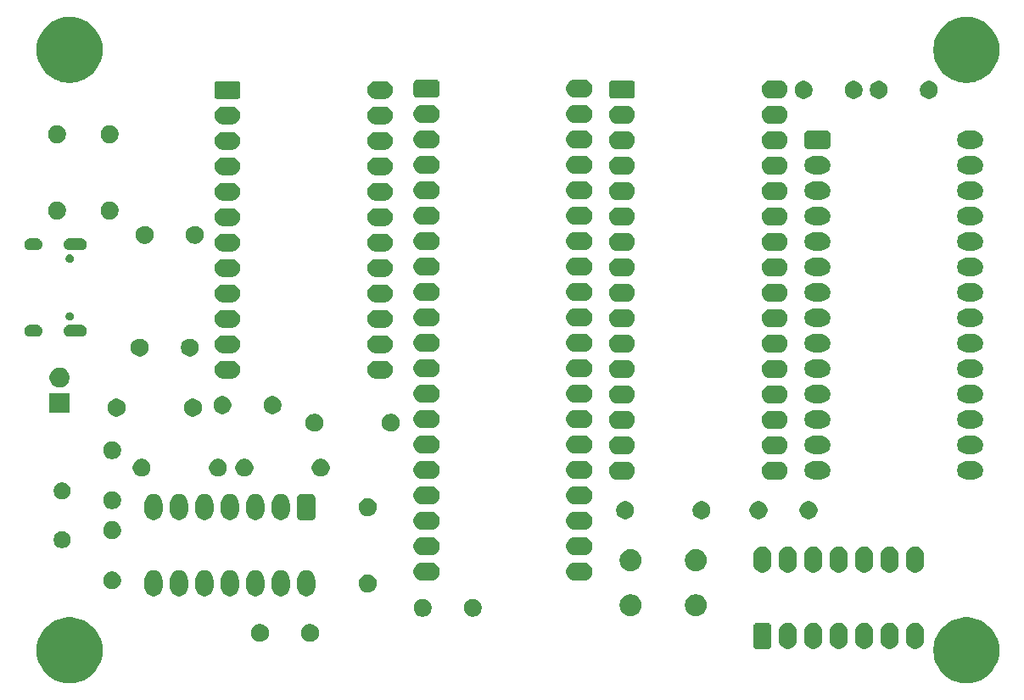
<source format=gbr>
%TF.GenerationSoftware,KiCad,Pcbnew,9.0.7*%
%TF.CreationDate,2026-02-16T17:51:40-05:00*%
%TF.ProjectId,zed-80,7a65642d-3830-42e6-9b69-6361645f7063,A*%
%TF.SameCoordinates,PX4db9760PY6b49d20*%
%TF.FileFunction,Soldermask,Bot*%
%TF.FilePolarity,Negative*%
%FSLAX46Y46*%
G04 Gerber Fmt 4.6, Leading zero omitted, Abs format (unit mm)*
G04 Created by KiCad (PCBNEW 9.0.7) date 2026-02-16 17:51:40*
%MOMM*%
%LPD*%
G01*
G04 APERTURE LIST*
G04 APERTURE END LIST*
G36*
X5484211Y8264282D02*
G01*
X5801835Y8201103D01*
X6111737Y8107095D01*
X6410932Y7983165D01*
X6696539Y7830504D01*
X6965808Y7650585D01*
X7216145Y7445139D01*
X7445139Y7216145D01*
X7650585Y6965808D01*
X7830504Y6696539D01*
X7983165Y6410932D01*
X8107095Y6111737D01*
X8201103Y5801835D01*
X8264282Y5484211D01*
X8296025Y5161923D01*
X8296025Y4838077D01*
X8264282Y4515789D01*
X8201103Y4198165D01*
X8107095Y3888263D01*
X7983165Y3589068D01*
X7830504Y3303461D01*
X7650585Y3034192D01*
X7445139Y2783855D01*
X7216145Y2554861D01*
X6965808Y2349415D01*
X6696539Y2169496D01*
X6410932Y2016835D01*
X6111737Y1892905D01*
X5801835Y1798897D01*
X5484211Y1735718D01*
X5161923Y1703975D01*
X4838077Y1703975D01*
X4515789Y1735718D01*
X4198165Y1798897D01*
X3888263Y1892905D01*
X3589068Y2016835D01*
X3303461Y2169496D01*
X3034192Y2349415D01*
X2783855Y2554861D01*
X2554861Y2783855D01*
X2349415Y3034192D01*
X2169496Y3303461D01*
X2016835Y3589068D01*
X1892905Y3888263D01*
X1798897Y4198165D01*
X1735718Y4515789D01*
X1703975Y4838077D01*
X1703975Y5161923D01*
X1735718Y5484211D01*
X1798897Y5801835D01*
X1892905Y6111737D01*
X2016835Y6410932D01*
X2169496Y6696539D01*
X2349415Y6965808D01*
X2554861Y7216145D01*
X2783855Y7445139D01*
X3034192Y7650585D01*
X3303461Y7830504D01*
X3589068Y7983165D01*
X3888263Y8107095D01*
X4198165Y8201103D01*
X4515789Y8264282D01*
X4838077Y8296025D01*
X5161923Y8296025D01*
X5484211Y8264282D01*
G37*
G36*
X94984211Y8264282D02*
G01*
X95301835Y8201103D01*
X95611737Y8107095D01*
X95910932Y7983165D01*
X96196539Y7830504D01*
X96465808Y7650585D01*
X96716145Y7445139D01*
X96945139Y7216145D01*
X97150585Y6965808D01*
X97330504Y6696539D01*
X97483165Y6410932D01*
X97607095Y6111737D01*
X97701103Y5801835D01*
X97764282Y5484211D01*
X97796025Y5161923D01*
X97796025Y4838077D01*
X97764282Y4515789D01*
X97701103Y4198165D01*
X97607095Y3888263D01*
X97483165Y3589068D01*
X97330504Y3303461D01*
X97150585Y3034192D01*
X96945139Y2783855D01*
X96716145Y2554861D01*
X96465808Y2349415D01*
X96196539Y2169496D01*
X95910932Y2016835D01*
X95611737Y1892905D01*
X95301835Y1798897D01*
X94984211Y1735718D01*
X94661923Y1703975D01*
X94338077Y1703975D01*
X94015789Y1735718D01*
X93698165Y1798897D01*
X93388263Y1892905D01*
X93089068Y2016835D01*
X92803461Y2169496D01*
X92534192Y2349415D01*
X92283855Y2554861D01*
X92054861Y2783855D01*
X91849415Y3034192D01*
X91669496Y3303461D01*
X91516835Y3589068D01*
X91392905Y3888263D01*
X91298897Y4198165D01*
X91235718Y4515789D01*
X91203975Y4838077D01*
X91203975Y5161923D01*
X91235718Y5484211D01*
X91298897Y5801835D01*
X91392905Y6111737D01*
X91516835Y6410932D01*
X91669496Y6696539D01*
X91849415Y6965808D01*
X92054861Y7216145D01*
X92283855Y7445139D01*
X92534192Y7650585D01*
X92803461Y7830504D01*
X93089068Y7983165D01*
X93388263Y8107095D01*
X93698165Y8201103D01*
X94015789Y8264282D01*
X94338077Y8296025D01*
X94661923Y8296025D01*
X94984211Y8264282D01*
G37*
G36*
X74784868Y7725450D02*
G01*
X74790586Y7722655D01*
X74792962Y7722278D01*
X74830987Y7702904D01*
X74888377Y7674847D01*
X74969847Y7593377D01*
X74997907Y7535980D01*
X75017276Y7497966D01*
X75017652Y7495592D01*
X75020450Y7489868D01*
X75035000Y7390000D01*
X75035000Y5490000D01*
X75020450Y5390132D01*
X75017652Y5384411D01*
X75017277Y5382038D01*
X74997926Y5344061D01*
X74969847Y5286623D01*
X74888377Y5205153D01*
X74830955Y5177081D01*
X74792965Y5157724D01*
X74790591Y5157349D01*
X74784868Y5154550D01*
X74685000Y5140000D01*
X73585000Y5140000D01*
X73485132Y5154550D01*
X73479410Y5157348D01*
X73477037Y5157723D01*
X73439035Y5177086D01*
X73381623Y5205153D01*
X73300153Y5286623D01*
X73272104Y5343997D01*
X73252723Y5382035D01*
X73252346Y5384412D01*
X73249550Y5390132D01*
X73235000Y5490000D01*
X73235000Y7390000D01*
X73249550Y7489868D01*
X73252345Y7495587D01*
X73252722Y7497963D01*
X73272108Y7536013D01*
X73300153Y7593377D01*
X73381623Y7674847D01*
X73438971Y7702884D01*
X73477034Y7722277D01*
X73479411Y7722654D01*
X73485132Y7725450D01*
X73585000Y7740000D01*
X74685000Y7740000D01*
X74784868Y7725450D01*
G37*
G36*
X76936256Y7701246D02*
G01*
X77099257Y7633729D01*
X77245954Y7535709D01*
X77370709Y7410954D01*
X77468729Y7264257D01*
X77536246Y7101256D01*
X77570666Y6928215D01*
X77575000Y6840000D01*
X77575000Y6040000D01*
X77570666Y5951785D01*
X77536246Y5778744D01*
X77468729Y5615743D01*
X77370709Y5469046D01*
X77245954Y5344291D01*
X77099257Y5246271D01*
X76936256Y5178754D01*
X76763215Y5144334D01*
X76586785Y5144334D01*
X76413744Y5178754D01*
X76250743Y5246271D01*
X76104046Y5344291D01*
X75979291Y5469046D01*
X75881271Y5615743D01*
X75813754Y5778744D01*
X75779334Y5951785D01*
X75775000Y6040000D01*
X75775000Y6840000D01*
X75779334Y6928215D01*
X75813754Y7101256D01*
X75881271Y7264257D01*
X75979291Y7410954D01*
X76104046Y7535709D01*
X76250743Y7633729D01*
X76413744Y7701246D01*
X76586785Y7735666D01*
X76763215Y7735666D01*
X76936256Y7701246D01*
G37*
G36*
X79476256Y7701246D02*
G01*
X79639257Y7633729D01*
X79785954Y7535709D01*
X79910709Y7410954D01*
X80008729Y7264257D01*
X80076246Y7101256D01*
X80110666Y6928215D01*
X80115000Y6840000D01*
X80115000Y6040000D01*
X80110666Y5951785D01*
X80076246Y5778744D01*
X80008729Y5615743D01*
X79910709Y5469046D01*
X79785954Y5344291D01*
X79639257Y5246271D01*
X79476256Y5178754D01*
X79303215Y5144334D01*
X79126785Y5144334D01*
X78953744Y5178754D01*
X78790743Y5246271D01*
X78644046Y5344291D01*
X78519291Y5469046D01*
X78421271Y5615743D01*
X78353754Y5778744D01*
X78319334Y5951785D01*
X78315000Y6040000D01*
X78315000Y6840000D01*
X78319334Y6928215D01*
X78353754Y7101256D01*
X78421271Y7264257D01*
X78519291Y7410954D01*
X78644046Y7535709D01*
X78790743Y7633729D01*
X78953744Y7701246D01*
X79126785Y7735666D01*
X79303215Y7735666D01*
X79476256Y7701246D01*
G37*
G36*
X82016256Y7701246D02*
G01*
X82179257Y7633729D01*
X82325954Y7535709D01*
X82450709Y7410954D01*
X82548729Y7264257D01*
X82616246Y7101256D01*
X82650666Y6928215D01*
X82655000Y6840000D01*
X82655000Y6040000D01*
X82650666Y5951785D01*
X82616246Y5778744D01*
X82548729Y5615743D01*
X82450709Y5469046D01*
X82325954Y5344291D01*
X82179257Y5246271D01*
X82016256Y5178754D01*
X81843215Y5144334D01*
X81666785Y5144334D01*
X81493744Y5178754D01*
X81330743Y5246271D01*
X81184046Y5344291D01*
X81059291Y5469046D01*
X80961271Y5615743D01*
X80893754Y5778744D01*
X80859334Y5951785D01*
X80855000Y6040000D01*
X80855000Y6840000D01*
X80859334Y6928215D01*
X80893754Y7101256D01*
X80961271Y7264257D01*
X81059291Y7410954D01*
X81184046Y7535709D01*
X81330743Y7633729D01*
X81493744Y7701246D01*
X81666785Y7735666D01*
X81843215Y7735666D01*
X82016256Y7701246D01*
G37*
G36*
X84556256Y7701246D02*
G01*
X84719257Y7633729D01*
X84865954Y7535709D01*
X84990709Y7410954D01*
X85088729Y7264257D01*
X85156246Y7101256D01*
X85190666Y6928215D01*
X85195000Y6840000D01*
X85195000Y6040000D01*
X85190666Y5951785D01*
X85156246Y5778744D01*
X85088729Y5615743D01*
X84990709Y5469046D01*
X84865954Y5344291D01*
X84719257Y5246271D01*
X84556256Y5178754D01*
X84383215Y5144334D01*
X84206785Y5144334D01*
X84033744Y5178754D01*
X83870743Y5246271D01*
X83724046Y5344291D01*
X83599291Y5469046D01*
X83501271Y5615743D01*
X83433754Y5778744D01*
X83399334Y5951785D01*
X83395000Y6040000D01*
X83395000Y6840000D01*
X83399334Y6928215D01*
X83433754Y7101256D01*
X83501271Y7264257D01*
X83599291Y7410954D01*
X83724046Y7535709D01*
X83870743Y7633729D01*
X84033744Y7701246D01*
X84206785Y7735666D01*
X84383215Y7735666D01*
X84556256Y7701246D01*
G37*
G36*
X87096256Y7701246D02*
G01*
X87259257Y7633729D01*
X87405954Y7535709D01*
X87530709Y7410954D01*
X87628729Y7264257D01*
X87696246Y7101256D01*
X87730666Y6928215D01*
X87735000Y6840000D01*
X87735000Y6040000D01*
X87730666Y5951785D01*
X87696246Y5778744D01*
X87628729Y5615743D01*
X87530709Y5469046D01*
X87405954Y5344291D01*
X87259257Y5246271D01*
X87096256Y5178754D01*
X86923215Y5144334D01*
X86746785Y5144334D01*
X86573744Y5178754D01*
X86410743Y5246271D01*
X86264046Y5344291D01*
X86139291Y5469046D01*
X86041271Y5615743D01*
X85973754Y5778744D01*
X85939334Y5951785D01*
X85935000Y6040000D01*
X85935000Y6840000D01*
X85939334Y6928215D01*
X85973754Y7101256D01*
X86041271Y7264257D01*
X86139291Y7410954D01*
X86264046Y7535709D01*
X86410743Y7633729D01*
X86573744Y7701246D01*
X86746785Y7735666D01*
X86923215Y7735666D01*
X87096256Y7701246D01*
G37*
G36*
X89636256Y7701246D02*
G01*
X89799257Y7633729D01*
X89945954Y7535709D01*
X90070709Y7410954D01*
X90168729Y7264257D01*
X90236246Y7101256D01*
X90270666Y6928215D01*
X90275000Y6840000D01*
X90275000Y6040000D01*
X90270666Y5951785D01*
X90236246Y5778744D01*
X90168729Y5615743D01*
X90070709Y5469046D01*
X89945954Y5344291D01*
X89799257Y5246271D01*
X89636256Y5178754D01*
X89463215Y5144334D01*
X89286785Y5144334D01*
X89113744Y5178754D01*
X88950743Y5246271D01*
X88804046Y5344291D01*
X88679291Y5469046D01*
X88581271Y5615743D01*
X88513754Y5778744D01*
X88479334Y5951785D01*
X88475000Y6040000D01*
X88475000Y6840000D01*
X88479334Y6928215D01*
X88513754Y7101256D01*
X88581271Y7264257D01*
X88679291Y7410954D01*
X88804046Y7535709D01*
X88950743Y7633729D01*
X89113744Y7701246D01*
X89286785Y7735666D01*
X89463215Y7735666D01*
X89636256Y7701246D01*
G37*
G36*
X24261256Y7611246D02*
G01*
X24424257Y7543729D01*
X24570954Y7445709D01*
X24695709Y7320954D01*
X24793729Y7174257D01*
X24861246Y7011256D01*
X24895666Y6838215D01*
X24895666Y6661785D01*
X24861246Y6488744D01*
X24793729Y6325743D01*
X24695709Y6179046D01*
X24570954Y6054291D01*
X24424257Y5956271D01*
X24261256Y5888754D01*
X24088215Y5854334D01*
X23911785Y5854334D01*
X23738744Y5888754D01*
X23575743Y5956271D01*
X23429046Y6054291D01*
X23304291Y6179046D01*
X23206271Y6325743D01*
X23138754Y6488744D01*
X23104334Y6661785D01*
X23104334Y6838215D01*
X23138754Y7011256D01*
X23206271Y7174257D01*
X23304291Y7320954D01*
X23429046Y7445709D01*
X23575743Y7543729D01*
X23738744Y7611246D01*
X23911785Y7645666D01*
X24088215Y7645666D01*
X24261256Y7611246D01*
G37*
G36*
X29261256Y7611246D02*
G01*
X29424257Y7543729D01*
X29570954Y7445709D01*
X29695709Y7320954D01*
X29793729Y7174257D01*
X29861246Y7011256D01*
X29895666Y6838215D01*
X29895666Y6661785D01*
X29861246Y6488744D01*
X29793729Y6325743D01*
X29695709Y6179046D01*
X29570954Y6054291D01*
X29424257Y5956271D01*
X29261256Y5888754D01*
X29088215Y5854334D01*
X28911785Y5854334D01*
X28738744Y5888754D01*
X28575743Y5956271D01*
X28429046Y6054291D01*
X28304291Y6179046D01*
X28206271Y6325743D01*
X28138754Y6488744D01*
X28104334Y6661785D01*
X28104334Y6838215D01*
X28138754Y7011256D01*
X28206271Y7174257D01*
X28304291Y7320954D01*
X28429046Y7445709D01*
X28575743Y7543729D01*
X28738744Y7611246D01*
X28911785Y7645666D01*
X29088215Y7645666D01*
X29261256Y7611246D01*
G37*
G36*
X40501256Y10111246D02*
G01*
X40664257Y10043729D01*
X40810954Y9945709D01*
X40935709Y9820954D01*
X41033729Y9674257D01*
X41101246Y9511256D01*
X41135666Y9338215D01*
X41135666Y9161785D01*
X41101246Y8988744D01*
X41033729Y8825743D01*
X40935709Y8679046D01*
X40810954Y8554291D01*
X40664257Y8456271D01*
X40501256Y8388754D01*
X40328215Y8354334D01*
X40151785Y8354334D01*
X39978744Y8388754D01*
X39815743Y8456271D01*
X39669046Y8554291D01*
X39544291Y8679046D01*
X39446271Y8825743D01*
X39378754Y8988744D01*
X39344334Y9161785D01*
X39344334Y9338215D01*
X39378754Y9511256D01*
X39446271Y9674257D01*
X39544291Y9820954D01*
X39669046Y9945709D01*
X39815743Y10043729D01*
X39978744Y10111246D01*
X40151785Y10145666D01*
X40328215Y10145666D01*
X40501256Y10111246D01*
G37*
G36*
X45501256Y10111246D02*
G01*
X45664257Y10043729D01*
X45810954Y9945709D01*
X45935709Y9820954D01*
X46033729Y9674257D01*
X46101246Y9511256D01*
X46135666Y9338215D01*
X46135666Y9161785D01*
X46101246Y8988744D01*
X46033729Y8825743D01*
X45935709Y8679046D01*
X45810954Y8554291D01*
X45664257Y8456271D01*
X45501256Y8388754D01*
X45328215Y8354334D01*
X45151785Y8354334D01*
X44978744Y8388754D01*
X44815743Y8456271D01*
X44669046Y8554291D01*
X44544291Y8679046D01*
X44446271Y8825743D01*
X44378754Y8988744D01*
X44344334Y9161785D01*
X44344334Y9338215D01*
X44378754Y9511256D01*
X44446271Y9674257D01*
X44544291Y9820954D01*
X44669046Y9945709D01*
X44815743Y10043729D01*
X44978744Y10111246D01*
X45151785Y10145666D01*
X45328215Y10145666D01*
X45501256Y10111246D01*
G37*
G36*
X61256790Y10569607D02*
G01*
X61420952Y10516267D01*
X61574748Y10437904D01*
X61714393Y10336447D01*
X61836447Y10214393D01*
X61937904Y10074748D01*
X62016267Y9920952D01*
X62069607Y9756790D01*
X62096609Y9586305D01*
X62096609Y9413695D01*
X62069607Y9243210D01*
X62016267Y9079048D01*
X61937904Y8925252D01*
X61836447Y8785607D01*
X61714393Y8663553D01*
X61574748Y8562096D01*
X61420952Y8483733D01*
X61256790Y8430393D01*
X61086305Y8403391D01*
X60913695Y8403391D01*
X60743210Y8430393D01*
X60579048Y8483733D01*
X60425252Y8562096D01*
X60285607Y8663553D01*
X60163553Y8785607D01*
X60062096Y8925252D01*
X59983733Y9079048D01*
X59930393Y9243210D01*
X59903391Y9413695D01*
X59903391Y9586305D01*
X59930393Y9756790D01*
X59983733Y9920952D01*
X60062096Y10074748D01*
X60163553Y10214393D01*
X60285607Y10336447D01*
X60425252Y10437904D01*
X60579048Y10516267D01*
X60743210Y10569607D01*
X60913695Y10596609D01*
X61086305Y10596609D01*
X61256790Y10569607D01*
G37*
G36*
X67756790Y10569607D02*
G01*
X67920952Y10516267D01*
X68074748Y10437904D01*
X68214393Y10336447D01*
X68336447Y10214393D01*
X68437904Y10074748D01*
X68516267Y9920952D01*
X68569607Y9756790D01*
X68596609Y9586305D01*
X68596609Y9413695D01*
X68569607Y9243210D01*
X68516267Y9079048D01*
X68437904Y8925252D01*
X68336447Y8785607D01*
X68214393Y8663553D01*
X68074748Y8562096D01*
X67920952Y8483733D01*
X67756790Y8430393D01*
X67586305Y8403391D01*
X67413695Y8403391D01*
X67243210Y8430393D01*
X67079048Y8483733D01*
X66925252Y8562096D01*
X66785607Y8663553D01*
X66663553Y8785607D01*
X66562096Y8925252D01*
X66483733Y9079048D01*
X66430393Y9243210D01*
X66403391Y9413695D01*
X66403391Y9586305D01*
X66430393Y9756790D01*
X66483733Y9920952D01*
X66562096Y10074748D01*
X66663553Y10214393D01*
X66785607Y10336447D01*
X66925252Y10437904D01*
X67079048Y10516267D01*
X67243210Y10569607D01*
X67413695Y10596609D01*
X67586305Y10596609D01*
X67756790Y10569607D01*
G37*
G36*
X13636256Y12951246D02*
G01*
X13799257Y12883729D01*
X13945954Y12785709D01*
X14070709Y12660954D01*
X14168729Y12514257D01*
X14236246Y12351256D01*
X14270666Y12178215D01*
X14275000Y12090000D01*
X14275000Y11290000D01*
X14270666Y11201785D01*
X14236246Y11028744D01*
X14168729Y10865743D01*
X14070709Y10719046D01*
X13945954Y10594291D01*
X13799257Y10496271D01*
X13636256Y10428754D01*
X13463215Y10394334D01*
X13286785Y10394334D01*
X13113744Y10428754D01*
X12950743Y10496271D01*
X12804046Y10594291D01*
X12679291Y10719046D01*
X12581271Y10865743D01*
X12513754Y11028744D01*
X12479334Y11201785D01*
X12475000Y11290000D01*
X12475000Y12090000D01*
X12479334Y12178215D01*
X12513754Y12351256D01*
X12581271Y12514257D01*
X12679291Y12660954D01*
X12804046Y12785709D01*
X12950743Y12883729D01*
X13113744Y12951246D01*
X13286785Y12985666D01*
X13463215Y12985666D01*
X13636256Y12951246D01*
G37*
G36*
X16176256Y12951246D02*
G01*
X16339257Y12883729D01*
X16485954Y12785709D01*
X16610709Y12660954D01*
X16708729Y12514257D01*
X16776246Y12351256D01*
X16810666Y12178215D01*
X16815000Y12090000D01*
X16815000Y11290000D01*
X16810666Y11201785D01*
X16776246Y11028744D01*
X16708729Y10865743D01*
X16610709Y10719046D01*
X16485954Y10594291D01*
X16339257Y10496271D01*
X16176256Y10428754D01*
X16003215Y10394334D01*
X15826785Y10394334D01*
X15653744Y10428754D01*
X15490743Y10496271D01*
X15344046Y10594291D01*
X15219291Y10719046D01*
X15121271Y10865743D01*
X15053754Y11028744D01*
X15019334Y11201785D01*
X15015000Y11290000D01*
X15015000Y12090000D01*
X15019334Y12178215D01*
X15053754Y12351256D01*
X15121271Y12514257D01*
X15219291Y12660954D01*
X15344046Y12785709D01*
X15490743Y12883729D01*
X15653744Y12951246D01*
X15826785Y12985666D01*
X16003215Y12985666D01*
X16176256Y12951246D01*
G37*
G36*
X18716256Y12951246D02*
G01*
X18879257Y12883729D01*
X19025954Y12785709D01*
X19150709Y12660954D01*
X19248729Y12514257D01*
X19316246Y12351256D01*
X19350666Y12178215D01*
X19355000Y12090000D01*
X19355000Y11290000D01*
X19350666Y11201785D01*
X19316246Y11028744D01*
X19248729Y10865743D01*
X19150709Y10719046D01*
X19025954Y10594291D01*
X18879257Y10496271D01*
X18716256Y10428754D01*
X18543215Y10394334D01*
X18366785Y10394334D01*
X18193744Y10428754D01*
X18030743Y10496271D01*
X17884046Y10594291D01*
X17759291Y10719046D01*
X17661271Y10865743D01*
X17593754Y11028744D01*
X17559334Y11201785D01*
X17555000Y11290000D01*
X17555000Y12090000D01*
X17559334Y12178215D01*
X17593754Y12351256D01*
X17661271Y12514257D01*
X17759291Y12660954D01*
X17884046Y12785709D01*
X18030743Y12883729D01*
X18193744Y12951246D01*
X18366785Y12985666D01*
X18543215Y12985666D01*
X18716256Y12951246D01*
G37*
G36*
X21256256Y12951246D02*
G01*
X21419257Y12883729D01*
X21565954Y12785709D01*
X21690709Y12660954D01*
X21788729Y12514257D01*
X21856246Y12351256D01*
X21890666Y12178215D01*
X21895000Y12090000D01*
X21895000Y11290000D01*
X21890666Y11201785D01*
X21856246Y11028744D01*
X21788729Y10865743D01*
X21690709Y10719046D01*
X21565954Y10594291D01*
X21419257Y10496271D01*
X21256256Y10428754D01*
X21083215Y10394334D01*
X20906785Y10394334D01*
X20733744Y10428754D01*
X20570743Y10496271D01*
X20424046Y10594291D01*
X20299291Y10719046D01*
X20201271Y10865743D01*
X20133754Y11028744D01*
X20099334Y11201785D01*
X20095000Y11290000D01*
X20095000Y12090000D01*
X20099334Y12178215D01*
X20133754Y12351256D01*
X20201271Y12514257D01*
X20299291Y12660954D01*
X20424046Y12785709D01*
X20570743Y12883729D01*
X20733744Y12951246D01*
X20906785Y12985666D01*
X21083215Y12985666D01*
X21256256Y12951246D01*
G37*
G36*
X23796256Y12951246D02*
G01*
X23959257Y12883729D01*
X24105954Y12785709D01*
X24230709Y12660954D01*
X24328729Y12514257D01*
X24396246Y12351256D01*
X24430666Y12178215D01*
X24435000Y12090000D01*
X24435000Y11290000D01*
X24430666Y11201785D01*
X24396246Y11028744D01*
X24328729Y10865743D01*
X24230709Y10719046D01*
X24105954Y10594291D01*
X23959257Y10496271D01*
X23796256Y10428754D01*
X23623215Y10394334D01*
X23446785Y10394334D01*
X23273744Y10428754D01*
X23110743Y10496271D01*
X22964046Y10594291D01*
X22839291Y10719046D01*
X22741271Y10865743D01*
X22673754Y11028744D01*
X22639334Y11201785D01*
X22635000Y11290000D01*
X22635000Y12090000D01*
X22639334Y12178215D01*
X22673754Y12351256D01*
X22741271Y12514257D01*
X22839291Y12660954D01*
X22964046Y12785709D01*
X23110743Y12883729D01*
X23273744Y12951246D01*
X23446785Y12985666D01*
X23623215Y12985666D01*
X23796256Y12951246D01*
G37*
G36*
X26336256Y12951246D02*
G01*
X26499257Y12883729D01*
X26645954Y12785709D01*
X26770709Y12660954D01*
X26868729Y12514257D01*
X26936246Y12351256D01*
X26970666Y12178215D01*
X26975000Y12090000D01*
X26975000Y11290000D01*
X26970666Y11201785D01*
X26936246Y11028744D01*
X26868729Y10865743D01*
X26770709Y10719046D01*
X26645954Y10594291D01*
X26499257Y10496271D01*
X26336256Y10428754D01*
X26163215Y10394334D01*
X25986785Y10394334D01*
X25813744Y10428754D01*
X25650743Y10496271D01*
X25504046Y10594291D01*
X25379291Y10719046D01*
X25281271Y10865743D01*
X25213754Y11028744D01*
X25179334Y11201785D01*
X25175000Y11290000D01*
X25175000Y12090000D01*
X25179334Y12178215D01*
X25213754Y12351256D01*
X25281271Y12514257D01*
X25379291Y12660954D01*
X25504046Y12785709D01*
X25650743Y12883729D01*
X25813744Y12951246D01*
X25986785Y12985666D01*
X26163215Y12985666D01*
X26336256Y12951246D01*
G37*
G36*
X28876256Y12951246D02*
G01*
X29039257Y12883729D01*
X29185954Y12785709D01*
X29310709Y12660954D01*
X29408729Y12514257D01*
X29476246Y12351256D01*
X29510666Y12178215D01*
X29515000Y12090000D01*
X29515000Y11290000D01*
X29510666Y11201785D01*
X29476246Y11028744D01*
X29408729Y10865743D01*
X29310709Y10719046D01*
X29185954Y10594291D01*
X29039257Y10496271D01*
X28876256Y10428754D01*
X28703215Y10394334D01*
X28526785Y10394334D01*
X28353744Y10428754D01*
X28190743Y10496271D01*
X28044046Y10594291D01*
X27919291Y10719046D01*
X27821271Y10865743D01*
X27753754Y11028744D01*
X27719334Y11201785D01*
X27715000Y11290000D01*
X27715000Y12090000D01*
X27719334Y12178215D01*
X27753754Y12351256D01*
X27821271Y12514257D01*
X27919291Y12660954D01*
X28044046Y12785709D01*
X28190743Y12883729D01*
X28353744Y12951246D01*
X28526785Y12985666D01*
X28703215Y12985666D01*
X28876256Y12951246D01*
G37*
G36*
X35011256Y12551246D02*
G01*
X35174257Y12483729D01*
X35320954Y12385709D01*
X35445709Y12260954D01*
X35543729Y12114257D01*
X35611246Y11951256D01*
X35645666Y11778215D01*
X35645666Y11601785D01*
X35611246Y11428744D01*
X35543729Y11265743D01*
X35445709Y11119046D01*
X35320954Y10994291D01*
X35174257Y10896271D01*
X35011256Y10828754D01*
X34838215Y10794334D01*
X34661785Y10794334D01*
X34488744Y10828754D01*
X34325743Y10896271D01*
X34179046Y10994291D01*
X34054291Y11119046D01*
X33956271Y11265743D01*
X33888754Y11428744D01*
X33854334Y11601785D01*
X33854334Y11778215D01*
X33888754Y11951256D01*
X33956271Y12114257D01*
X34054291Y12260954D01*
X34179046Y12385709D01*
X34325743Y12483729D01*
X34488744Y12551246D01*
X34661785Y12585666D01*
X34838215Y12585666D01*
X35011256Y12551246D01*
G37*
G36*
X9511256Y12861246D02*
G01*
X9674257Y12793729D01*
X9820954Y12695709D01*
X9945709Y12570954D01*
X10043729Y12424257D01*
X10111246Y12261256D01*
X10145666Y12088215D01*
X10145666Y11911785D01*
X10111246Y11738744D01*
X10043729Y11575743D01*
X9945709Y11429046D01*
X9820954Y11304291D01*
X9674257Y11206271D01*
X9511256Y11138754D01*
X9338215Y11104334D01*
X9161785Y11104334D01*
X8988744Y11138754D01*
X8825743Y11206271D01*
X8679046Y11304291D01*
X8554291Y11429046D01*
X8456271Y11575743D01*
X8388754Y11738744D01*
X8354334Y11911785D01*
X8354334Y12088215D01*
X8388754Y12261256D01*
X8456271Y12424257D01*
X8554291Y12570954D01*
X8679046Y12695709D01*
X8825743Y12793729D01*
X8988744Y12861246D01*
X9161785Y12895666D01*
X9338215Y12895666D01*
X9511256Y12861246D01*
G37*
G36*
X41118215Y13760666D02*
G01*
X41291256Y13726246D01*
X41454257Y13658729D01*
X41600954Y13560709D01*
X41725709Y13435954D01*
X41823729Y13289257D01*
X41891246Y13126256D01*
X41925666Y12953215D01*
X41925666Y12776785D01*
X41891246Y12603744D01*
X41823729Y12440743D01*
X41725709Y12294046D01*
X41600954Y12169291D01*
X41454257Y12071271D01*
X41291256Y12003754D01*
X41118215Y11969334D01*
X41030000Y11965000D01*
X41028767Y11965000D01*
X40231233Y11965000D01*
X40230000Y11965000D01*
X40141785Y11969334D01*
X39968744Y12003754D01*
X39805743Y12071271D01*
X39659046Y12169291D01*
X39534291Y12294046D01*
X39436271Y12440743D01*
X39368754Y12603744D01*
X39334334Y12776785D01*
X39334334Y12953215D01*
X39368754Y13126256D01*
X39436271Y13289257D01*
X39534291Y13435954D01*
X39659046Y13560709D01*
X39805743Y13658729D01*
X39968744Y13726246D01*
X40141785Y13760666D01*
X40230000Y13765000D01*
X41030000Y13765000D01*
X41118215Y13760666D01*
G37*
G36*
X56358215Y13760666D02*
G01*
X56531256Y13726246D01*
X56694257Y13658729D01*
X56840954Y13560709D01*
X56965709Y13435954D01*
X57063729Y13289257D01*
X57131246Y13126256D01*
X57165666Y12953215D01*
X57165666Y12776785D01*
X57131246Y12603744D01*
X57063729Y12440743D01*
X56965709Y12294046D01*
X56840954Y12169291D01*
X56694257Y12071271D01*
X56531256Y12003754D01*
X56358215Y11969334D01*
X56270000Y11965000D01*
X56268767Y11965000D01*
X55471233Y11965000D01*
X55470000Y11965000D01*
X55381785Y11969334D01*
X55208744Y12003754D01*
X55045743Y12071271D01*
X54899046Y12169291D01*
X54774291Y12294046D01*
X54676271Y12440743D01*
X54608754Y12603744D01*
X54574334Y12776785D01*
X54574334Y12953215D01*
X54608754Y13126256D01*
X54676271Y13289257D01*
X54774291Y13435954D01*
X54899046Y13560709D01*
X55045743Y13658729D01*
X55208744Y13726246D01*
X55381785Y13760666D01*
X55470000Y13765000D01*
X56270000Y13765000D01*
X56358215Y13760666D01*
G37*
G36*
X74396256Y15321246D02*
G01*
X74559257Y15253729D01*
X74705954Y15155709D01*
X74830709Y15030954D01*
X74928729Y14884257D01*
X74996246Y14721256D01*
X75030666Y14548215D01*
X75035000Y14460000D01*
X75035000Y13660000D01*
X75030666Y13571785D01*
X74996246Y13398744D01*
X74928729Y13235743D01*
X74830709Y13089046D01*
X74705954Y12964291D01*
X74559257Y12866271D01*
X74396256Y12798754D01*
X74223215Y12764334D01*
X74046785Y12764334D01*
X73873744Y12798754D01*
X73710743Y12866271D01*
X73564046Y12964291D01*
X73439291Y13089046D01*
X73341271Y13235743D01*
X73273754Y13398744D01*
X73239334Y13571785D01*
X73235000Y13660000D01*
X73235000Y14460000D01*
X73239334Y14548215D01*
X73273754Y14721256D01*
X73341271Y14884257D01*
X73439291Y15030954D01*
X73564046Y15155709D01*
X73710743Y15253729D01*
X73873744Y15321246D01*
X74046785Y15355666D01*
X74223215Y15355666D01*
X74396256Y15321246D01*
G37*
G36*
X76936256Y15321246D02*
G01*
X77099257Y15253729D01*
X77245954Y15155709D01*
X77370709Y15030954D01*
X77468729Y14884257D01*
X77536246Y14721256D01*
X77570666Y14548215D01*
X77575000Y14460000D01*
X77575000Y13660000D01*
X77570666Y13571785D01*
X77536246Y13398744D01*
X77468729Y13235743D01*
X77370709Y13089046D01*
X77245954Y12964291D01*
X77099257Y12866271D01*
X76936256Y12798754D01*
X76763215Y12764334D01*
X76586785Y12764334D01*
X76413744Y12798754D01*
X76250743Y12866271D01*
X76104046Y12964291D01*
X75979291Y13089046D01*
X75881271Y13235743D01*
X75813754Y13398744D01*
X75779334Y13571785D01*
X75775000Y13660000D01*
X75775000Y14460000D01*
X75779334Y14548215D01*
X75813754Y14721256D01*
X75881271Y14884257D01*
X75979291Y15030954D01*
X76104046Y15155709D01*
X76250743Y15253729D01*
X76413744Y15321246D01*
X76586785Y15355666D01*
X76763215Y15355666D01*
X76936256Y15321246D01*
G37*
G36*
X79476256Y15321246D02*
G01*
X79639257Y15253729D01*
X79785954Y15155709D01*
X79910709Y15030954D01*
X80008729Y14884257D01*
X80076246Y14721256D01*
X80110666Y14548215D01*
X80115000Y14460000D01*
X80115000Y13660000D01*
X80110666Y13571785D01*
X80076246Y13398744D01*
X80008729Y13235743D01*
X79910709Y13089046D01*
X79785954Y12964291D01*
X79639257Y12866271D01*
X79476256Y12798754D01*
X79303215Y12764334D01*
X79126785Y12764334D01*
X78953744Y12798754D01*
X78790743Y12866271D01*
X78644046Y12964291D01*
X78519291Y13089046D01*
X78421271Y13235743D01*
X78353754Y13398744D01*
X78319334Y13571785D01*
X78315000Y13660000D01*
X78315000Y14460000D01*
X78319334Y14548215D01*
X78353754Y14721256D01*
X78421271Y14884257D01*
X78519291Y15030954D01*
X78644046Y15155709D01*
X78790743Y15253729D01*
X78953744Y15321246D01*
X79126785Y15355666D01*
X79303215Y15355666D01*
X79476256Y15321246D01*
G37*
G36*
X82016256Y15321246D02*
G01*
X82179257Y15253729D01*
X82325954Y15155709D01*
X82450709Y15030954D01*
X82548729Y14884257D01*
X82616246Y14721256D01*
X82650666Y14548215D01*
X82655000Y14460000D01*
X82655000Y13660000D01*
X82650666Y13571785D01*
X82616246Y13398744D01*
X82548729Y13235743D01*
X82450709Y13089046D01*
X82325954Y12964291D01*
X82179257Y12866271D01*
X82016256Y12798754D01*
X81843215Y12764334D01*
X81666785Y12764334D01*
X81493744Y12798754D01*
X81330743Y12866271D01*
X81184046Y12964291D01*
X81059291Y13089046D01*
X80961271Y13235743D01*
X80893754Y13398744D01*
X80859334Y13571785D01*
X80855000Y13660000D01*
X80855000Y14460000D01*
X80859334Y14548215D01*
X80893754Y14721256D01*
X80961271Y14884257D01*
X81059291Y15030954D01*
X81184046Y15155709D01*
X81330743Y15253729D01*
X81493744Y15321246D01*
X81666785Y15355666D01*
X81843215Y15355666D01*
X82016256Y15321246D01*
G37*
G36*
X84556256Y15321246D02*
G01*
X84719257Y15253729D01*
X84865954Y15155709D01*
X84990709Y15030954D01*
X85088729Y14884257D01*
X85156246Y14721256D01*
X85190666Y14548215D01*
X85195000Y14460000D01*
X85195000Y13660000D01*
X85190666Y13571785D01*
X85156246Y13398744D01*
X85088729Y13235743D01*
X84990709Y13089046D01*
X84865954Y12964291D01*
X84719257Y12866271D01*
X84556256Y12798754D01*
X84383215Y12764334D01*
X84206785Y12764334D01*
X84033744Y12798754D01*
X83870743Y12866271D01*
X83724046Y12964291D01*
X83599291Y13089046D01*
X83501271Y13235743D01*
X83433754Y13398744D01*
X83399334Y13571785D01*
X83395000Y13660000D01*
X83395000Y14460000D01*
X83399334Y14548215D01*
X83433754Y14721256D01*
X83501271Y14884257D01*
X83599291Y15030954D01*
X83724046Y15155709D01*
X83870743Y15253729D01*
X84033744Y15321246D01*
X84206785Y15355666D01*
X84383215Y15355666D01*
X84556256Y15321246D01*
G37*
G36*
X87096256Y15321246D02*
G01*
X87259257Y15253729D01*
X87405954Y15155709D01*
X87530709Y15030954D01*
X87628729Y14884257D01*
X87696246Y14721256D01*
X87730666Y14548215D01*
X87735000Y14460000D01*
X87735000Y13660000D01*
X87730666Y13571785D01*
X87696246Y13398744D01*
X87628729Y13235743D01*
X87530709Y13089046D01*
X87405954Y12964291D01*
X87259257Y12866271D01*
X87096256Y12798754D01*
X86923215Y12764334D01*
X86746785Y12764334D01*
X86573744Y12798754D01*
X86410743Y12866271D01*
X86264046Y12964291D01*
X86139291Y13089046D01*
X86041271Y13235743D01*
X85973754Y13398744D01*
X85939334Y13571785D01*
X85935000Y13660000D01*
X85935000Y14460000D01*
X85939334Y14548215D01*
X85973754Y14721256D01*
X86041271Y14884257D01*
X86139291Y15030954D01*
X86264046Y15155709D01*
X86410743Y15253729D01*
X86573744Y15321246D01*
X86746785Y15355666D01*
X86923215Y15355666D01*
X87096256Y15321246D01*
G37*
G36*
X89636256Y15321246D02*
G01*
X89799257Y15253729D01*
X89945954Y15155709D01*
X90070709Y15030954D01*
X90168729Y14884257D01*
X90236246Y14721256D01*
X90270666Y14548215D01*
X90275000Y14460000D01*
X90275000Y13660000D01*
X90270666Y13571785D01*
X90236246Y13398744D01*
X90168729Y13235743D01*
X90070709Y13089046D01*
X89945954Y12964291D01*
X89799257Y12866271D01*
X89636256Y12798754D01*
X89463215Y12764334D01*
X89286785Y12764334D01*
X89113744Y12798754D01*
X88950743Y12866271D01*
X88804046Y12964291D01*
X88679291Y13089046D01*
X88581271Y13235743D01*
X88513754Y13398744D01*
X88479334Y13571785D01*
X88475000Y13660000D01*
X88475000Y14460000D01*
X88479334Y14548215D01*
X88513754Y14721256D01*
X88581271Y14884257D01*
X88679291Y15030954D01*
X88804046Y15155709D01*
X88950743Y15253729D01*
X89113744Y15321246D01*
X89286785Y15355666D01*
X89463215Y15355666D01*
X89636256Y15321246D01*
G37*
G36*
X61256790Y15069607D02*
G01*
X61420952Y15016267D01*
X61574748Y14937904D01*
X61714393Y14836447D01*
X61836447Y14714393D01*
X61937904Y14574748D01*
X62016267Y14420952D01*
X62069607Y14256790D01*
X62096609Y14086305D01*
X62096609Y13913695D01*
X62069607Y13743210D01*
X62016267Y13579048D01*
X61937904Y13425252D01*
X61836447Y13285607D01*
X61714393Y13163553D01*
X61574748Y13062096D01*
X61420952Y12983733D01*
X61256790Y12930393D01*
X61086305Y12903391D01*
X60913695Y12903391D01*
X60743210Y12930393D01*
X60579048Y12983733D01*
X60425252Y13062096D01*
X60285607Y13163553D01*
X60163553Y13285607D01*
X60062096Y13425252D01*
X59983733Y13579048D01*
X59930393Y13743210D01*
X59903391Y13913695D01*
X59903391Y14086305D01*
X59930393Y14256790D01*
X59983733Y14420952D01*
X60062096Y14574748D01*
X60163553Y14714393D01*
X60285607Y14836447D01*
X60425252Y14937904D01*
X60579048Y15016267D01*
X60743210Y15069607D01*
X60913695Y15096609D01*
X61086305Y15096609D01*
X61256790Y15069607D01*
G37*
G36*
X67756790Y15069607D02*
G01*
X67920952Y15016267D01*
X68074748Y14937904D01*
X68214393Y14836447D01*
X68336447Y14714393D01*
X68437904Y14574748D01*
X68516267Y14420952D01*
X68569607Y14256790D01*
X68596609Y14086305D01*
X68596609Y13913695D01*
X68569607Y13743210D01*
X68516267Y13579048D01*
X68437904Y13425252D01*
X68336447Y13285607D01*
X68214393Y13163553D01*
X68074748Y13062096D01*
X67920952Y12983733D01*
X67756790Y12930393D01*
X67586305Y12903391D01*
X67413695Y12903391D01*
X67243210Y12930393D01*
X67079048Y12983733D01*
X66925252Y13062096D01*
X66785607Y13163553D01*
X66663553Y13285607D01*
X66562096Y13425252D01*
X66483733Y13579048D01*
X66430393Y13743210D01*
X66403391Y13913695D01*
X66403391Y14086305D01*
X66430393Y14256790D01*
X66483733Y14420952D01*
X66562096Y14574748D01*
X66663553Y14714393D01*
X66785607Y14836447D01*
X66925252Y14937904D01*
X67079048Y15016267D01*
X67243210Y15069607D01*
X67413695Y15096609D01*
X67586305Y15096609D01*
X67756790Y15069607D01*
G37*
G36*
X41118215Y16300666D02*
G01*
X41291256Y16266246D01*
X41454257Y16198729D01*
X41600954Y16100709D01*
X41725709Y15975954D01*
X41823729Y15829257D01*
X41891246Y15666256D01*
X41925666Y15493215D01*
X41925666Y15316785D01*
X41891246Y15143744D01*
X41823729Y14980743D01*
X41725709Y14834046D01*
X41600954Y14709291D01*
X41454257Y14611271D01*
X41291256Y14543754D01*
X41118215Y14509334D01*
X41030000Y14505000D01*
X41028767Y14505000D01*
X40231233Y14505000D01*
X40230000Y14505000D01*
X40141785Y14509334D01*
X39968744Y14543754D01*
X39805743Y14611271D01*
X39659046Y14709291D01*
X39534291Y14834046D01*
X39436271Y14980743D01*
X39368754Y15143744D01*
X39334334Y15316785D01*
X39334334Y15493215D01*
X39368754Y15666256D01*
X39436271Y15829257D01*
X39534291Y15975954D01*
X39659046Y16100709D01*
X39805743Y16198729D01*
X39968744Y16266246D01*
X40141785Y16300666D01*
X40230000Y16305000D01*
X41030000Y16305000D01*
X41118215Y16300666D01*
G37*
G36*
X56358215Y16300666D02*
G01*
X56531256Y16266246D01*
X56694257Y16198729D01*
X56840954Y16100709D01*
X56965709Y15975954D01*
X57063729Y15829257D01*
X57131246Y15666256D01*
X57165666Y15493215D01*
X57165666Y15316785D01*
X57131246Y15143744D01*
X57063729Y14980743D01*
X56965709Y14834046D01*
X56840954Y14709291D01*
X56694257Y14611271D01*
X56531256Y14543754D01*
X56358215Y14509334D01*
X56270000Y14505000D01*
X56268767Y14505000D01*
X55471233Y14505000D01*
X55470000Y14505000D01*
X55381785Y14509334D01*
X55208744Y14543754D01*
X55045743Y14611271D01*
X54899046Y14709291D01*
X54774291Y14834046D01*
X54676271Y14980743D01*
X54608754Y15143744D01*
X54574334Y15316785D01*
X54574334Y15493215D01*
X54608754Y15666256D01*
X54676271Y15829257D01*
X54774291Y15975954D01*
X54899046Y16100709D01*
X55045743Y16198729D01*
X55208744Y16266246D01*
X55381785Y16300666D01*
X55470000Y16305000D01*
X56270000Y16305000D01*
X56358215Y16300666D01*
G37*
G36*
X4496742Y16873399D02*
G01*
X4650687Y16809633D01*
X4789234Y16717059D01*
X4907059Y16599234D01*
X4999633Y16460687D01*
X5063399Y16306742D01*
X5095907Y16143315D01*
X5095907Y15976685D01*
X5063399Y15813258D01*
X4999633Y15659313D01*
X4907059Y15520766D01*
X4789234Y15402941D01*
X4650687Y15310367D01*
X4496742Y15246601D01*
X4333315Y15214093D01*
X4166685Y15214093D01*
X4003258Y15246601D01*
X3849313Y15310367D01*
X3710766Y15402941D01*
X3592941Y15520766D01*
X3500367Y15659313D01*
X3436601Y15813258D01*
X3404093Y15976685D01*
X3404093Y16143315D01*
X3436601Y16306742D01*
X3500367Y16460687D01*
X3592941Y16599234D01*
X3710766Y16717059D01*
X3849313Y16809633D01*
X4003258Y16873399D01*
X4166685Y16905907D01*
X4333315Y16905907D01*
X4496742Y16873399D01*
G37*
G36*
X9511256Y17861246D02*
G01*
X9674257Y17793729D01*
X9820954Y17695709D01*
X9945709Y17570954D01*
X10043729Y17424257D01*
X10111246Y17261256D01*
X10145666Y17088215D01*
X10145666Y16911785D01*
X10111246Y16738744D01*
X10043729Y16575743D01*
X9945709Y16429046D01*
X9820954Y16304291D01*
X9674257Y16206271D01*
X9511256Y16138754D01*
X9338215Y16104334D01*
X9161785Y16104334D01*
X8988744Y16138754D01*
X8825743Y16206271D01*
X8679046Y16304291D01*
X8554291Y16429046D01*
X8456271Y16575743D01*
X8388754Y16738744D01*
X8354334Y16911785D01*
X8354334Y17088215D01*
X8388754Y17261256D01*
X8456271Y17424257D01*
X8554291Y17570954D01*
X8679046Y17695709D01*
X8825743Y17793729D01*
X8988744Y17861246D01*
X9161785Y17895666D01*
X9338215Y17895666D01*
X9511256Y17861246D01*
G37*
G36*
X41118215Y18840666D02*
G01*
X41291256Y18806246D01*
X41454257Y18738729D01*
X41600954Y18640709D01*
X41725709Y18515954D01*
X41823729Y18369257D01*
X41891246Y18206256D01*
X41925666Y18033215D01*
X41925666Y17856785D01*
X41891246Y17683744D01*
X41823729Y17520743D01*
X41725709Y17374046D01*
X41600954Y17249291D01*
X41454257Y17151271D01*
X41291256Y17083754D01*
X41118215Y17049334D01*
X41030000Y17045000D01*
X41028767Y17045000D01*
X40231233Y17045000D01*
X40230000Y17045000D01*
X40141785Y17049334D01*
X39968744Y17083754D01*
X39805743Y17151271D01*
X39659046Y17249291D01*
X39534291Y17374046D01*
X39436271Y17520743D01*
X39368754Y17683744D01*
X39334334Y17856785D01*
X39334334Y18033215D01*
X39368754Y18206256D01*
X39436271Y18369257D01*
X39534291Y18515954D01*
X39659046Y18640709D01*
X39805743Y18738729D01*
X39968744Y18806246D01*
X40141785Y18840666D01*
X40230000Y18845000D01*
X41030000Y18845000D01*
X41118215Y18840666D01*
G37*
G36*
X56358215Y18840666D02*
G01*
X56531256Y18806246D01*
X56694257Y18738729D01*
X56840954Y18640709D01*
X56965709Y18515954D01*
X57063729Y18369257D01*
X57131246Y18206256D01*
X57165666Y18033215D01*
X57165666Y17856785D01*
X57131246Y17683744D01*
X57063729Y17520743D01*
X56965709Y17374046D01*
X56840954Y17249291D01*
X56694257Y17151271D01*
X56531256Y17083754D01*
X56358215Y17049334D01*
X56270000Y17045000D01*
X56268767Y17045000D01*
X55471233Y17045000D01*
X55470000Y17045000D01*
X55381785Y17049334D01*
X55208744Y17083754D01*
X55045743Y17151271D01*
X54899046Y17249291D01*
X54774291Y17374046D01*
X54676271Y17520743D01*
X54608754Y17683744D01*
X54574334Y17856785D01*
X54574334Y18033215D01*
X54608754Y18206256D01*
X54676271Y18369257D01*
X54774291Y18515954D01*
X54899046Y18640709D01*
X55045743Y18738729D01*
X55208744Y18806246D01*
X55381785Y18840666D01*
X55470000Y18845000D01*
X56270000Y18845000D01*
X56358215Y18840666D01*
G37*
G36*
X29264868Y20595450D02*
G01*
X29270586Y20592655D01*
X29272962Y20592278D01*
X29310987Y20572904D01*
X29368377Y20544847D01*
X29449847Y20463377D01*
X29477907Y20405980D01*
X29497276Y20367966D01*
X29497652Y20365592D01*
X29500450Y20359868D01*
X29515000Y20260000D01*
X29515000Y18360000D01*
X29500450Y18260132D01*
X29497652Y18254411D01*
X29497277Y18252038D01*
X29477926Y18214061D01*
X29449847Y18156623D01*
X29368377Y18075153D01*
X29310955Y18047081D01*
X29272965Y18027724D01*
X29270591Y18027349D01*
X29264868Y18024550D01*
X29165000Y18010000D01*
X28065000Y18010000D01*
X27965132Y18024550D01*
X27959410Y18027348D01*
X27957037Y18027723D01*
X27919035Y18047086D01*
X27861623Y18075153D01*
X27780153Y18156623D01*
X27752104Y18213997D01*
X27732723Y18252035D01*
X27732346Y18254412D01*
X27729550Y18260132D01*
X27715000Y18360000D01*
X27715000Y20260000D01*
X27729550Y20359868D01*
X27732345Y20365587D01*
X27732722Y20367963D01*
X27752108Y20406013D01*
X27780153Y20463377D01*
X27861623Y20544847D01*
X27918971Y20572884D01*
X27957034Y20592277D01*
X27959411Y20592654D01*
X27965132Y20595450D01*
X28065000Y20610000D01*
X29165000Y20610000D01*
X29264868Y20595450D01*
G37*
G36*
X13636256Y20571246D02*
G01*
X13799257Y20503729D01*
X13945954Y20405709D01*
X14070709Y20280954D01*
X14168729Y20134257D01*
X14236246Y19971256D01*
X14270666Y19798215D01*
X14275000Y19710000D01*
X14275000Y18910000D01*
X14270666Y18821785D01*
X14236246Y18648744D01*
X14168729Y18485743D01*
X14070709Y18339046D01*
X13945954Y18214291D01*
X13799257Y18116271D01*
X13636256Y18048754D01*
X13463215Y18014334D01*
X13286785Y18014334D01*
X13113744Y18048754D01*
X12950743Y18116271D01*
X12804046Y18214291D01*
X12679291Y18339046D01*
X12581271Y18485743D01*
X12513754Y18648744D01*
X12479334Y18821785D01*
X12475000Y18910000D01*
X12475000Y19710000D01*
X12479334Y19798215D01*
X12513754Y19971256D01*
X12581271Y20134257D01*
X12679291Y20280954D01*
X12804046Y20405709D01*
X12950743Y20503729D01*
X13113744Y20571246D01*
X13286785Y20605666D01*
X13463215Y20605666D01*
X13636256Y20571246D01*
G37*
G36*
X16176256Y20571246D02*
G01*
X16339257Y20503729D01*
X16485954Y20405709D01*
X16610709Y20280954D01*
X16708729Y20134257D01*
X16776246Y19971256D01*
X16810666Y19798215D01*
X16815000Y19710000D01*
X16815000Y18910000D01*
X16810666Y18821785D01*
X16776246Y18648744D01*
X16708729Y18485743D01*
X16610709Y18339046D01*
X16485954Y18214291D01*
X16339257Y18116271D01*
X16176256Y18048754D01*
X16003215Y18014334D01*
X15826785Y18014334D01*
X15653744Y18048754D01*
X15490743Y18116271D01*
X15344046Y18214291D01*
X15219291Y18339046D01*
X15121271Y18485743D01*
X15053754Y18648744D01*
X15019334Y18821785D01*
X15015000Y18910000D01*
X15015000Y19710000D01*
X15019334Y19798215D01*
X15053754Y19971256D01*
X15121271Y20134257D01*
X15219291Y20280954D01*
X15344046Y20405709D01*
X15490743Y20503729D01*
X15653744Y20571246D01*
X15826785Y20605666D01*
X16003215Y20605666D01*
X16176256Y20571246D01*
G37*
G36*
X18716256Y20571246D02*
G01*
X18879257Y20503729D01*
X19025954Y20405709D01*
X19150709Y20280954D01*
X19248729Y20134257D01*
X19316246Y19971256D01*
X19350666Y19798215D01*
X19355000Y19710000D01*
X19355000Y18910000D01*
X19350666Y18821785D01*
X19316246Y18648744D01*
X19248729Y18485743D01*
X19150709Y18339046D01*
X19025954Y18214291D01*
X18879257Y18116271D01*
X18716256Y18048754D01*
X18543215Y18014334D01*
X18366785Y18014334D01*
X18193744Y18048754D01*
X18030743Y18116271D01*
X17884046Y18214291D01*
X17759291Y18339046D01*
X17661271Y18485743D01*
X17593754Y18648744D01*
X17559334Y18821785D01*
X17555000Y18910000D01*
X17555000Y19710000D01*
X17559334Y19798215D01*
X17593754Y19971256D01*
X17661271Y20134257D01*
X17759291Y20280954D01*
X17884046Y20405709D01*
X18030743Y20503729D01*
X18193744Y20571246D01*
X18366785Y20605666D01*
X18543215Y20605666D01*
X18716256Y20571246D01*
G37*
G36*
X21256256Y20571246D02*
G01*
X21419257Y20503729D01*
X21565954Y20405709D01*
X21690709Y20280954D01*
X21788729Y20134257D01*
X21856246Y19971256D01*
X21890666Y19798215D01*
X21895000Y19710000D01*
X21895000Y18910000D01*
X21890666Y18821785D01*
X21856246Y18648744D01*
X21788729Y18485743D01*
X21690709Y18339046D01*
X21565954Y18214291D01*
X21419257Y18116271D01*
X21256256Y18048754D01*
X21083215Y18014334D01*
X20906785Y18014334D01*
X20733744Y18048754D01*
X20570743Y18116271D01*
X20424046Y18214291D01*
X20299291Y18339046D01*
X20201271Y18485743D01*
X20133754Y18648744D01*
X20099334Y18821785D01*
X20095000Y18910000D01*
X20095000Y19710000D01*
X20099334Y19798215D01*
X20133754Y19971256D01*
X20201271Y20134257D01*
X20299291Y20280954D01*
X20424046Y20405709D01*
X20570743Y20503729D01*
X20733744Y20571246D01*
X20906785Y20605666D01*
X21083215Y20605666D01*
X21256256Y20571246D01*
G37*
G36*
X23796256Y20571246D02*
G01*
X23959257Y20503729D01*
X24105954Y20405709D01*
X24230709Y20280954D01*
X24328729Y20134257D01*
X24396246Y19971256D01*
X24430666Y19798215D01*
X24435000Y19710000D01*
X24435000Y18910000D01*
X24430666Y18821785D01*
X24396246Y18648744D01*
X24328729Y18485743D01*
X24230709Y18339046D01*
X24105954Y18214291D01*
X23959257Y18116271D01*
X23796256Y18048754D01*
X23623215Y18014334D01*
X23446785Y18014334D01*
X23273744Y18048754D01*
X23110743Y18116271D01*
X22964046Y18214291D01*
X22839291Y18339046D01*
X22741271Y18485743D01*
X22673754Y18648744D01*
X22639334Y18821785D01*
X22635000Y18910000D01*
X22635000Y19710000D01*
X22639334Y19798215D01*
X22673754Y19971256D01*
X22741271Y20134257D01*
X22839291Y20280954D01*
X22964046Y20405709D01*
X23110743Y20503729D01*
X23273744Y20571246D01*
X23446785Y20605666D01*
X23623215Y20605666D01*
X23796256Y20571246D01*
G37*
G36*
X26336256Y20571246D02*
G01*
X26499257Y20503729D01*
X26645954Y20405709D01*
X26770709Y20280954D01*
X26868729Y20134257D01*
X26936246Y19971256D01*
X26970666Y19798215D01*
X26975000Y19710000D01*
X26975000Y18910000D01*
X26970666Y18821785D01*
X26936246Y18648744D01*
X26868729Y18485743D01*
X26770709Y18339046D01*
X26645954Y18214291D01*
X26499257Y18116271D01*
X26336256Y18048754D01*
X26163215Y18014334D01*
X25986785Y18014334D01*
X25813744Y18048754D01*
X25650743Y18116271D01*
X25504046Y18214291D01*
X25379291Y18339046D01*
X25281271Y18485743D01*
X25213754Y18648744D01*
X25179334Y18821785D01*
X25175000Y18910000D01*
X25175000Y19710000D01*
X25179334Y19798215D01*
X25213754Y19971256D01*
X25281271Y20134257D01*
X25379291Y20280954D01*
X25504046Y20405709D01*
X25650743Y20503729D01*
X25813744Y20571246D01*
X25986785Y20605666D01*
X26163215Y20605666D01*
X26336256Y20571246D01*
G37*
G36*
X60701256Y19861246D02*
G01*
X60864257Y19793729D01*
X61010954Y19695709D01*
X61135709Y19570954D01*
X61233729Y19424257D01*
X61301246Y19261256D01*
X61335666Y19088215D01*
X61335666Y18911785D01*
X61301246Y18738744D01*
X61233729Y18575743D01*
X61135709Y18429046D01*
X61010954Y18304291D01*
X60864257Y18206271D01*
X60701256Y18138754D01*
X60528215Y18104334D01*
X60351785Y18104334D01*
X60178744Y18138754D01*
X60015743Y18206271D01*
X59869046Y18304291D01*
X59744291Y18429046D01*
X59646271Y18575743D01*
X59578754Y18738744D01*
X59544334Y18911785D01*
X59544334Y19088215D01*
X59578754Y19261256D01*
X59646271Y19424257D01*
X59744291Y19570954D01*
X59869046Y19695709D01*
X60015743Y19793729D01*
X60178744Y19861246D01*
X60351785Y19895666D01*
X60528215Y19895666D01*
X60701256Y19861246D01*
G37*
G36*
X68321256Y19861246D02*
G01*
X68484257Y19793729D01*
X68630954Y19695709D01*
X68755709Y19570954D01*
X68853729Y19424257D01*
X68921246Y19261256D01*
X68955666Y19088215D01*
X68955666Y18911785D01*
X68921246Y18738744D01*
X68853729Y18575743D01*
X68755709Y18429046D01*
X68630954Y18304291D01*
X68484257Y18206271D01*
X68321256Y18138754D01*
X68148215Y18104334D01*
X67971785Y18104334D01*
X67798744Y18138754D01*
X67635743Y18206271D01*
X67489046Y18304291D01*
X67364291Y18429046D01*
X67266271Y18575743D01*
X67198754Y18738744D01*
X67164334Y18911785D01*
X67164334Y19088215D01*
X67198754Y19261256D01*
X67266271Y19424257D01*
X67364291Y19570954D01*
X67489046Y19695709D01*
X67635743Y19793729D01*
X67798744Y19861246D01*
X67971785Y19895666D01*
X68148215Y19895666D01*
X68321256Y19861246D01*
G37*
G36*
X74011256Y19861246D02*
G01*
X74174257Y19793729D01*
X74320954Y19695709D01*
X74445709Y19570954D01*
X74543729Y19424257D01*
X74611246Y19261256D01*
X74645666Y19088215D01*
X74645666Y18911785D01*
X74611246Y18738744D01*
X74543729Y18575743D01*
X74445709Y18429046D01*
X74320954Y18304291D01*
X74174257Y18206271D01*
X74011256Y18138754D01*
X73838215Y18104334D01*
X73661785Y18104334D01*
X73488744Y18138754D01*
X73325743Y18206271D01*
X73179046Y18304291D01*
X73054291Y18429046D01*
X72956271Y18575743D01*
X72888754Y18738744D01*
X72854334Y18911785D01*
X72854334Y19088215D01*
X72888754Y19261256D01*
X72956271Y19424257D01*
X73054291Y19570954D01*
X73179046Y19695709D01*
X73325743Y19793729D01*
X73488744Y19861246D01*
X73661785Y19895666D01*
X73838215Y19895666D01*
X74011256Y19861246D01*
G37*
G36*
X79011256Y19861246D02*
G01*
X79174257Y19793729D01*
X79320954Y19695709D01*
X79445709Y19570954D01*
X79543729Y19424257D01*
X79611246Y19261256D01*
X79645666Y19088215D01*
X79645666Y18911785D01*
X79611246Y18738744D01*
X79543729Y18575743D01*
X79445709Y18429046D01*
X79320954Y18304291D01*
X79174257Y18206271D01*
X79011256Y18138754D01*
X78838215Y18104334D01*
X78661785Y18104334D01*
X78488744Y18138754D01*
X78325743Y18206271D01*
X78179046Y18304291D01*
X78054291Y18429046D01*
X77956271Y18575743D01*
X77888754Y18738744D01*
X77854334Y18911785D01*
X77854334Y19088215D01*
X77888754Y19261256D01*
X77956271Y19424257D01*
X78054291Y19570954D01*
X78179046Y19695709D01*
X78325743Y19793729D01*
X78488744Y19861246D01*
X78661785Y19895666D01*
X78838215Y19895666D01*
X79011256Y19861246D01*
G37*
G36*
X35011256Y20171246D02*
G01*
X35174257Y20103729D01*
X35320954Y20005709D01*
X35445709Y19880954D01*
X35543729Y19734257D01*
X35611246Y19571256D01*
X35645666Y19398215D01*
X35645666Y19221785D01*
X35611246Y19048744D01*
X35543729Y18885743D01*
X35445709Y18739046D01*
X35320954Y18614291D01*
X35174257Y18516271D01*
X35011256Y18448754D01*
X34838215Y18414334D01*
X34661785Y18414334D01*
X34488744Y18448754D01*
X34325743Y18516271D01*
X34179046Y18614291D01*
X34054291Y18739046D01*
X33956271Y18885743D01*
X33888754Y19048744D01*
X33854334Y19221785D01*
X33854334Y19398215D01*
X33888754Y19571256D01*
X33956271Y19734257D01*
X34054291Y19880954D01*
X34179046Y20005709D01*
X34325743Y20103729D01*
X34488744Y20171246D01*
X34661785Y20205666D01*
X34838215Y20205666D01*
X35011256Y20171246D01*
G37*
G36*
X9511256Y20861246D02*
G01*
X9674257Y20793729D01*
X9820954Y20695709D01*
X9945709Y20570954D01*
X10043729Y20424257D01*
X10111246Y20261256D01*
X10145666Y20088215D01*
X10145666Y19911785D01*
X10111246Y19738744D01*
X10043729Y19575743D01*
X9945709Y19429046D01*
X9820954Y19304291D01*
X9674257Y19206271D01*
X9511256Y19138754D01*
X9338215Y19104334D01*
X9161785Y19104334D01*
X8988744Y19138754D01*
X8825743Y19206271D01*
X8679046Y19304291D01*
X8554291Y19429046D01*
X8456271Y19575743D01*
X8388754Y19738744D01*
X8354334Y19911785D01*
X8354334Y20088215D01*
X8388754Y20261256D01*
X8456271Y20424257D01*
X8554291Y20570954D01*
X8679046Y20695709D01*
X8825743Y20793729D01*
X8988744Y20861246D01*
X9161785Y20895666D01*
X9338215Y20895666D01*
X9511256Y20861246D01*
G37*
G36*
X41118215Y21380666D02*
G01*
X41291256Y21346246D01*
X41454257Y21278729D01*
X41600954Y21180709D01*
X41725709Y21055954D01*
X41823729Y20909257D01*
X41891246Y20746256D01*
X41925666Y20573215D01*
X41925666Y20396785D01*
X41891246Y20223744D01*
X41823729Y20060743D01*
X41725709Y19914046D01*
X41600954Y19789291D01*
X41454257Y19691271D01*
X41291256Y19623754D01*
X41118215Y19589334D01*
X41030000Y19585000D01*
X41028767Y19585000D01*
X40231233Y19585000D01*
X40230000Y19585000D01*
X40141785Y19589334D01*
X39968744Y19623754D01*
X39805743Y19691271D01*
X39659046Y19789291D01*
X39534291Y19914046D01*
X39436271Y20060743D01*
X39368754Y20223744D01*
X39334334Y20396785D01*
X39334334Y20573215D01*
X39368754Y20746256D01*
X39436271Y20909257D01*
X39534291Y21055954D01*
X39659046Y21180709D01*
X39805743Y21278729D01*
X39968744Y21346246D01*
X40141785Y21380666D01*
X40230000Y21385000D01*
X41030000Y21385000D01*
X41118215Y21380666D01*
G37*
G36*
X56358215Y21380666D02*
G01*
X56531256Y21346246D01*
X56694257Y21278729D01*
X56840954Y21180709D01*
X56965709Y21055954D01*
X57063729Y20909257D01*
X57131246Y20746256D01*
X57165666Y20573215D01*
X57165666Y20396785D01*
X57131246Y20223744D01*
X57063729Y20060743D01*
X56965709Y19914046D01*
X56840954Y19789291D01*
X56694257Y19691271D01*
X56531256Y19623754D01*
X56358215Y19589334D01*
X56270000Y19585000D01*
X56268767Y19585000D01*
X55471233Y19585000D01*
X55470000Y19585000D01*
X55381785Y19589334D01*
X55208744Y19623754D01*
X55045743Y19691271D01*
X54899046Y19789291D01*
X54774291Y19914046D01*
X54676271Y20060743D01*
X54608754Y20223744D01*
X54574334Y20396785D01*
X54574334Y20573215D01*
X54608754Y20746256D01*
X54676271Y20909257D01*
X54774291Y21055954D01*
X54899046Y21180709D01*
X55045743Y21278729D01*
X55208744Y21346246D01*
X55381785Y21380666D01*
X55470000Y21385000D01*
X56270000Y21385000D01*
X56358215Y21380666D01*
G37*
G36*
X4496742Y21753399D02*
G01*
X4650687Y21689633D01*
X4789234Y21597059D01*
X4907059Y21479234D01*
X4999633Y21340687D01*
X5063399Y21186742D01*
X5095907Y21023315D01*
X5095907Y20856685D01*
X5063399Y20693258D01*
X4999633Y20539313D01*
X4907059Y20400766D01*
X4789234Y20282941D01*
X4650687Y20190367D01*
X4496742Y20126601D01*
X4333315Y20094093D01*
X4166685Y20094093D01*
X4003258Y20126601D01*
X3849313Y20190367D01*
X3710766Y20282941D01*
X3592941Y20400766D01*
X3500367Y20539313D01*
X3436601Y20693258D01*
X3404093Y20856685D01*
X3404093Y21023315D01*
X3436601Y21186742D01*
X3500367Y21340687D01*
X3592941Y21479234D01*
X3710766Y21597059D01*
X3849313Y21689633D01*
X4003258Y21753399D01*
X4166685Y21785907D01*
X4333315Y21785907D01*
X4496742Y21753399D01*
G37*
G36*
X60618215Y23845666D02*
G01*
X60791256Y23811246D01*
X60954257Y23743729D01*
X61100954Y23645709D01*
X61225709Y23520954D01*
X61323729Y23374257D01*
X61391246Y23211256D01*
X61425666Y23038215D01*
X61425666Y22861785D01*
X61391246Y22688744D01*
X61323729Y22525743D01*
X61225709Y22379046D01*
X61100954Y22254291D01*
X60954257Y22156271D01*
X60791256Y22088754D01*
X60618215Y22054334D01*
X60530000Y22050000D01*
X60528767Y22050000D01*
X59731233Y22050000D01*
X59730000Y22050000D01*
X59641785Y22054334D01*
X59468744Y22088754D01*
X59305743Y22156271D01*
X59159046Y22254291D01*
X59034291Y22379046D01*
X58936271Y22525743D01*
X58868754Y22688744D01*
X58834334Y22861785D01*
X58834334Y23038215D01*
X58868754Y23211256D01*
X58936271Y23374257D01*
X59034291Y23520954D01*
X59159046Y23645709D01*
X59305743Y23743729D01*
X59468744Y23811246D01*
X59641785Y23845666D01*
X59730000Y23850000D01*
X60530000Y23850000D01*
X60618215Y23845666D01*
G37*
G36*
X75858215Y23845666D02*
G01*
X76031256Y23811246D01*
X76194257Y23743729D01*
X76340954Y23645709D01*
X76465709Y23520954D01*
X76563729Y23374257D01*
X76631246Y23211256D01*
X76665666Y23038215D01*
X76665666Y22861785D01*
X76631246Y22688744D01*
X76563729Y22525743D01*
X76465709Y22379046D01*
X76340954Y22254291D01*
X76194257Y22156271D01*
X76031256Y22088754D01*
X75858215Y22054334D01*
X75770000Y22050000D01*
X75768767Y22050000D01*
X74971233Y22050000D01*
X74970000Y22050000D01*
X74881785Y22054334D01*
X74708744Y22088754D01*
X74545743Y22156271D01*
X74399046Y22254291D01*
X74274291Y22379046D01*
X74176271Y22525743D01*
X74108754Y22688744D01*
X74074334Y22861785D01*
X74074334Y23038215D01*
X74108754Y23211256D01*
X74176271Y23374257D01*
X74274291Y23520954D01*
X74399046Y23645709D01*
X74545743Y23743729D01*
X74708744Y23811246D01*
X74881785Y23845666D01*
X74970000Y23850000D01*
X75770000Y23850000D01*
X75858215Y23845666D01*
G37*
G36*
X80118215Y23885666D02*
G01*
X80291256Y23851246D01*
X80454257Y23783729D01*
X80600954Y23685709D01*
X80725709Y23560954D01*
X80823729Y23414257D01*
X80891246Y23251256D01*
X80925666Y23078215D01*
X80925666Y22901785D01*
X80891246Y22728744D01*
X80823729Y22565743D01*
X80725709Y22419046D01*
X80600954Y22294291D01*
X80454257Y22196271D01*
X80291256Y22128754D01*
X80118215Y22094334D01*
X80030000Y22090000D01*
X80028767Y22090000D01*
X79231233Y22090000D01*
X79230000Y22090000D01*
X79141785Y22094334D01*
X78968744Y22128754D01*
X78805743Y22196271D01*
X78659046Y22294291D01*
X78534291Y22419046D01*
X78436271Y22565743D01*
X78368754Y22728744D01*
X78334334Y22901785D01*
X78334334Y23078215D01*
X78368754Y23251256D01*
X78436271Y23414257D01*
X78534291Y23560954D01*
X78659046Y23685709D01*
X78805743Y23783729D01*
X78968744Y23851246D01*
X79141785Y23885666D01*
X79230000Y23890000D01*
X80030000Y23890000D01*
X80118215Y23885666D01*
G37*
G36*
X95358215Y23885666D02*
G01*
X95531256Y23851246D01*
X95694257Y23783729D01*
X95840954Y23685709D01*
X95965709Y23560954D01*
X96063729Y23414257D01*
X96131246Y23251256D01*
X96165666Y23078215D01*
X96165666Y22901785D01*
X96131246Y22728744D01*
X96063729Y22565743D01*
X95965709Y22419046D01*
X95840954Y22294291D01*
X95694257Y22196271D01*
X95531256Y22128754D01*
X95358215Y22094334D01*
X95270000Y22090000D01*
X95268767Y22090000D01*
X94471233Y22090000D01*
X94470000Y22090000D01*
X94381785Y22094334D01*
X94208744Y22128754D01*
X94045743Y22196271D01*
X93899046Y22294291D01*
X93774291Y22419046D01*
X93676271Y22565743D01*
X93608754Y22728744D01*
X93574334Y22901785D01*
X93574334Y23078215D01*
X93608754Y23251256D01*
X93676271Y23414257D01*
X93774291Y23560954D01*
X93899046Y23685709D01*
X94045743Y23783729D01*
X94208744Y23851246D01*
X94381785Y23885666D01*
X94470000Y23890000D01*
X95270000Y23890000D01*
X95358215Y23885666D01*
G37*
G36*
X41118215Y23920666D02*
G01*
X41291256Y23886246D01*
X41454257Y23818729D01*
X41600954Y23720709D01*
X41725709Y23595954D01*
X41823729Y23449257D01*
X41891246Y23286256D01*
X41925666Y23113215D01*
X41925666Y22936785D01*
X41891246Y22763744D01*
X41823729Y22600743D01*
X41725709Y22454046D01*
X41600954Y22329291D01*
X41454257Y22231271D01*
X41291256Y22163754D01*
X41118215Y22129334D01*
X41030000Y22125000D01*
X41028767Y22125000D01*
X40231233Y22125000D01*
X40230000Y22125000D01*
X40141785Y22129334D01*
X39968744Y22163754D01*
X39805743Y22231271D01*
X39659046Y22329291D01*
X39534291Y22454046D01*
X39436271Y22600743D01*
X39368754Y22763744D01*
X39334334Y22936785D01*
X39334334Y23113215D01*
X39368754Y23286256D01*
X39436271Y23449257D01*
X39534291Y23595954D01*
X39659046Y23720709D01*
X39805743Y23818729D01*
X39968744Y23886246D01*
X40141785Y23920666D01*
X40230000Y23925000D01*
X41030000Y23925000D01*
X41118215Y23920666D01*
G37*
G36*
X56358215Y23920666D02*
G01*
X56531256Y23886246D01*
X56694257Y23818729D01*
X56840954Y23720709D01*
X56965709Y23595954D01*
X57063729Y23449257D01*
X57131246Y23286256D01*
X57165666Y23113215D01*
X57165666Y22936785D01*
X57131246Y22763744D01*
X57063729Y22600743D01*
X56965709Y22454046D01*
X56840954Y22329291D01*
X56694257Y22231271D01*
X56531256Y22163754D01*
X56358215Y22129334D01*
X56270000Y22125000D01*
X56268767Y22125000D01*
X55471233Y22125000D01*
X55470000Y22125000D01*
X55381785Y22129334D01*
X55208744Y22163754D01*
X55045743Y22231271D01*
X54899046Y22329291D01*
X54774291Y22454046D01*
X54676271Y22600743D01*
X54608754Y22763744D01*
X54574334Y22936785D01*
X54574334Y23113215D01*
X54608754Y23286256D01*
X54676271Y23449257D01*
X54774291Y23595954D01*
X54899046Y23720709D01*
X55045743Y23818729D01*
X55208744Y23886246D01*
X55381785Y23920666D01*
X55470000Y23925000D01*
X56270000Y23925000D01*
X56358215Y23920666D01*
G37*
G36*
X12451256Y24111246D02*
G01*
X12614257Y24043729D01*
X12760954Y23945709D01*
X12885709Y23820954D01*
X12983729Y23674257D01*
X13051246Y23511256D01*
X13085666Y23338215D01*
X13085666Y23161785D01*
X13051246Y22988744D01*
X12983729Y22825743D01*
X12885709Y22679046D01*
X12760954Y22554291D01*
X12614257Y22456271D01*
X12451256Y22388754D01*
X12278215Y22354334D01*
X12101785Y22354334D01*
X11928744Y22388754D01*
X11765743Y22456271D01*
X11619046Y22554291D01*
X11494291Y22679046D01*
X11396271Y22825743D01*
X11328754Y22988744D01*
X11294334Y23161785D01*
X11294334Y23338215D01*
X11328754Y23511256D01*
X11396271Y23674257D01*
X11494291Y23820954D01*
X11619046Y23945709D01*
X11765743Y24043729D01*
X11928744Y24111246D01*
X12101785Y24145666D01*
X12278215Y24145666D01*
X12451256Y24111246D01*
G37*
G36*
X20071256Y24111246D02*
G01*
X20234257Y24043729D01*
X20380954Y23945709D01*
X20505709Y23820954D01*
X20603729Y23674257D01*
X20671246Y23511256D01*
X20705666Y23338215D01*
X20705666Y23161785D01*
X20671246Y22988744D01*
X20603729Y22825743D01*
X20505709Y22679046D01*
X20380954Y22554291D01*
X20234257Y22456271D01*
X20071256Y22388754D01*
X19898215Y22354334D01*
X19721785Y22354334D01*
X19548744Y22388754D01*
X19385743Y22456271D01*
X19239046Y22554291D01*
X19114291Y22679046D01*
X19016271Y22825743D01*
X18948754Y22988744D01*
X18914334Y23161785D01*
X18914334Y23338215D01*
X18948754Y23511256D01*
X19016271Y23674257D01*
X19114291Y23820954D01*
X19239046Y23945709D01*
X19385743Y24043729D01*
X19548744Y24111246D01*
X19721785Y24145666D01*
X19898215Y24145666D01*
X20071256Y24111246D01*
G37*
G36*
X22701256Y24111246D02*
G01*
X22864257Y24043729D01*
X23010954Y23945709D01*
X23135709Y23820954D01*
X23233729Y23674257D01*
X23301246Y23511256D01*
X23335666Y23338215D01*
X23335666Y23161785D01*
X23301246Y22988744D01*
X23233729Y22825743D01*
X23135709Y22679046D01*
X23010954Y22554291D01*
X22864257Y22456271D01*
X22701256Y22388754D01*
X22528215Y22354334D01*
X22351785Y22354334D01*
X22178744Y22388754D01*
X22015743Y22456271D01*
X21869046Y22554291D01*
X21744291Y22679046D01*
X21646271Y22825743D01*
X21578754Y22988744D01*
X21544334Y23161785D01*
X21544334Y23338215D01*
X21578754Y23511256D01*
X21646271Y23674257D01*
X21744291Y23820954D01*
X21869046Y23945709D01*
X22015743Y24043729D01*
X22178744Y24111246D01*
X22351785Y24145666D01*
X22528215Y24145666D01*
X22701256Y24111246D01*
G37*
G36*
X30321256Y24111246D02*
G01*
X30484257Y24043729D01*
X30630954Y23945709D01*
X30755709Y23820954D01*
X30853729Y23674257D01*
X30921246Y23511256D01*
X30955666Y23338215D01*
X30955666Y23161785D01*
X30921246Y22988744D01*
X30853729Y22825743D01*
X30755709Y22679046D01*
X30630954Y22554291D01*
X30484257Y22456271D01*
X30321256Y22388754D01*
X30148215Y22354334D01*
X29971785Y22354334D01*
X29798744Y22388754D01*
X29635743Y22456271D01*
X29489046Y22554291D01*
X29364291Y22679046D01*
X29266271Y22825743D01*
X29198754Y22988744D01*
X29164334Y23161785D01*
X29164334Y23338215D01*
X29198754Y23511256D01*
X29266271Y23674257D01*
X29364291Y23820954D01*
X29489046Y23945709D01*
X29635743Y24043729D01*
X29798744Y24111246D01*
X29971785Y24145666D01*
X30148215Y24145666D01*
X30321256Y24111246D01*
G37*
G36*
X9511256Y25861246D02*
G01*
X9674257Y25793729D01*
X9820954Y25695709D01*
X9945709Y25570954D01*
X10043729Y25424257D01*
X10111246Y25261256D01*
X10145666Y25088215D01*
X10145666Y24911785D01*
X10111246Y24738744D01*
X10043729Y24575743D01*
X9945709Y24429046D01*
X9820954Y24304291D01*
X9674257Y24206271D01*
X9511256Y24138754D01*
X9338215Y24104334D01*
X9161785Y24104334D01*
X8988744Y24138754D01*
X8825743Y24206271D01*
X8679046Y24304291D01*
X8554291Y24429046D01*
X8456271Y24575743D01*
X8388754Y24738744D01*
X8354334Y24911785D01*
X8354334Y25088215D01*
X8388754Y25261256D01*
X8456271Y25424257D01*
X8554291Y25570954D01*
X8679046Y25695709D01*
X8825743Y25793729D01*
X8988744Y25861246D01*
X9161785Y25895666D01*
X9338215Y25895666D01*
X9511256Y25861246D01*
G37*
G36*
X60618215Y26385666D02*
G01*
X60791256Y26351246D01*
X60954257Y26283729D01*
X61100954Y26185709D01*
X61225709Y26060954D01*
X61323729Y25914257D01*
X61391246Y25751256D01*
X61425666Y25578215D01*
X61425666Y25401785D01*
X61391246Y25228744D01*
X61323729Y25065743D01*
X61225709Y24919046D01*
X61100954Y24794291D01*
X60954257Y24696271D01*
X60791256Y24628754D01*
X60618215Y24594334D01*
X60530000Y24590000D01*
X60528767Y24590000D01*
X59731233Y24590000D01*
X59730000Y24590000D01*
X59641785Y24594334D01*
X59468744Y24628754D01*
X59305743Y24696271D01*
X59159046Y24794291D01*
X59034291Y24919046D01*
X58936271Y25065743D01*
X58868754Y25228744D01*
X58834334Y25401785D01*
X58834334Y25578215D01*
X58868754Y25751256D01*
X58936271Y25914257D01*
X59034291Y26060954D01*
X59159046Y26185709D01*
X59305743Y26283729D01*
X59468744Y26351246D01*
X59641785Y26385666D01*
X59730000Y26390000D01*
X60530000Y26390000D01*
X60618215Y26385666D01*
G37*
G36*
X75858215Y26385666D02*
G01*
X76031256Y26351246D01*
X76194257Y26283729D01*
X76340954Y26185709D01*
X76465709Y26060954D01*
X76563729Y25914257D01*
X76631246Y25751256D01*
X76665666Y25578215D01*
X76665666Y25401785D01*
X76631246Y25228744D01*
X76563729Y25065743D01*
X76465709Y24919046D01*
X76340954Y24794291D01*
X76194257Y24696271D01*
X76031256Y24628754D01*
X75858215Y24594334D01*
X75770000Y24590000D01*
X75768767Y24590000D01*
X74971233Y24590000D01*
X74970000Y24590000D01*
X74881785Y24594334D01*
X74708744Y24628754D01*
X74545743Y24696271D01*
X74399046Y24794291D01*
X74274291Y24919046D01*
X74176271Y25065743D01*
X74108754Y25228744D01*
X74074334Y25401785D01*
X74074334Y25578215D01*
X74108754Y25751256D01*
X74176271Y25914257D01*
X74274291Y26060954D01*
X74399046Y26185709D01*
X74545743Y26283729D01*
X74708744Y26351246D01*
X74881785Y26385666D01*
X74970000Y26390000D01*
X75770000Y26390000D01*
X75858215Y26385666D01*
G37*
G36*
X80118215Y26425666D02*
G01*
X80291256Y26391246D01*
X80454257Y26323729D01*
X80600954Y26225709D01*
X80725709Y26100954D01*
X80823729Y25954257D01*
X80891246Y25791256D01*
X80925666Y25618215D01*
X80925666Y25441785D01*
X80891246Y25268744D01*
X80823729Y25105743D01*
X80725709Y24959046D01*
X80600954Y24834291D01*
X80454257Y24736271D01*
X80291256Y24668754D01*
X80118215Y24634334D01*
X80030000Y24630000D01*
X80028767Y24630000D01*
X79231233Y24630000D01*
X79230000Y24630000D01*
X79141785Y24634334D01*
X78968744Y24668754D01*
X78805743Y24736271D01*
X78659046Y24834291D01*
X78534291Y24959046D01*
X78436271Y25105743D01*
X78368754Y25268744D01*
X78334334Y25441785D01*
X78334334Y25618215D01*
X78368754Y25791256D01*
X78436271Y25954257D01*
X78534291Y26100954D01*
X78659046Y26225709D01*
X78805743Y26323729D01*
X78968744Y26391246D01*
X79141785Y26425666D01*
X79230000Y26430000D01*
X80030000Y26430000D01*
X80118215Y26425666D01*
G37*
G36*
X95358215Y26425666D02*
G01*
X95531256Y26391246D01*
X95694257Y26323729D01*
X95840954Y26225709D01*
X95965709Y26100954D01*
X96063729Y25954257D01*
X96131246Y25791256D01*
X96165666Y25618215D01*
X96165666Y25441785D01*
X96131246Y25268744D01*
X96063729Y25105743D01*
X95965709Y24959046D01*
X95840954Y24834291D01*
X95694257Y24736271D01*
X95531256Y24668754D01*
X95358215Y24634334D01*
X95270000Y24630000D01*
X95268767Y24630000D01*
X94471233Y24630000D01*
X94470000Y24630000D01*
X94381785Y24634334D01*
X94208744Y24668754D01*
X94045743Y24736271D01*
X93899046Y24834291D01*
X93774291Y24959046D01*
X93676271Y25105743D01*
X93608754Y25268744D01*
X93574334Y25441785D01*
X93574334Y25618215D01*
X93608754Y25791256D01*
X93676271Y25954257D01*
X93774291Y26100954D01*
X93899046Y26225709D01*
X94045743Y26323729D01*
X94208744Y26391246D01*
X94381785Y26425666D01*
X94470000Y26430000D01*
X95270000Y26430000D01*
X95358215Y26425666D01*
G37*
G36*
X41118215Y26460666D02*
G01*
X41291256Y26426246D01*
X41454257Y26358729D01*
X41600954Y26260709D01*
X41725709Y26135954D01*
X41823729Y25989257D01*
X41891246Y25826256D01*
X41925666Y25653215D01*
X41925666Y25476785D01*
X41891246Y25303744D01*
X41823729Y25140743D01*
X41725709Y24994046D01*
X41600954Y24869291D01*
X41454257Y24771271D01*
X41291256Y24703754D01*
X41118215Y24669334D01*
X41030000Y24665000D01*
X41028767Y24665000D01*
X40231233Y24665000D01*
X40230000Y24665000D01*
X40141785Y24669334D01*
X39968744Y24703754D01*
X39805743Y24771271D01*
X39659046Y24869291D01*
X39534291Y24994046D01*
X39436271Y25140743D01*
X39368754Y25303744D01*
X39334334Y25476785D01*
X39334334Y25653215D01*
X39368754Y25826256D01*
X39436271Y25989257D01*
X39534291Y26135954D01*
X39659046Y26260709D01*
X39805743Y26358729D01*
X39968744Y26426246D01*
X40141785Y26460666D01*
X40230000Y26465000D01*
X41030000Y26465000D01*
X41118215Y26460666D01*
G37*
G36*
X56358215Y26460666D02*
G01*
X56531256Y26426246D01*
X56694257Y26358729D01*
X56840954Y26260709D01*
X56965709Y26135954D01*
X57063729Y25989257D01*
X57131246Y25826256D01*
X57165666Y25653215D01*
X57165666Y25476785D01*
X57131246Y25303744D01*
X57063729Y25140743D01*
X56965709Y24994046D01*
X56840954Y24869291D01*
X56694257Y24771271D01*
X56531256Y24703754D01*
X56358215Y24669334D01*
X56270000Y24665000D01*
X56268767Y24665000D01*
X55471233Y24665000D01*
X55470000Y24665000D01*
X55381785Y24669334D01*
X55208744Y24703754D01*
X55045743Y24771271D01*
X54899046Y24869291D01*
X54774291Y24994046D01*
X54676271Y25140743D01*
X54608754Y25303744D01*
X54574334Y25476785D01*
X54574334Y25653215D01*
X54608754Y25826256D01*
X54676271Y25989257D01*
X54774291Y26135954D01*
X54899046Y26260709D01*
X55045743Y26358729D01*
X55208744Y26426246D01*
X55381785Y26460666D01*
X55470000Y26465000D01*
X56270000Y26465000D01*
X56358215Y26460666D01*
G37*
G36*
X29701256Y28611246D02*
G01*
X29864257Y28543729D01*
X30010954Y28445709D01*
X30135709Y28320954D01*
X30233729Y28174257D01*
X30301246Y28011256D01*
X30335666Y27838215D01*
X30335666Y27661785D01*
X30301246Y27488744D01*
X30233729Y27325743D01*
X30135709Y27179046D01*
X30010954Y27054291D01*
X29864257Y26956271D01*
X29701256Y26888754D01*
X29528215Y26854334D01*
X29351785Y26854334D01*
X29178744Y26888754D01*
X29015743Y26956271D01*
X28869046Y27054291D01*
X28744291Y27179046D01*
X28646271Y27325743D01*
X28578754Y27488744D01*
X28544334Y27661785D01*
X28544334Y27838215D01*
X28578754Y28011256D01*
X28646271Y28174257D01*
X28744291Y28320954D01*
X28869046Y28445709D01*
X29015743Y28543729D01*
X29178744Y28611246D01*
X29351785Y28645666D01*
X29528215Y28645666D01*
X29701256Y28611246D01*
G37*
G36*
X37321256Y28611246D02*
G01*
X37484257Y28543729D01*
X37630954Y28445709D01*
X37755709Y28320954D01*
X37853729Y28174257D01*
X37921246Y28011256D01*
X37955666Y27838215D01*
X37955666Y27661785D01*
X37921246Y27488744D01*
X37853729Y27325743D01*
X37755709Y27179046D01*
X37630954Y27054291D01*
X37484257Y26956271D01*
X37321256Y26888754D01*
X37148215Y26854334D01*
X36971785Y26854334D01*
X36798744Y26888754D01*
X36635743Y26956271D01*
X36489046Y27054291D01*
X36364291Y27179046D01*
X36266271Y27325743D01*
X36198754Y27488744D01*
X36164334Y27661785D01*
X36164334Y27838215D01*
X36198754Y28011256D01*
X36266271Y28174257D01*
X36364291Y28320954D01*
X36489046Y28445709D01*
X36635743Y28543729D01*
X36798744Y28611246D01*
X36971785Y28645666D01*
X37148215Y28645666D01*
X37321256Y28611246D01*
G37*
G36*
X60618215Y28925666D02*
G01*
X60791256Y28891246D01*
X60954257Y28823729D01*
X61100954Y28725709D01*
X61225709Y28600954D01*
X61323729Y28454257D01*
X61391246Y28291256D01*
X61425666Y28118215D01*
X61425666Y27941785D01*
X61391246Y27768744D01*
X61323729Y27605743D01*
X61225709Y27459046D01*
X61100954Y27334291D01*
X60954257Y27236271D01*
X60791256Y27168754D01*
X60618215Y27134334D01*
X60530000Y27130000D01*
X60528767Y27130000D01*
X59731233Y27130000D01*
X59730000Y27130000D01*
X59641785Y27134334D01*
X59468744Y27168754D01*
X59305743Y27236271D01*
X59159046Y27334291D01*
X59034291Y27459046D01*
X58936271Y27605743D01*
X58868754Y27768744D01*
X58834334Y27941785D01*
X58834334Y28118215D01*
X58868754Y28291256D01*
X58936271Y28454257D01*
X59034291Y28600954D01*
X59159046Y28725709D01*
X59305743Y28823729D01*
X59468744Y28891246D01*
X59641785Y28925666D01*
X59730000Y28930000D01*
X60530000Y28930000D01*
X60618215Y28925666D01*
G37*
G36*
X75858215Y28925666D02*
G01*
X76031256Y28891246D01*
X76194257Y28823729D01*
X76340954Y28725709D01*
X76465709Y28600954D01*
X76563729Y28454257D01*
X76631246Y28291256D01*
X76665666Y28118215D01*
X76665666Y27941785D01*
X76631246Y27768744D01*
X76563729Y27605743D01*
X76465709Y27459046D01*
X76340954Y27334291D01*
X76194257Y27236271D01*
X76031256Y27168754D01*
X75858215Y27134334D01*
X75770000Y27130000D01*
X75768767Y27130000D01*
X74971233Y27130000D01*
X74970000Y27130000D01*
X74881785Y27134334D01*
X74708744Y27168754D01*
X74545743Y27236271D01*
X74399046Y27334291D01*
X74274291Y27459046D01*
X74176271Y27605743D01*
X74108754Y27768744D01*
X74074334Y27941785D01*
X74074334Y28118215D01*
X74108754Y28291256D01*
X74176271Y28454257D01*
X74274291Y28600954D01*
X74399046Y28725709D01*
X74545743Y28823729D01*
X74708744Y28891246D01*
X74881785Y28925666D01*
X74970000Y28930000D01*
X75770000Y28930000D01*
X75858215Y28925666D01*
G37*
G36*
X80118215Y28965666D02*
G01*
X80291256Y28931246D01*
X80454257Y28863729D01*
X80600954Y28765709D01*
X80725709Y28640954D01*
X80823729Y28494257D01*
X80891246Y28331256D01*
X80925666Y28158215D01*
X80925666Y27981785D01*
X80891246Y27808744D01*
X80823729Y27645743D01*
X80725709Y27499046D01*
X80600954Y27374291D01*
X80454257Y27276271D01*
X80291256Y27208754D01*
X80118215Y27174334D01*
X80030000Y27170000D01*
X80028767Y27170000D01*
X79231233Y27170000D01*
X79230000Y27170000D01*
X79141785Y27174334D01*
X78968744Y27208754D01*
X78805743Y27276271D01*
X78659046Y27374291D01*
X78534291Y27499046D01*
X78436271Y27645743D01*
X78368754Y27808744D01*
X78334334Y27981785D01*
X78334334Y28158215D01*
X78368754Y28331256D01*
X78436271Y28494257D01*
X78534291Y28640954D01*
X78659046Y28765709D01*
X78805743Y28863729D01*
X78968744Y28931246D01*
X79141785Y28965666D01*
X79230000Y28970000D01*
X80030000Y28970000D01*
X80118215Y28965666D01*
G37*
G36*
X95358215Y28965666D02*
G01*
X95531256Y28931246D01*
X95694257Y28863729D01*
X95840954Y28765709D01*
X95965709Y28640954D01*
X96063729Y28494257D01*
X96131246Y28331256D01*
X96165666Y28158215D01*
X96165666Y27981785D01*
X96131246Y27808744D01*
X96063729Y27645743D01*
X95965709Y27499046D01*
X95840954Y27374291D01*
X95694257Y27276271D01*
X95531256Y27208754D01*
X95358215Y27174334D01*
X95270000Y27170000D01*
X95268767Y27170000D01*
X94471233Y27170000D01*
X94470000Y27170000D01*
X94381785Y27174334D01*
X94208744Y27208754D01*
X94045743Y27276271D01*
X93899046Y27374291D01*
X93774291Y27499046D01*
X93676271Y27645743D01*
X93608754Y27808744D01*
X93574334Y27981785D01*
X93574334Y28158215D01*
X93608754Y28331256D01*
X93676271Y28494257D01*
X93774291Y28640954D01*
X93899046Y28765709D01*
X94045743Y28863729D01*
X94208744Y28931246D01*
X94381785Y28965666D01*
X94470000Y28970000D01*
X95270000Y28970000D01*
X95358215Y28965666D01*
G37*
G36*
X41118215Y29000666D02*
G01*
X41291256Y28966246D01*
X41454257Y28898729D01*
X41600954Y28800709D01*
X41725709Y28675954D01*
X41823729Y28529257D01*
X41891246Y28366256D01*
X41925666Y28193215D01*
X41925666Y28016785D01*
X41891246Y27843744D01*
X41823729Y27680743D01*
X41725709Y27534046D01*
X41600954Y27409291D01*
X41454257Y27311271D01*
X41291256Y27243754D01*
X41118215Y27209334D01*
X41030000Y27205000D01*
X41028767Y27205000D01*
X40231233Y27205000D01*
X40230000Y27205000D01*
X40141785Y27209334D01*
X39968744Y27243754D01*
X39805743Y27311271D01*
X39659046Y27409291D01*
X39534291Y27534046D01*
X39436271Y27680743D01*
X39368754Y27843744D01*
X39334334Y28016785D01*
X39334334Y28193215D01*
X39368754Y28366256D01*
X39436271Y28529257D01*
X39534291Y28675954D01*
X39659046Y28800709D01*
X39805743Y28898729D01*
X39968744Y28966246D01*
X40141785Y29000666D01*
X40230000Y29005000D01*
X41030000Y29005000D01*
X41118215Y29000666D01*
G37*
G36*
X56358215Y29000666D02*
G01*
X56531256Y28966246D01*
X56694257Y28898729D01*
X56840954Y28800709D01*
X56965709Y28675954D01*
X57063729Y28529257D01*
X57131246Y28366256D01*
X57165666Y28193215D01*
X57165666Y28016785D01*
X57131246Y27843744D01*
X57063729Y27680743D01*
X56965709Y27534046D01*
X56840954Y27409291D01*
X56694257Y27311271D01*
X56531256Y27243754D01*
X56358215Y27209334D01*
X56270000Y27205000D01*
X56268767Y27205000D01*
X55471233Y27205000D01*
X55470000Y27205000D01*
X55381785Y27209334D01*
X55208744Y27243754D01*
X55045743Y27311271D01*
X54899046Y27409291D01*
X54774291Y27534046D01*
X54676271Y27680743D01*
X54608754Y27843744D01*
X54574334Y28016785D01*
X54574334Y28193215D01*
X54608754Y28366256D01*
X54676271Y28529257D01*
X54774291Y28675954D01*
X54899046Y28800709D01*
X55045743Y28898729D01*
X55208744Y28966246D01*
X55381785Y29000666D01*
X55470000Y29005000D01*
X56270000Y29005000D01*
X56358215Y29000666D01*
G37*
G36*
X9951256Y30111246D02*
G01*
X10114257Y30043729D01*
X10260954Y29945709D01*
X10385709Y29820954D01*
X10483729Y29674257D01*
X10551246Y29511256D01*
X10585666Y29338215D01*
X10585666Y29161785D01*
X10551246Y28988744D01*
X10483729Y28825743D01*
X10385709Y28679046D01*
X10260954Y28554291D01*
X10114257Y28456271D01*
X9951256Y28388754D01*
X9778215Y28354334D01*
X9601785Y28354334D01*
X9428744Y28388754D01*
X9265743Y28456271D01*
X9119046Y28554291D01*
X8994291Y28679046D01*
X8896271Y28825743D01*
X8828754Y28988744D01*
X8794334Y29161785D01*
X8794334Y29338215D01*
X8828754Y29511256D01*
X8896271Y29674257D01*
X8994291Y29820954D01*
X9119046Y29945709D01*
X9265743Y30043729D01*
X9428744Y30111246D01*
X9601785Y30145666D01*
X9778215Y30145666D01*
X9951256Y30111246D01*
G37*
G36*
X17571256Y30111246D02*
G01*
X17734257Y30043729D01*
X17880954Y29945709D01*
X18005709Y29820954D01*
X18103729Y29674257D01*
X18171246Y29511256D01*
X18205666Y29338215D01*
X18205666Y29161785D01*
X18171246Y28988744D01*
X18103729Y28825743D01*
X18005709Y28679046D01*
X17880954Y28554291D01*
X17734257Y28456271D01*
X17571256Y28388754D01*
X17398215Y28354334D01*
X17221785Y28354334D01*
X17048744Y28388754D01*
X16885743Y28456271D01*
X16739046Y28554291D01*
X16614291Y28679046D01*
X16516271Y28825743D01*
X16448754Y28988744D01*
X16414334Y29161785D01*
X16414334Y29338215D01*
X16448754Y29511256D01*
X16516271Y29674257D01*
X16614291Y29820954D01*
X16739046Y29945709D01*
X16885743Y30043729D01*
X17048744Y30111246D01*
X17221785Y30145666D01*
X17398215Y30145666D01*
X17571256Y30111246D01*
G37*
G36*
X20511256Y30361246D02*
G01*
X20674257Y30293729D01*
X20820954Y30195709D01*
X20945709Y30070954D01*
X21043729Y29924257D01*
X21111246Y29761256D01*
X21145666Y29588215D01*
X21145666Y29411785D01*
X21111246Y29238744D01*
X21043729Y29075743D01*
X20945709Y28929046D01*
X20820954Y28804291D01*
X20674257Y28706271D01*
X20511256Y28638754D01*
X20338215Y28604334D01*
X20161785Y28604334D01*
X19988744Y28638754D01*
X19825743Y28706271D01*
X19679046Y28804291D01*
X19554291Y28929046D01*
X19456271Y29075743D01*
X19388754Y29238744D01*
X19354334Y29411785D01*
X19354334Y29588215D01*
X19388754Y29761256D01*
X19456271Y29924257D01*
X19554291Y30070954D01*
X19679046Y30195709D01*
X19825743Y30293729D01*
X19988744Y30361246D01*
X20161785Y30395666D01*
X20338215Y30395666D01*
X20511256Y30361246D01*
G37*
G36*
X25511256Y30361246D02*
G01*
X25674257Y30293729D01*
X25820954Y30195709D01*
X25945709Y30070954D01*
X26043729Y29924257D01*
X26111246Y29761256D01*
X26145666Y29588215D01*
X26145666Y29411785D01*
X26111246Y29238744D01*
X26043729Y29075743D01*
X25945709Y28929046D01*
X25820954Y28804291D01*
X25674257Y28706271D01*
X25511256Y28638754D01*
X25338215Y28604334D01*
X25161785Y28604334D01*
X24988744Y28638754D01*
X24825743Y28706271D01*
X24679046Y28804291D01*
X24554291Y28929046D01*
X24456271Y29075743D01*
X24388754Y29238744D01*
X24354334Y29411785D01*
X24354334Y29588215D01*
X24388754Y29761256D01*
X24456271Y29924257D01*
X24554291Y30070954D01*
X24679046Y30195709D01*
X24825743Y30293729D01*
X24988744Y30361246D01*
X25161785Y30395666D01*
X25338215Y30395666D01*
X25511256Y30361246D01*
G37*
G36*
X4938268Y30717388D02*
G01*
X4970711Y30695711D01*
X4992388Y30663268D01*
X5000000Y30625000D01*
X5000000Y28825000D01*
X4992388Y28786732D01*
X4970711Y28754289D01*
X4938268Y28732612D01*
X4900000Y28725000D01*
X3100000Y28725000D01*
X3061732Y28732612D01*
X3029289Y28754289D01*
X3007612Y28786732D01*
X3000000Y28825000D01*
X3000000Y30625000D01*
X3007612Y30663268D01*
X3029289Y30695711D01*
X3061732Y30717388D01*
X3100000Y30725000D01*
X4900000Y30725000D01*
X4938268Y30717388D01*
G37*
G36*
X60618215Y31465666D02*
G01*
X60791256Y31431246D01*
X60954257Y31363729D01*
X61100954Y31265709D01*
X61225709Y31140954D01*
X61323729Y30994257D01*
X61391246Y30831256D01*
X61425666Y30658215D01*
X61425666Y30481785D01*
X61391246Y30308744D01*
X61323729Y30145743D01*
X61225709Y29999046D01*
X61100954Y29874291D01*
X60954257Y29776271D01*
X60791256Y29708754D01*
X60618215Y29674334D01*
X60530000Y29670000D01*
X60528767Y29670000D01*
X59731233Y29670000D01*
X59730000Y29670000D01*
X59641785Y29674334D01*
X59468744Y29708754D01*
X59305743Y29776271D01*
X59159046Y29874291D01*
X59034291Y29999046D01*
X58936271Y30145743D01*
X58868754Y30308744D01*
X58834334Y30481785D01*
X58834334Y30658215D01*
X58868754Y30831256D01*
X58936271Y30994257D01*
X59034291Y31140954D01*
X59159046Y31265709D01*
X59305743Y31363729D01*
X59468744Y31431246D01*
X59641785Y31465666D01*
X59730000Y31470000D01*
X60530000Y31470000D01*
X60618215Y31465666D01*
G37*
G36*
X75858215Y31465666D02*
G01*
X76031256Y31431246D01*
X76194257Y31363729D01*
X76340954Y31265709D01*
X76465709Y31140954D01*
X76563729Y30994257D01*
X76631246Y30831256D01*
X76665666Y30658215D01*
X76665666Y30481785D01*
X76631246Y30308744D01*
X76563729Y30145743D01*
X76465709Y29999046D01*
X76340954Y29874291D01*
X76194257Y29776271D01*
X76031256Y29708754D01*
X75858215Y29674334D01*
X75770000Y29670000D01*
X75768767Y29670000D01*
X74971233Y29670000D01*
X74970000Y29670000D01*
X74881785Y29674334D01*
X74708744Y29708754D01*
X74545743Y29776271D01*
X74399046Y29874291D01*
X74274291Y29999046D01*
X74176271Y30145743D01*
X74108754Y30308744D01*
X74074334Y30481785D01*
X74074334Y30658215D01*
X74108754Y30831256D01*
X74176271Y30994257D01*
X74274291Y31140954D01*
X74399046Y31265709D01*
X74545743Y31363729D01*
X74708744Y31431246D01*
X74881785Y31465666D01*
X74970000Y31470000D01*
X75770000Y31470000D01*
X75858215Y31465666D01*
G37*
G36*
X80118215Y31505666D02*
G01*
X80291256Y31471246D01*
X80454257Y31403729D01*
X80600954Y31305709D01*
X80725709Y31180954D01*
X80823729Y31034257D01*
X80891246Y30871256D01*
X80925666Y30698215D01*
X80925666Y30521785D01*
X80891246Y30348744D01*
X80823729Y30185743D01*
X80725709Y30039046D01*
X80600954Y29914291D01*
X80454257Y29816271D01*
X80291256Y29748754D01*
X80118215Y29714334D01*
X80030000Y29710000D01*
X80028767Y29710000D01*
X79231233Y29710000D01*
X79230000Y29710000D01*
X79141785Y29714334D01*
X78968744Y29748754D01*
X78805743Y29816271D01*
X78659046Y29914291D01*
X78534291Y30039046D01*
X78436271Y30185743D01*
X78368754Y30348744D01*
X78334334Y30521785D01*
X78334334Y30698215D01*
X78368754Y30871256D01*
X78436271Y31034257D01*
X78534291Y31180954D01*
X78659046Y31305709D01*
X78805743Y31403729D01*
X78968744Y31471246D01*
X79141785Y31505666D01*
X79230000Y31510000D01*
X80030000Y31510000D01*
X80118215Y31505666D01*
G37*
G36*
X95358215Y31505666D02*
G01*
X95531256Y31471246D01*
X95694257Y31403729D01*
X95840954Y31305709D01*
X95965709Y31180954D01*
X96063729Y31034257D01*
X96131246Y30871256D01*
X96165666Y30698215D01*
X96165666Y30521785D01*
X96131246Y30348744D01*
X96063729Y30185743D01*
X95965709Y30039046D01*
X95840954Y29914291D01*
X95694257Y29816271D01*
X95531256Y29748754D01*
X95358215Y29714334D01*
X95270000Y29710000D01*
X95268767Y29710000D01*
X94471233Y29710000D01*
X94470000Y29710000D01*
X94381785Y29714334D01*
X94208744Y29748754D01*
X94045743Y29816271D01*
X93899046Y29914291D01*
X93774291Y30039046D01*
X93676271Y30185743D01*
X93608754Y30348744D01*
X93574334Y30521785D01*
X93574334Y30698215D01*
X93608754Y30871256D01*
X93676271Y31034257D01*
X93774291Y31180954D01*
X93899046Y31305709D01*
X94045743Y31403729D01*
X94208744Y31471246D01*
X94381785Y31505666D01*
X94470000Y31510000D01*
X95270000Y31510000D01*
X95358215Y31505666D01*
G37*
G36*
X41118215Y31540666D02*
G01*
X41291256Y31506246D01*
X41454257Y31438729D01*
X41600954Y31340709D01*
X41725709Y31215954D01*
X41823729Y31069257D01*
X41891246Y30906256D01*
X41925666Y30733215D01*
X41925666Y30556785D01*
X41891246Y30383744D01*
X41823729Y30220743D01*
X41725709Y30074046D01*
X41600954Y29949291D01*
X41454257Y29851271D01*
X41291256Y29783754D01*
X41118215Y29749334D01*
X41030000Y29745000D01*
X41028767Y29745000D01*
X40231233Y29745000D01*
X40230000Y29745000D01*
X40141785Y29749334D01*
X39968744Y29783754D01*
X39805743Y29851271D01*
X39659046Y29949291D01*
X39534291Y30074046D01*
X39436271Y30220743D01*
X39368754Y30383744D01*
X39334334Y30556785D01*
X39334334Y30733215D01*
X39368754Y30906256D01*
X39436271Y31069257D01*
X39534291Y31215954D01*
X39659046Y31340709D01*
X39805743Y31438729D01*
X39968744Y31506246D01*
X40141785Y31540666D01*
X40230000Y31545000D01*
X41030000Y31545000D01*
X41118215Y31540666D01*
G37*
G36*
X56358215Y31540666D02*
G01*
X56531256Y31506246D01*
X56694257Y31438729D01*
X56840954Y31340709D01*
X56965709Y31215954D01*
X57063729Y31069257D01*
X57131246Y30906256D01*
X57165666Y30733215D01*
X57165666Y30556785D01*
X57131246Y30383744D01*
X57063729Y30220743D01*
X56965709Y30074046D01*
X56840954Y29949291D01*
X56694257Y29851271D01*
X56531256Y29783754D01*
X56358215Y29749334D01*
X56270000Y29745000D01*
X56268767Y29745000D01*
X55471233Y29745000D01*
X55470000Y29745000D01*
X55381785Y29749334D01*
X55208744Y29783754D01*
X55045743Y29851271D01*
X54899046Y29949291D01*
X54774291Y30074046D01*
X54676271Y30220743D01*
X54608754Y30383744D01*
X54574334Y30556785D01*
X54574334Y30733215D01*
X54608754Y30906256D01*
X54676271Y31069257D01*
X54774291Y31215954D01*
X54899046Y31340709D01*
X55045743Y31438729D01*
X55208744Y31506246D01*
X55381785Y31540666D01*
X55470000Y31545000D01*
X56270000Y31545000D01*
X56358215Y31540666D01*
G37*
G36*
X4290285Y33221940D02*
G01*
X4471397Y33146921D01*
X4634393Y33038010D01*
X4773010Y32899393D01*
X4881921Y32736397D01*
X4956940Y32555285D01*
X4995185Y32363017D01*
X4995185Y32166983D01*
X4956940Y31974715D01*
X4881921Y31793603D01*
X4773010Y31630607D01*
X4634393Y31491990D01*
X4471397Y31383079D01*
X4290285Y31308060D01*
X4098017Y31269815D01*
X3901983Y31269815D01*
X3709715Y31308060D01*
X3528603Y31383079D01*
X3365607Y31491990D01*
X3226990Y31630607D01*
X3118079Y31793603D01*
X3043060Y31974715D01*
X3004815Y32166983D01*
X3004815Y32363017D01*
X3043060Y32555285D01*
X3118079Y32736397D01*
X3226990Y32899393D01*
X3365607Y33038010D01*
X3528603Y33146921D01*
X3709715Y33221940D01*
X3901983Y33260185D01*
X4098017Y33260185D01*
X4290285Y33221940D01*
G37*
G36*
X21238215Y33930666D02*
G01*
X21411256Y33896246D01*
X21574257Y33828729D01*
X21720954Y33730709D01*
X21845709Y33605954D01*
X21943729Y33459257D01*
X22011246Y33296256D01*
X22045666Y33123215D01*
X22045666Y32946785D01*
X22011246Y32773744D01*
X21943729Y32610743D01*
X21845709Y32464046D01*
X21720954Y32339291D01*
X21574257Y32241271D01*
X21411256Y32173754D01*
X21238215Y32139334D01*
X21150000Y32135000D01*
X21148767Y32135000D01*
X20351233Y32135000D01*
X20350000Y32135000D01*
X20261785Y32139334D01*
X20088744Y32173754D01*
X19925743Y32241271D01*
X19779046Y32339291D01*
X19654291Y32464046D01*
X19556271Y32610743D01*
X19488754Y32773744D01*
X19454334Y32946785D01*
X19454334Y33123215D01*
X19488754Y33296256D01*
X19556271Y33459257D01*
X19654291Y33605954D01*
X19779046Y33730709D01*
X19925743Y33828729D01*
X20088744Y33896246D01*
X20261785Y33930666D01*
X20350000Y33935000D01*
X21150000Y33935000D01*
X21238215Y33930666D01*
G37*
G36*
X36478215Y33930666D02*
G01*
X36651256Y33896246D01*
X36814257Y33828729D01*
X36960954Y33730709D01*
X37085709Y33605954D01*
X37183729Y33459257D01*
X37251246Y33296256D01*
X37285666Y33123215D01*
X37285666Y32946785D01*
X37251246Y32773744D01*
X37183729Y32610743D01*
X37085709Y32464046D01*
X36960954Y32339291D01*
X36814257Y32241271D01*
X36651256Y32173754D01*
X36478215Y32139334D01*
X36390000Y32135000D01*
X36388767Y32135000D01*
X35591233Y32135000D01*
X35590000Y32135000D01*
X35501785Y32139334D01*
X35328744Y32173754D01*
X35165743Y32241271D01*
X35019046Y32339291D01*
X34894291Y32464046D01*
X34796271Y32610743D01*
X34728754Y32773744D01*
X34694334Y32946785D01*
X34694334Y33123215D01*
X34728754Y33296256D01*
X34796271Y33459257D01*
X34894291Y33605954D01*
X35019046Y33730709D01*
X35165743Y33828729D01*
X35328744Y33896246D01*
X35501785Y33930666D01*
X35590000Y33935000D01*
X36390000Y33935000D01*
X36478215Y33930666D01*
G37*
G36*
X60618215Y34005666D02*
G01*
X60791256Y33971246D01*
X60954257Y33903729D01*
X61100954Y33805709D01*
X61225709Y33680954D01*
X61323729Y33534257D01*
X61391246Y33371256D01*
X61425666Y33198215D01*
X61425666Y33021785D01*
X61391246Y32848744D01*
X61323729Y32685743D01*
X61225709Y32539046D01*
X61100954Y32414291D01*
X60954257Y32316271D01*
X60791256Y32248754D01*
X60618215Y32214334D01*
X60530000Y32210000D01*
X60528767Y32210000D01*
X59731233Y32210000D01*
X59730000Y32210000D01*
X59641785Y32214334D01*
X59468744Y32248754D01*
X59305743Y32316271D01*
X59159046Y32414291D01*
X59034291Y32539046D01*
X58936271Y32685743D01*
X58868754Y32848744D01*
X58834334Y33021785D01*
X58834334Y33198215D01*
X58868754Y33371256D01*
X58936271Y33534257D01*
X59034291Y33680954D01*
X59159046Y33805709D01*
X59305743Y33903729D01*
X59468744Y33971246D01*
X59641785Y34005666D01*
X59730000Y34010000D01*
X60530000Y34010000D01*
X60618215Y34005666D01*
G37*
G36*
X75858215Y34005666D02*
G01*
X76031256Y33971246D01*
X76194257Y33903729D01*
X76340954Y33805709D01*
X76465709Y33680954D01*
X76563729Y33534257D01*
X76631246Y33371256D01*
X76665666Y33198215D01*
X76665666Y33021785D01*
X76631246Y32848744D01*
X76563729Y32685743D01*
X76465709Y32539046D01*
X76340954Y32414291D01*
X76194257Y32316271D01*
X76031256Y32248754D01*
X75858215Y32214334D01*
X75770000Y32210000D01*
X75768767Y32210000D01*
X74971233Y32210000D01*
X74970000Y32210000D01*
X74881785Y32214334D01*
X74708744Y32248754D01*
X74545743Y32316271D01*
X74399046Y32414291D01*
X74274291Y32539046D01*
X74176271Y32685743D01*
X74108754Y32848744D01*
X74074334Y33021785D01*
X74074334Y33198215D01*
X74108754Y33371256D01*
X74176271Y33534257D01*
X74274291Y33680954D01*
X74399046Y33805709D01*
X74545743Y33903729D01*
X74708744Y33971246D01*
X74881785Y34005666D01*
X74970000Y34010000D01*
X75770000Y34010000D01*
X75858215Y34005666D01*
G37*
G36*
X80118215Y34045666D02*
G01*
X80291256Y34011246D01*
X80454257Y33943729D01*
X80600954Y33845709D01*
X80725709Y33720954D01*
X80823729Y33574257D01*
X80891246Y33411256D01*
X80925666Y33238215D01*
X80925666Y33061785D01*
X80891246Y32888744D01*
X80823729Y32725743D01*
X80725709Y32579046D01*
X80600954Y32454291D01*
X80454257Y32356271D01*
X80291256Y32288754D01*
X80118215Y32254334D01*
X80030000Y32250000D01*
X80028767Y32250000D01*
X79231233Y32250000D01*
X79230000Y32250000D01*
X79141785Y32254334D01*
X78968744Y32288754D01*
X78805743Y32356271D01*
X78659046Y32454291D01*
X78534291Y32579046D01*
X78436271Y32725743D01*
X78368754Y32888744D01*
X78334334Y33061785D01*
X78334334Y33238215D01*
X78368754Y33411256D01*
X78436271Y33574257D01*
X78534291Y33720954D01*
X78659046Y33845709D01*
X78805743Y33943729D01*
X78968744Y34011246D01*
X79141785Y34045666D01*
X79230000Y34050000D01*
X80030000Y34050000D01*
X80118215Y34045666D01*
G37*
G36*
X95358215Y34045666D02*
G01*
X95531256Y34011246D01*
X95694257Y33943729D01*
X95840954Y33845709D01*
X95965709Y33720954D01*
X96063729Y33574257D01*
X96131246Y33411256D01*
X96165666Y33238215D01*
X96165666Y33061785D01*
X96131246Y32888744D01*
X96063729Y32725743D01*
X95965709Y32579046D01*
X95840954Y32454291D01*
X95694257Y32356271D01*
X95531256Y32288754D01*
X95358215Y32254334D01*
X95270000Y32250000D01*
X95268767Y32250000D01*
X94471233Y32250000D01*
X94470000Y32250000D01*
X94381785Y32254334D01*
X94208744Y32288754D01*
X94045743Y32356271D01*
X93899046Y32454291D01*
X93774291Y32579046D01*
X93676271Y32725743D01*
X93608754Y32888744D01*
X93574334Y33061785D01*
X93574334Y33238215D01*
X93608754Y33411256D01*
X93676271Y33574257D01*
X93774291Y33720954D01*
X93899046Y33845709D01*
X94045743Y33943729D01*
X94208744Y34011246D01*
X94381785Y34045666D01*
X94470000Y34050000D01*
X95270000Y34050000D01*
X95358215Y34045666D01*
G37*
G36*
X41118215Y34080666D02*
G01*
X41291256Y34046246D01*
X41454257Y33978729D01*
X41600954Y33880709D01*
X41725709Y33755954D01*
X41823729Y33609257D01*
X41891246Y33446256D01*
X41925666Y33273215D01*
X41925666Y33096785D01*
X41891246Y32923744D01*
X41823729Y32760743D01*
X41725709Y32614046D01*
X41600954Y32489291D01*
X41454257Y32391271D01*
X41291256Y32323754D01*
X41118215Y32289334D01*
X41030000Y32285000D01*
X41028767Y32285000D01*
X40231233Y32285000D01*
X40230000Y32285000D01*
X40141785Y32289334D01*
X39968744Y32323754D01*
X39805743Y32391271D01*
X39659046Y32489291D01*
X39534291Y32614046D01*
X39436271Y32760743D01*
X39368754Y32923744D01*
X39334334Y33096785D01*
X39334334Y33273215D01*
X39368754Y33446256D01*
X39436271Y33609257D01*
X39534291Y33755954D01*
X39659046Y33880709D01*
X39805743Y33978729D01*
X39968744Y34046246D01*
X40141785Y34080666D01*
X40230000Y34085000D01*
X41030000Y34085000D01*
X41118215Y34080666D01*
G37*
G36*
X56358215Y34080666D02*
G01*
X56531256Y34046246D01*
X56694257Y33978729D01*
X56840954Y33880709D01*
X56965709Y33755954D01*
X57063729Y33609257D01*
X57131246Y33446256D01*
X57165666Y33273215D01*
X57165666Y33096785D01*
X57131246Y32923744D01*
X57063729Y32760743D01*
X56965709Y32614046D01*
X56840954Y32489291D01*
X56694257Y32391271D01*
X56531256Y32323754D01*
X56358215Y32289334D01*
X56270000Y32285000D01*
X56268767Y32285000D01*
X55471233Y32285000D01*
X55470000Y32285000D01*
X55381785Y32289334D01*
X55208744Y32323754D01*
X55045743Y32391271D01*
X54899046Y32489291D01*
X54774291Y32614046D01*
X54676271Y32760743D01*
X54608754Y32923744D01*
X54574334Y33096785D01*
X54574334Y33273215D01*
X54608754Y33446256D01*
X54676271Y33609257D01*
X54774291Y33755954D01*
X54899046Y33880709D01*
X55045743Y33978729D01*
X55208744Y34046246D01*
X55381785Y34080666D01*
X55470000Y34085000D01*
X56270000Y34085000D01*
X56358215Y34080666D01*
G37*
G36*
X12261256Y36111246D02*
G01*
X12424257Y36043729D01*
X12570954Y35945709D01*
X12695709Y35820954D01*
X12793729Y35674257D01*
X12861246Y35511256D01*
X12895666Y35338215D01*
X12895666Y35161785D01*
X12861246Y34988744D01*
X12793729Y34825743D01*
X12695709Y34679046D01*
X12570954Y34554291D01*
X12424257Y34456271D01*
X12261256Y34388754D01*
X12088215Y34354334D01*
X11911785Y34354334D01*
X11738744Y34388754D01*
X11575743Y34456271D01*
X11429046Y34554291D01*
X11304291Y34679046D01*
X11206271Y34825743D01*
X11138754Y34988744D01*
X11104334Y35161785D01*
X11104334Y35338215D01*
X11138754Y35511256D01*
X11206271Y35674257D01*
X11304291Y35820954D01*
X11429046Y35945709D01*
X11575743Y36043729D01*
X11738744Y36111246D01*
X11911785Y36145666D01*
X12088215Y36145666D01*
X12261256Y36111246D01*
G37*
G36*
X17261256Y36111246D02*
G01*
X17424257Y36043729D01*
X17570954Y35945709D01*
X17695709Y35820954D01*
X17793729Y35674257D01*
X17861246Y35511256D01*
X17895666Y35338215D01*
X17895666Y35161785D01*
X17861246Y34988744D01*
X17793729Y34825743D01*
X17695709Y34679046D01*
X17570954Y34554291D01*
X17424257Y34456271D01*
X17261256Y34388754D01*
X17088215Y34354334D01*
X16911785Y34354334D01*
X16738744Y34388754D01*
X16575743Y34456271D01*
X16429046Y34554291D01*
X16304291Y34679046D01*
X16206271Y34825743D01*
X16138754Y34988744D01*
X16104334Y35161785D01*
X16104334Y35338215D01*
X16138754Y35511256D01*
X16206271Y35674257D01*
X16304291Y35820954D01*
X16429046Y35945709D01*
X16575743Y36043729D01*
X16738744Y36111246D01*
X16911785Y36145666D01*
X17088215Y36145666D01*
X17261256Y36111246D01*
G37*
G36*
X21238215Y36470666D02*
G01*
X21411256Y36436246D01*
X21574257Y36368729D01*
X21720954Y36270709D01*
X21845709Y36145954D01*
X21943729Y35999257D01*
X22011246Y35836256D01*
X22045666Y35663215D01*
X22045666Y35486785D01*
X22011246Y35313744D01*
X21943729Y35150743D01*
X21845709Y35004046D01*
X21720954Y34879291D01*
X21574257Y34781271D01*
X21411256Y34713754D01*
X21238215Y34679334D01*
X21150000Y34675000D01*
X21148767Y34675000D01*
X20351233Y34675000D01*
X20350000Y34675000D01*
X20261785Y34679334D01*
X20088744Y34713754D01*
X19925743Y34781271D01*
X19779046Y34879291D01*
X19654291Y35004046D01*
X19556271Y35150743D01*
X19488754Y35313744D01*
X19454334Y35486785D01*
X19454334Y35663215D01*
X19488754Y35836256D01*
X19556271Y35999257D01*
X19654291Y36145954D01*
X19779046Y36270709D01*
X19925743Y36368729D01*
X20088744Y36436246D01*
X20261785Y36470666D01*
X20350000Y36475000D01*
X21150000Y36475000D01*
X21238215Y36470666D01*
G37*
G36*
X36478215Y36470666D02*
G01*
X36651256Y36436246D01*
X36814257Y36368729D01*
X36960954Y36270709D01*
X37085709Y36145954D01*
X37183729Y35999257D01*
X37251246Y35836256D01*
X37285666Y35663215D01*
X37285666Y35486785D01*
X37251246Y35313744D01*
X37183729Y35150743D01*
X37085709Y35004046D01*
X36960954Y34879291D01*
X36814257Y34781271D01*
X36651256Y34713754D01*
X36478215Y34679334D01*
X36390000Y34675000D01*
X36388767Y34675000D01*
X35591233Y34675000D01*
X35590000Y34675000D01*
X35501785Y34679334D01*
X35328744Y34713754D01*
X35165743Y34781271D01*
X35019046Y34879291D01*
X34894291Y35004046D01*
X34796271Y35150743D01*
X34728754Y35313744D01*
X34694334Y35486785D01*
X34694334Y35663215D01*
X34728754Y35836256D01*
X34796271Y35999257D01*
X34894291Y36145954D01*
X35019046Y36270709D01*
X35165743Y36368729D01*
X35328744Y36436246D01*
X35501785Y36470666D01*
X35590000Y36475000D01*
X36390000Y36475000D01*
X36478215Y36470666D01*
G37*
G36*
X60618215Y36545666D02*
G01*
X60791256Y36511246D01*
X60954257Y36443729D01*
X61100954Y36345709D01*
X61225709Y36220954D01*
X61323729Y36074257D01*
X61391246Y35911256D01*
X61425666Y35738215D01*
X61425666Y35561785D01*
X61391246Y35388744D01*
X61323729Y35225743D01*
X61225709Y35079046D01*
X61100954Y34954291D01*
X60954257Y34856271D01*
X60791256Y34788754D01*
X60618215Y34754334D01*
X60530000Y34750000D01*
X60528767Y34750000D01*
X59731233Y34750000D01*
X59730000Y34750000D01*
X59641785Y34754334D01*
X59468744Y34788754D01*
X59305743Y34856271D01*
X59159046Y34954291D01*
X59034291Y35079046D01*
X58936271Y35225743D01*
X58868754Y35388744D01*
X58834334Y35561785D01*
X58834334Y35738215D01*
X58868754Y35911256D01*
X58936271Y36074257D01*
X59034291Y36220954D01*
X59159046Y36345709D01*
X59305743Y36443729D01*
X59468744Y36511246D01*
X59641785Y36545666D01*
X59730000Y36550000D01*
X60530000Y36550000D01*
X60618215Y36545666D01*
G37*
G36*
X75858215Y36545666D02*
G01*
X76031256Y36511246D01*
X76194257Y36443729D01*
X76340954Y36345709D01*
X76465709Y36220954D01*
X76563729Y36074257D01*
X76631246Y35911256D01*
X76665666Y35738215D01*
X76665666Y35561785D01*
X76631246Y35388744D01*
X76563729Y35225743D01*
X76465709Y35079046D01*
X76340954Y34954291D01*
X76194257Y34856271D01*
X76031256Y34788754D01*
X75858215Y34754334D01*
X75770000Y34750000D01*
X75768767Y34750000D01*
X74971233Y34750000D01*
X74970000Y34750000D01*
X74881785Y34754334D01*
X74708744Y34788754D01*
X74545743Y34856271D01*
X74399046Y34954291D01*
X74274291Y35079046D01*
X74176271Y35225743D01*
X74108754Y35388744D01*
X74074334Y35561785D01*
X74074334Y35738215D01*
X74108754Y35911256D01*
X74176271Y36074257D01*
X74274291Y36220954D01*
X74399046Y36345709D01*
X74545743Y36443729D01*
X74708744Y36511246D01*
X74881785Y36545666D01*
X74970000Y36550000D01*
X75770000Y36550000D01*
X75858215Y36545666D01*
G37*
G36*
X80118215Y36585666D02*
G01*
X80291256Y36551246D01*
X80454257Y36483729D01*
X80600954Y36385709D01*
X80725709Y36260954D01*
X80823729Y36114257D01*
X80891246Y35951256D01*
X80925666Y35778215D01*
X80925666Y35601785D01*
X80891246Y35428744D01*
X80823729Y35265743D01*
X80725709Y35119046D01*
X80600954Y34994291D01*
X80454257Y34896271D01*
X80291256Y34828754D01*
X80118215Y34794334D01*
X80030000Y34790000D01*
X80028767Y34790000D01*
X79231233Y34790000D01*
X79230000Y34790000D01*
X79141785Y34794334D01*
X78968744Y34828754D01*
X78805743Y34896271D01*
X78659046Y34994291D01*
X78534291Y35119046D01*
X78436271Y35265743D01*
X78368754Y35428744D01*
X78334334Y35601785D01*
X78334334Y35778215D01*
X78368754Y35951256D01*
X78436271Y36114257D01*
X78534291Y36260954D01*
X78659046Y36385709D01*
X78805743Y36483729D01*
X78968744Y36551246D01*
X79141785Y36585666D01*
X79230000Y36590000D01*
X80030000Y36590000D01*
X80118215Y36585666D01*
G37*
G36*
X95358215Y36585666D02*
G01*
X95531256Y36551246D01*
X95694257Y36483729D01*
X95840954Y36385709D01*
X95965709Y36260954D01*
X96063729Y36114257D01*
X96131246Y35951256D01*
X96165666Y35778215D01*
X96165666Y35601785D01*
X96131246Y35428744D01*
X96063729Y35265743D01*
X95965709Y35119046D01*
X95840954Y34994291D01*
X95694257Y34896271D01*
X95531256Y34828754D01*
X95358215Y34794334D01*
X95270000Y34790000D01*
X95268767Y34790000D01*
X94471233Y34790000D01*
X94470000Y34790000D01*
X94381785Y34794334D01*
X94208744Y34828754D01*
X94045743Y34896271D01*
X93899046Y34994291D01*
X93774291Y35119046D01*
X93676271Y35265743D01*
X93608754Y35428744D01*
X93574334Y35601785D01*
X93574334Y35778215D01*
X93608754Y35951256D01*
X93676271Y36114257D01*
X93774291Y36260954D01*
X93899046Y36385709D01*
X94045743Y36483729D01*
X94208744Y36551246D01*
X94381785Y36585666D01*
X94470000Y36590000D01*
X95270000Y36590000D01*
X95358215Y36585666D01*
G37*
G36*
X41118215Y36620666D02*
G01*
X41291256Y36586246D01*
X41454257Y36518729D01*
X41600954Y36420709D01*
X41725709Y36295954D01*
X41823729Y36149257D01*
X41891246Y35986256D01*
X41925666Y35813215D01*
X41925666Y35636785D01*
X41891246Y35463744D01*
X41823729Y35300743D01*
X41725709Y35154046D01*
X41600954Y35029291D01*
X41454257Y34931271D01*
X41291256Y34863754D01*
X41118215Y34829334D01*
X41030000Y34825000D01*
X41028767Y34825000D01*
X40231233Y34825000D01*
X40230000Y34825000D01*
X40141785Y34829334D01*
X39968744Y34863754D01*
X39805743Y34931271D01*
X39659046Y35029291D01*
X39534291Y35154046D01*
X39436271Y35300743D01*
X39368754Y35463744D01*
X39334334Y35636785D01*
X39334334Y35813215D01*
X39368754Y35986256D01*
X39436271Y36149257D01*
X39534291Y36295954D01*
X39659046Y36420709D01*
X39805743Y36518729D01*
X39968744Y36586246D01*
X40141785Y36620666D01*
X40230000Y36625000D01*
X41030000Y36625000D01*
X41118215Y36620666D01*
G37*
G36*
X56358215Y36620666D02*
G01*
X56531256Y36586246D01*
X56694257Y36518729D01*
X56840954Y36420709D01*
X56965709Y36295954D01*
X57063729Y36149257D01*
X57131246Y35986256D01*
X57165666Y35813215D01*
X57165666Y35636785D01*
X57131246Y35463744D01*
X57063729Y35300743D01*
X56965709Y35154046D01*
X56840954Y35029291D01*
X56694257Y34931271D01*
X56531256Y34863754D01*
X56358215Y34829334D01*
X56270000Y34825000D01*
X56268767Y34825000D01*
X55471233Y34825000D01*
X55470000Y34825000D01*
X55381785Y34829334D01*
X55208744Y34863754D01*
X55045743Y34931271D01*
X54899046Y35029291D01*
X54774291Y35154046D01*
X54676271Y35300743D01*
X54608754Y35463744D01*
X54574334Y35636785D01*
X54574334Y35813215D01*
X54608754Y35986256D01*
X54676271Y36149257D01*
X54774291Y36295954D01*
X54899046Y36420709D01*
X55045743Y36518729D01*
X55208744Y36586246D01*
X55381785Y36620666D01*
X55470000Y36625000D01*
X56270000Y36625000D01*
X56358215Y36620666D01*
G37*
G36*
X1693686Y37529759D02*
G01*
X1747577Y37527111D01*
X1754210Y37525792D01*
X1768316Y37524867D01*
X1795562Y37517567D01*
X1864099Y37503934D01*
X1896448Y37490535D01*
X1919610Y37484328D01*
X1940377Y37472338D01*
X1972722Y37458940D01*
X2030816Y37420123D01*
X2055257Y37406012D01*
X2061946Y37399323D01*
X2070481Y37393620D01*
X2153619Y37310482D01*
X2159321Y37301948D01*
X2166012Y37295257D01*
X2180124Y37270814D01*
X2218939Y37212723D01*
X2232335Y37180382D01*
X2244328Y37159610D01*
X2250535Y37136445D01*
X2263933Y37104100D01*
X2277565Y37035567D01*
X2284867Y37008316D01*
X2284867Y36998859D01*
X2286870Y36988789D01*
X2286870Y36871212D01*
X2284867Y36861143D01*
X2284867Y36851684D01*
X2277564Y36824431D01*
X2263933Y36755901D01*
X2250535Y36723559D01*
X2244328Y36700390D01*
X2232334Y36679617D01*
X2218939Y36647278D01*
X2180128Y36589195D01*
X2166012Y36564743D01*
X2159319Y36558051D01*
X2153619Y36549519D01*
X2070481Y36466381D01*
X2061949Y36460681D01*
X2055257Y36453988D01*
X2030805Y36439872D01*
X1972722Y36401061D01*
X1940383Y36387666D01*
X1919610Y36375672D01*
X1896441Y36369465D01*
X1864099Y36356067D01*
X1795576Y36342438D01*
X1768316Y36335133D01*
X1754203Y36334209D01*
X1747577Y36332890D01*
X1693691Y36330242D01*
X1690000Y36330000D01*
X1688768Y36330000D01*
X1091232Y36330000D01*
X1090000Y36330000D01*
X1086308Y36330242D01*
X1032422Y36332890D01*
X1025795Y36334209D01*
X1011684Y36335133D01*
X984426Y36342437D01*
X915900Y36356067D01*
X883555Y36369465D01*
X860390Y36375672D01*
X839618Y36387665D01*
X807277Y36401061D01*
X749186Y36439876D01*
X724743Y36453988D01*
X718052Y36460679D01*
X709518Y36466381D01*
X626380Y36549519D01*
X620677Y36558054D01*
X613988Y36564743D01*
X599877Y36589184D01*
X561060Y36647278D01*
X547662Y36679623D01*
X535672Y36700390D01*
X529465Y36723552D01*
X516066Y36755901D01*
X502433Y36824437D01*
X495133Y36851684D01*
X495133Y36861142D01*
X493130Y36871212D01*
X493130Y36988789D01*
X495133Y36998860D01*
X495133Y37008316D01*
X502433Y37035561D01*
X516066Y37104100D01*
X529466Y37136452D01*
X535672Y37159610D01*
X547660Y37180376D01*
X561060Y37212723D01*
X599881Y37270825D01*
X613988Y37295257D01*
X620675Y37301945D01*
X626380Y37310482D01*
X709518Y37393620D01*
X718055Y37399325D01*
X724743Y37406012D01*
X749175Y37420119D01*
X807277Y37458940D01*
X839624Y37472340D01*
X860390Y37484328D01*
X883548Y37490534D01*
X915900Y37503934D01*
X984440Y37517568D01*
X1011684Y37524867D01*
X1025787Y37525792D01*
X1032422Y37527111D01*
X1086313Y37529759D01*
X1090000Y37530000D01*
X1690000Y37530000D01*
X1693686Y37529759D01*
G37*
G36*
X6123686Y37529759D02*
G01*
X6177577Y37527111D01*
X6184210Y37525792D01*
X6198316Y37524867D01*
X6225562Y37517567D01*
X6294099Y37503934D01*
X6326448Y37490535D01*
X6349610Y37484328D01*
X6370377Y37472338D01*
X6402722Y37458940D01*
X6460816Y37420123D01*
X6485257Y37406012D01*
X6491946Y37399323D01*
X6500481Y37393620D01*
X6583619Y37310482D01*
X6589321Y37301948D01*
X6596012Y37295257D01*
X6610124Y37270814D01*
X6648939Y37212723D01*
X6662335Y37180382D01*
X6674328Y37159610D01*
X6680535Y37136445D01*
X6693933Y37104100D01*
X6707565Y37035567D01*
X6714867Y37008316D01*
X6714867Y36998859D01*
X6716870Y36988789D01*
X6716870Y36871212D01*
X6714867Y36861143D01*
X6714867Y36851684D01*
X6707564Y36824431D01*
X6693933Y36755901D01*
X6680535Y36723559D01*
X6674328Y36700390D01*
X6662334Y36679617D01*
X6648939Y36647278D01*
X6610128Y36589195D01*
X6596012Y36564743D01*
X6589319Y36558051D01*
X6583619Y36549519D01*
X6500481Y36466381D01*
X6491949Y36460681D01*
X6485257Y36453988D01*
X6460805Y36439872D01*
X6402722Y36401061D01*
X6370383Y36387666D01*
X6349610Y36375672D01*
X6326441Y36369465D01*
X6294099Y36356067D01*
X6225576Y36342438D01*
X6198316Y36335133D01*
X6184203Y36334209D01*
X6177577Y36332890D01*
X6123691Y36330242D01*
X6120000Y36330000D01*
X6118768Y36330000D01*
X5021232Y36330000D01*
X5020000Y36330000D01*
X5016308Y36330242D01*
X4962422Y36332890D01*
X4955795Y36334209D01*
X4941684Y36335133D01*
X4914426Y36342437D01*
X4845900Y36356067D01*
X4813555Y36369465D01*
X4790390Y36375672D01*
X4769618Y36387665D01*
X4737277Y36401061D01*
X4679186Y36439876D01*
X4654743Y36453988D01*
X4648052Y36460679D01*
X4639518Y36466381D01*
X4556380Y36549519D01*
X4550677Y36558054D01*
X4543988Y36564743D01*
X4529877Y36589184D01*
X4491060Y36647278D01*
X4477662Y36679623D01*
X4465672Y36700390D01*
X4459465Y36723552D01*
X4446066Y36755901D01*
X4432433Y36824437D01*
X4425133Y36851684D01*
X4425133Y36861142D01*
X4423130Y36871212D01*
X4423130Y36988789D01*
X4425133Y36998860D01*
X4425133Y37008316D01*
X4432433Y37035561D01*
X4446066Y37104100D01*
X4459466Y37136452D01*
X4465672Y37159610D01*
X4477660Y37180376D01*
X4491060Y37212723D01*
X4529881Y37270825D01*
X4543988Y37295257D01*
X4550675Y37301945D01*
X4556380Y37310482D01*
X4639518Y37393620D01*
X4648055Y37399325D01*
X4654743Y37406012D01*
X4679175Y37420119D01*
X4737277Y37458940D01*
X4769624Y37472340D01*
X4790390Y37484328D01*
X4813548Y37490534D01*
X4845900Y37503934D01*
X4914440Y37517568D01*
X4941684Y37524867D01*
X4955787Y37525792D01*
X4962422Y37527111D01*
X5016313Y37529759D01*
X5020000Y37530000D01*
X6120000Y37530000D01*
X6123686Y37529759D01*
G37*
G36*
X21238215Y39010666D02*
G01*
X21411256Y38976246D01*
X21574257Y38908729D01*
X21720954Y38810709D01*
X21845709Y38685954D01*
X21943729Y38539257D01*
X22011246Y38376256D01*
X22045666Y38203215D01*
X22045666Y38026785D01*
X22011246Y37853744D01*
X21943729Y37690743D01*
X21845709Y37544046D01*
X21720954Y37419291D01*
X21574257Y37321271D01*
X21411256Y37253754D01*
X21238215Y37219334D01*
X21150000Y37215000D01*
X21148767Y37215000D01*
X20351233Y37215000D01*
X20350000Y37215000D01*
X20261785Y37219334D01*
X20088744Y37253754D01*
X19925743Y37321271D01*
X19779046Y37419291D01*
X19654291Y37544046D01*
X19556271Y37690743D01*
X19488754Y37853744D01*
X19454334Y38026785D01*
X19454334Y38203215D01*
X19488754Y38376256D01*
X19556271Y38539257D01*
X19654291Y38685954D01*
X19779046Y38810709D01*
X19925743Y38908729D01*
X20088744Y38976246D01*
X20261785Y39010666D01*
X20350000Y39015000D01*
X21150000Y39015000D01*
X21238215Y39010666D01*
G37*
G36*
X36478215Y39010666D02*
G01*
X36651256Y38976246D01*
X36814257Y38908729D01*
X36960954Y38810709D01*
X37085709Y38685954D01*
X37183729Y38539257D01*
X37251246Y38376256D01*
X37285666Y38203215D01*
X37285666Y38026785D01*
X37251246Y37853744D01*
X37183729Y37690743D01*
X37085709Y37544046D01*
X36960954Y37419291D01*
X36814257Y37321271D01*
X36651256Y37253754D01*
X36478215Y37219334D01*
X36390000Y37215000D01*
X36388767Y37215000D01*
X35591233Y37215000D01*
X35590000Y37215000D01*
X35501785Y37219334D01*
X35328744Y37253754D01*
X35165743Y37321271D01*
X35019046Y37419291D01*
X34894291Y37544046D01*
X34796271Y37690743D01*
X34728754Y37853744D01*
X34694334Y38026785D01*
X34694334Y38203215D01*
X34728754Y38376256D01*
X34796271Y38539257D01*
X34894291Y38685954D01*
X35019046Y38810709D01*
X35165743Y38908729D01*
X35328744Y38976246D01*
X35501785Y39010666D01*
X35590000Y39015000D01*
X36390000Y39015000D01*
X36478215Y39010666D01*
G37*
G36*
X60618215Y39085666D02*
G01*
X60791256Y39051246D01*
X60954257Y38983729D01*
X61100954Y38885709D01*
X61225709Y38760954D01*
X61323729Y38614257D01*
X61391246Y38451256D01*
X61425666Y38278215D01*
X61425666Y38101785D01*
X61391246Y37928744D01*
X61323729Y37765743D01*
X61225709Y37619046D01*
X61100954Y37494291D01*
X60954257Y37396271D01*
X60791256Y37328754D01*
X60618215Y37294334D01*
X60530000Y37290000D01*
X60528767Y37290000D01*
X59731233Y37290000D01*
X59730000Y37290000D01*
X59641785Y37294334D01*
X59468744Y37328754D01*
X59305743Y37396271D01*
X59159046Y37494291D01*
X59034291Y37619046D01*
X58936271Y37765743D01*
X58868754Y37928744D01*
X58834334Y38101785D01*
X58834334Y38278215D01*
X58868754Y38451256D01*
X58936271Y38614257D01*
X59034291Y38760954D01*
X59159046Y38885709D01*
X59305743Y38983729D01*
X59468744Y39051246D01*
X59641785Y39085666D01*
X59730000Y39090000D01*
X60530000Y39090000D01*
X60618215Y39085666D01*
G37*
G36*
X75858215Y39085666D02*
G01*
X76031256Y39051246D01*
X76194257Y38983729D01*
X76340954Y38885709D01*
X76465709Y38760954D01*
X76563729Y38614257D01*
X76631246Y38451256D01*
X76665666Y38278215D01*
X76665666Y38101785D01*
X76631246Y37928744D01*
X76563729Y37765743D01*
X76465709Y37619046D01*
X76340954Y37494291D01*
X76194257Y37396271D01*
X76031256Y37328754D01*
X75858215Y37294334D01*
X75770000Y37290000D01*
X75768767Y37290000D01*
X74971233Y37290000D01*
X74970000Y37290000D01*
X74881785Y37294334D01*
X74708744Y37328754D01*
X74545743Y37396271D01*
X74399046Y37494291D01*
X74274291Y37619046D01*
X74176271Y37765743D01*
X74108754Y37928744D01*
X74074334Y38101785D01*
X74074334Y38278215D01*
X74108754Y38451256D01*
X74176271Y38614257D01*
X74274291Y38760954D01*
X74399046Y38885709D01*
X74545743Y38983729D01*
X74708744Y39051246D01*
X74881785Y39085666D01*
X74970000Y39090000D01*
X75770000Y39090000D01*
X75858215Y39085666D01*
G37*
G36*
X80118215Y39125666D02*
G01*
X80291256Y39091246D01*
X80454257Y39023729D01*
X80600954Y38925709D01*
X80725709Y38800954D01*
X80823729Y38654257D01*
X80891246Y38491256D01*
X80925666Y38318215D01*
X80925666Y38141785D01*
X80891246Y37968744D01*
X80823729Y37805743D01*
X80725709Y37659046D01*
X80600954Y37534291D01*
X80454257Y37436271D01*
X80291256Y37368754D01*
X80118215Y37334334D01*
X80030000Y37330000D01*
X80028767Y37330000D01*
X79231233Y37330000D01*
X79230000Y37330000D01*
X79141785Y37334334D01*
X78968744Y37368754D01*
X78805743Y37436271D01*
X78659046Y37534291D01*
X78534291Y37659046D01*
X78436271Y37805743D01*
X78368754Y37968744D01*
X78334334Y38141785D01*
X78334334Y38318215D01*
X78368754Y38491256D01*
X78436271Y38654257D01*
X78534291Y38800954D01*
X78659046Y38925709D01*
X78805743Y39023729D01*
X78968744Y39091246D01*
X79141785Y39125666D01*
X79230000Y39130000D01*
X80030000Y39130000D01*
X80118215Y39125666D01*
G37*
G36*
X95358215Y39125666D02*
G01*
X95531256Y39091246D01*
X95694257Y39023729D01*
X95840954Y38925709D01*
X95965709Y38800954D01*
X96063729Y38654257D01*
X96131246Y38491256D01*
X96165666Y38318215D01*
X96165666Y38141785D01*
X96131246Y37968744D01*
X96063729Y37805743D01*
X95965709Y37659046D01*
X95840954Y37534291D01*
X95694257Y37436271D01*
X95531256Y37368754D01*
X95358215Y37334334D01*
X95270000Y37330000D01*
X95268767Y37330000D01*
X94471233Y37330000D01*
X94470000Y37330000D01*
X94381785Y37334334D01*
X94208744Y37368754D01*
X94045743Y37436271D01*
X93899046Y37534291D01*
X93774291Y37659046D01*
X93676271Y37805743D01*
X93608754Y37968744D01*
X93574334Y38141785D01*
X93574334Y38318215D01*
X93608754Y38491256D01*
X93676271Y38654257D01*
X93774291Y38800954D01*
X93899046Y38925709D01*
X94045743Y39023729D01*
X94208744Y39091246D01*
X94381785Y39125666D01*
X94470000Y39130000D01*
X95270000Y39130000D01*
X95358215Y39125666D01*
G37*
G36*
X41118215Y39160666D02*
G01*
X41291256Y39126246D01*
X41454257Y39058729D01*
X41600954Y38960709D01*
X41725709Y38835954D01*
X41823729Y38689257D01*
X41891246Y38526256D01*
X41925666Y38353215D01*
X41925666Y38176785D01*
X41891246Y38003744D01*
X41823729Y37840743D01*
X41725709Y37694046D01*
X41600954Y37569291D01*
X41454257Y37471271D01*
X41291256Y37403754D01*
X41118215Y37369334D01*
X41030000Y37365000D01*
X41028767Y37365000D01*
X40231233Y37365000D01*
X40230000Y37365000D01*
X40141785Y37369334D01*
X39968744Y37403754D01*
X39805743Y37471271D01*
X39659046Y37569291D01*
X39534291Y37694046D01*
X39436271Y37840743D01*
X39368754Y38003744D01*
X39334334Y38176785D01*
X39334334Y38353215D01*
X39368754Y38526256D01*
X39436271Y38689257D01*
X39534291Y38835954D01*
X39659046Y38960709D01*
X39805743Y39058729D01*
X39968744Y39126246D01*
X40141785Y39160666D01*
X40230000Y39165000D01*
X41030000Y39165000D01*
X41118215Y39160666D01*
G37*
G36*
X56358215Y39160666D02*
G01*
X56531256Y39126246D01*
X56694257Y39058729D01*
X56840954Y38960709D01*
X56965709Y38835954D01*
X57063729Y38689257D01*
X57131246Y38526256D01*
X57165666Y38353215D01*
X57165666Y38176785D01*
X57131246Y38003744D01*
X57063729Y37840743D01*
X56965709Y37694046D01*
X56840954Y37569291D01*
X56694257Y37471271D01*
X56531256Y37403754D01*
X56358215Y37369334D01*
X56270000Y37365000D01*
X56268767Y37365000D01*
X55471233Y37365000D01*
X55470000Y37365000D01*
X55381785Y37369334D01*
X55208744Y37403754D01*
X55045743Y37471271D01*
X54899046Y37569291D01*
X54774291Y37694046D01*
X54676271Y37840743D01*
X54608754Y38003744D01*
X54574334Y38176785D01*
X54574334Y38353215D01*
X54608754Y38526256D01*
X54676271Y38689257D01*
X54774291Y38835954D01*
X54899046Y38960709D01*
X55045743Y39058729D01*
X55208744Y39126246D01*
X55381785Y39160666D01*
X55470000Y39165000D01*
X56270000Y39165000D01*
X56358215Y39160666D01*
G37*
G36*
X5202640Y38752649D02*
G01*
X5298724Y38697175D01*
X5377175Y38618724D01*
X5432649Y38522640D01*
X5461364Y38415474D01*
X5461364Y38304526D01*
X5432649Y38197360D01*
X5377175Y38101276D01*
X5298724Y38022825D01*
X5202640Y37967351D01*
X5095474Y37938636D01*
X4984526Y37938636D01*
X4877360Y37967351D01*
X4781276Y38022825D01*
X4702825Y38101276D01*
X4647351Y38197360D01*
X4618636Y38304526D01*
X4618636Y38415474D01*
X4647351Y38522640D01*
X4702825Y38618724D01*
X4781276Y38697175D01*
X4877360Y38752649D01*
X4984526Y38781364D01*
X5095474Y38781364D01*
X5202640Y38752649D01*
G37*
G36*
X21238215Y41550666D02*
G01*
X21411256Y41516246D01*
X21574257Y41448729D01*
X21720954Y41350709D01*
X21845709Y41225954D01*
X21943729Y41079257D01*
X22011246Y40916256D01*
X22045666Y40743215D01*
X22045666Y40566785D01*
X22011246Y40393744D01*
X21943729Y40230743D01*
X21845709Y40084046D01*
X21720954Y39959291D01*
X21574257Y39861271D01*
X21411256Y39793754D01*
X21238215Y39759334D01*
X21150000Y39755000D01*
X21148767Y39755000D01*
X20351233Y39755000D01*
X20350000Y39755000D01*
X20261785Y39759334D01*
X20088744Y39793754D01*
X19925743Y39861271D01*
X19779046Y39959291D01*
X19654291Y40084046D01*
X19556271Y40230743D01*
X19488754Y40393744D01*
X19454334Y40566785D01*
X19454334Y40743215D01*
X19488754Y40916256D01*
X19556271Y41079257D01*
X19654291Y41225954D01*
X19779046Y41350709D01*
X19925743Y41448729D01*
X20088744Y41516246D01*
X20261785Y41550666D01*
X20350000Y41555000D01*
X21150000Y41555000D01*
X21238215Y41550666D01*
G37*
G36*
X36478215Y41550666D02*
G01*
X36651256Y41516246D01*
X36814257Y41448729D01*
X36960954Y41350709D01*
X37085709Y41225954D01*
X37183729Y41079257D01*
X37251246Y40916256D01*
X37285666Y40743215D01*
X37285666Y40566785D01*
X37251246Y40393744D01*
X37183729Y40230743D01*
X37085709Y40084046D01*
X36960954Y39959291D01*
X36814257Y39861271D01*
X36651256Y39793754D01*
X36478215Y39759334D01*
X36390000Y39755000D01*
X36388767Y39755000D01*
X35591233Y39755000D01*
X35590000Y39755000D01*
X35501785Y39759334D01*
X35328744Y39793754D01*
X35165743Y39861271D01*
X35019046Y39959291D01*
X34894291Y40084046D01*
X34796271Y40230743D01*
X34728754Y40393744D01*
X34694334Y40566785D01*
X34694334Y40743215D01*
X34728754Y40916256D01*
X34796271Y41079257D01*
X34894291Y41225954D01*
X35019046Y41350709D01*
X35165743Y41448729D01*
X35328744Y41516246D01*
X35501785Y41550666D01*
X35590000Y41555000D01*
X36390000Y41555000D01*
X36478215Y41550666D01*
G37*
G36*
X60618215Y41625666D02*
G01*
X60791256Y41591246D01*
X60954257Y41523729D01*
X61100954Y41425709D01*
X61225709Y41300954D01*
X61323729Y41154257D01*
X61391246Y40991256D01*
X61425666Y40818215D01*
X61425666Y40641785D01*
X61391246Y40468744D01*
X61323729Y40305743D01*
X61225709Y40159046D01*
X61100954Y40034291D01*
X60954257Y39936271D01*
X60791256Y39868754D01*
X60618215Y39834334D01*
X60530000Y39830000D01*
X60528767Y39830000D01*
X59731233Y39830000D01*
X59730000Y39830000D01*
X59641785Y39834334D01*
X59468744Y39868754D01*
X59305743Y39936271D01*
X59159046Y40034291D01*
X59034291Y40159046D01*
X58936271Y40305743D01*
X58868754Y40468744D01*
X58834334Y40641785D01*
X58834334Y40818215D01*
X58868754Y40991256D01*
X58936271Y41154257D01*
X59034291Y41300954D01*
X59159046Y41425709D01*
X59305743Y41523729D01*
X59468744Y41591246D01*
X59641785Y41625666D01*
X59730000Y41630000D01*
X60530000Y41630000D01*
X60618215Y41625666D01*
G37*
G36*
X75858215Y41625666D02*
G01*
X76031256Y41591246D01*
X76194257Y41523729D01*
X76340954Y41425709D01*
X76465709Y41300954D01*
X76563729Y41154257D01*
X76631246Y40991256D01*
X76665666Y40818215D01*
X76665666Y40641785D01*
X76631246Y40468744D01*
X76563729Y40305743D01*
X76465709Y40159046D01*
X76340954Y40034291D01*
X76194257Y39936271D01*
X76031256Y39868754D01*
X75858215Y39834334D01*
X75770000Y39830000D01*
X75768767Y39830000D01*
X74971233Y39830000D01*
X74970000Y39830000D01*
X74881785Y39834334D01*
X74708744Y39868754D01*
X74545743Y39936271D01*
X74399046Y40034291D01*
X74274291Y40159046D01*
X74176271Y40305743D01*
X74108754Y40468744D01*
X74074334Y40641785D01*
X74074334Y40818215D01*
X74108754Y40991256D01*
X74176271Y41154257D01*
X74274291Y41300954D01*
X74399046Y41425709D01*
X74545743Y41523729D01*
X74708744Y41591246D01*
X74881785Y41625666D01*
X74970000Y41630000D01*
X75770000Y41630000D01*
X75858215Y41625666D01*
G37*
G36*
X80118215Y41665666D02*
G01*
X80291256Y41631246D01*
X80454257Y41563729D01*
X80600954Y41465709D01*
X80725709Y41340954D01*
X80823729Y41194257D01*
X80891246Y41031256D01*
X80925666Y40858215D01*
X80925666Y40681785D01*
X80891246Y40508744D01*
X80823729Y40345743D01*
X80725709Y40199046D01*
X80600954Y40074291D01*
X80454257Y39976271D01*
X80291256Y39908754D01*
X80118215Y39874334D01*
X80030000Y39870000D01*
X80028767Y39870000D01*
X79231233Y39870000D01*
X79230000Y39870000D01*
X79141785Y39874334D01*
X78968744Y39908754D01*
X78805743Y39976271D01*
X78659046Y40074291D01*
X78534291Y40199046D01*
X78436271Y40345743D01*
X78368754Y40508744D01*
X78334334Y40681785D01*
X78334334Y40858215D01*
X78368754Y41031256D01*
X78436271Y41194257D01*
X78534291Y41340954D01*
X78659046Y41465709D01*
X78805743Y41563729D01*
X78968744Y41631246D01*
X79141785Y41665666D01*
X79230000Y41670000D01*
X80030000Y41670000D01*
X80118215Y41665666D01*
G37*
G36*
X95358215Y41665666D02*
G01*
X95531256Y41631246D01*
X95694257Y41563729D01*
X95840954Y41465709D01*
X95965709Y41340954D01*
X96063729Y41194257D01*
X96131246Y41031256D01*
X96165666Y40858215D01*
X96165666Y40681785D01*
X96131246Y40508744D01*
X96063729Y40345743D01*
X95965709Y40199046D01*
X95840954Y40074291D01*
X95694257Y39976271D01*
X95531256Y39908754D01*
X95358215Y39874334D01*
X95270000Y39870000D01*
X95268767Y39870000D01*
X94471233Y39870000D01*
X94470000Y39870000D01*
X94381785Y39874334D01*
X94208744Y39908754D01*
X94045743Y39976271D01*
X93899046Y40074291D01*
X93774291Y40199046D01*
X93676271Y40345743D01*
X93608754Y40508744D01*
X93574334Y40681785D01*
X93574334Y40858215D01*
X93608754Y41031256D01*
X93676271Y41194257D01*
X93774291Y41340954D01*
X93899046Y41465709D01*
X94045743Y41563729D01*
X94208744Y41631246D01*
X94381785Y41665666D01*
X94470000Y41670000D01*
X95270000Y41670000D01*
X95358215Y41665666D01*
G37*
G36*
X41118215Y41700666D02*
G01*
X41291256Y41666246D01*
X41454257Y41598729D01*
X41600954Y41500709D01*
X41725709Y41375954D01*
X41823729Y41229257D01*
X41891246Y41066256D01*
X41925666Y40893215D01*
X41925666Y40716785D01*
X41891246Y40543744D01*
X41823729Y40380743D01*
X41725709Y40234046D01*
X41600954Y40109291D01*
X41454257Y40011271D01*
X41291256Y39943754D01*
X41118215Y39909334D01*
X41030000Y39905000D01*
X41028767Y39905000D01*
X40231233Y39905000D01*
X40230000Y39905000D01*
X40141785Y39909334D01*
X39968744Y39943754D01*
X39805743Y40011271D01*
X39659046Y40109291D01*
X39534291Y40234046D01*
X39436271Y40380743D01*
X39368754Y40543744D01*
X39334334Y40716785D01*
X39334334Y40893215D01*
X39368754Y41066256D01*
X39436271Y41229257D01*
X39534291Y41375954D01*
X39659046Y41500709D01*
X39805743Y41598729D01*
X39968744Y41666246D01*
X40141785Y41700666D01*
X40230000Y41705000D01*
X41030000Y41705000D01*
X41118215Y41700666D01*
G37*
G36*
X56358215Y41700666D02*
G01*
X56531256Y41666246D01*
X56694257Y41598729D01*
X56840954Y41500709D01*
X56965709Y41375954D01*
X57063729Y41229257D01*
X57131246Y41066256D01*
X57165666Y40893215D01*
X57165666Y40716785D01*
X57131246Y40543744D01*
X57063729Y40380743D01*
X56965709Y40234046D01*
X56840954Y40109291D01*
X56694257Y40011271D01*
X56531256Y39943754D01*
X56358215Y39909334D01*
X56270000Y39905000D01*
X56268767Y39905000D01*
X55471233Y39905000D01*
X55470000Y39905000D01*
X55381785Y39909334D01*
X55208744Y39943754D01*
X55045743Y40011271D01*
X54899046Y40109291D01*
X54774291Y40234046D01*
X54676271Y40380743D01*
X54608754Y40543744D01*
X54574334Y40716785D01*
X54574334Y40893215D01*
X54608754Y41066256D01*
X54676271Y41229257D01*
X54774291Y41375954D01*
X54899046Y41500709D01*
X55045743Y41598729D01*
X55208744Y41666246D01*
X55381785Y41700666D01*
X55470000Y41705000D01*
X56270000Y41705000D01*
X56358215Y41700666D01*
G37*
G36*
X21238215Y44090666D02*
G01*
X21411256Y44056246D01*
X21574257Y43988729D01*
X21720954Y43890709D01*
X21845709Y43765954D01*
X21943729Y43619257D01*
X22011246Y43456256D01*
X22045666Y43283215D01*
X22045666Y43106785D01*
X22011246Y42933744D01*
X21943729Y42770743D01*
X21845709Y42624046D01*
X21720954Y42499291D01*
X21574257Y42401271D01*
X21411256Y42333754D01*
X21238215Y42299334D01*
X21150000Y42295000D01*
X21148767Y42295000D01*
X20351233Y42295000D01*
X20350000Y42295000D01*
X20261785Y42299334D01*
X20088744Y42333754D01*
X19925743Y42401271D01*
X19779046Y42499291D01*
X19654291Y42624046D01*
X19556271Y42770743D01*
X19488754Y42933744D01*
X19454334Y43106785D01*
X19454334Y43283215D01*
X19488754Y43456256D01*
X19556271Y43619257D01*
X19654291Y43765954D01*
X19779046Y43890709D01*
X19925743Y43988729D01*
X20088744Y44056246D01*
X20261785Y44090666D01*
X20350000Y44095000D01*
X21150000Y44095000D01*
X21238215Y44090666D01*
G37*
G36*
X36478215Y44090666D02*
G01*
X36651256Y44056246D01*
X36814257Y43988729D01*
X36960954Y43890709D01*
X37085709Y43765954D01*
X37183729Y43619257D01*
X37251246Y43456256D01*
X37285666Y43283215D01*
X37285666Y43106785D01*
X37251246Y42933744D01*
X37183729Y42770743D01*
X37085709Y42624046D01*
X36960954Y42499291D01*
X36814257Y42401271D01*
X36651256Y42333754D01*
X36478215Y42299334D01*
X36390000Y42295000D01*
X36388767Y42295000D01*
X35591233Y42295000D01*
X35590000Y42295000D01*
X35501785Y42299334D01*
X35328744Y42333754D01*
X35165743Y42401271D01*
X35019046Y42499291D01*
X34894291Y42624046D01*
X34796271Y42770743D01*
X34728754Y42933744D01*
X34694334Y43106785D01*
X34694334Y43283215D01*
X34728754Y43456256D01*
X34796271Y43619257D01*
X34894291Y43765954D01*
X35019046Y43890709D01*
X35165743Y43988729D01*
X35328744Y44056246D01*
X35501785Y44090666D01*
X35590000Y44095000D01*
X36390000Y44095000D01*
X36478215Y44090666D01*
G37*
G36*
X60618215Y44165666D02*
G01*
X60791256Y44131246D01*
X60954257Y44063729D01*
X61100954Y43965709D01*
X61225709Y43840954D01*
X61323729Y43694257D01*
X61391246Y43531256D01*
X61425666Y43358215D01*
X61425666Y43181785D01*
X61391246Y43008744D01*
X61323729Y42845743D01*
X61225709Y42699046D01*
X61100954Y42574291D01*
X60954257Y42476271D01*
X60791256Y42408754D01*
X60618215Y42374334D01*
X60530000Y42370000D01*
X60528767Y42370000D01*
X59731233Y42370000D01*
X59730000Y42370000D01*
X59641785Y42374334D01*
X59468744Y42408754D01*
X59305743Y42476271D01*
X59159046Y42574291D01*
X59034291Y42699046D01*
X58936271Y42845743D01*
X58868754Y43008744D01*
X58834334Y43181785D01*
X58834334Y43358215D01*
X58868754Y43531256D01*
X58936271Y43694257D01*
X59034291Y43840954D01*
X59159046Y43965709D01*
X59305743Y44063729D01*
X59468744Y44131246D01*
X59641785Y44165666D01*
X59730000Y44170000D01*
X60530000Y44170000D01*
X60618215Y44165666D01*
G37*
G36*
X75858215Y44165666D02*
G01*
X76031256Y44131246D01*
X76194257Y44063729D01*
X76340954Y43965709D01*
X76465709Y43840954D01*
X76563729Y43694257D01*
X76631246Y43531256D01*
X76665666Y43358215D01*
X76665666Y43181785D01*
X76631246Y43008744D01*
X76563729Y42845743D01*
X76465709Y42699046D01*
X76340954Y42574291D01*
X76194257Y42476271D01*
X76031256Y42408754D01*
X75858215Y42374334D01*
X75770000Y42370000D01*
X75768767Y42370000D01*
X74971233Y42370000D01*
X74970000Y42370000D01*
X74881785Y42374334D01*
X74708744Y42408754D01*
X74545743Y42476271D01*
X74399046Y42574291D01*
X74274291Y42699046D01*
X74176271Y42845743D01*
X74108754Y43008744D01*
X74074334Y43181785D01*
X74074334Y43358215D01*
X74108754Y43531256D01*
X74176271Y43694257D01*
X74274291Y43840954D01*
X74399046Y43965709D01*
X74545743Y44063729D01*
X74708744Y44131246D01*
X74881785Y44165666D01*
X74970000Y44170000D01*
X75770000Y44170000D01*
X75858215Y44165666D01*
G37*
G36*
X80118215Y44205666D02*
G01*
X80291256Y44171246D01*
X80454257Y44103729D01*
X80600954Y44005709D01*
X80725709Y43880954D01*
X80823729Y43734257D01*
X80891246Y43571256D01*
X80925666Y43398215D01*
X80925666Y43221785D01*
X80891246Y43048744D01*
X80823729Y42885743D01*
X80725709Y42739046D01*
X80600954Y42614291D01*
X80454257Y42516271D01*
X80291256Y42448754D01*
X80118215Y42414334D01*
X80030000Y42410000D01*
X80028767Y42410000D01*
X79231233Y42410000D01*
X79230000Y42410000D01*
X79141785Y42414334D01*
X78968744Y42448754D01*
X78805743Y42516271D01*
X78659046Y42614291D01*
X78534291Y42739046D01*
X78436271Y42885743D01*
X78368754Y43048744D01*
X78334334Y43221785D01*
X78334334Y43398215D01*
X78368754Y43571256D01*
X78436271Y43734257D01*
X78534291Y43880954D01*
X78659046Y44005709D01*
X78805743Y44103729D01*
X78968744Y44171246D01*
X79141785Y44205666D01*
X79230000Y44210000D01*
X80030000Y44210000D01*
X80118215Y44205666D01*
G37*
G36*
X95358215Y44205666D02*
G01*
X95531256Y44171246D01*
X95694257Y44103729D01*
X95840954Y44005709D01*
X95965709Y43880954D01*
X96063729Y43734257D01*
X96131246Y43571256D01*
X96165666Y43398215D01*
X96165666Y43221785D01*
X96131246Y43048744D01*
X96063729Y42885743D01*
X95965709Y42739046D01*
X95840954Y42614291D01*
X95694257Y42516271D01*
X95531256Y42448754D01*
X95358215Y42414334D01*
X95270000Y42410000D01*
X95268767Y42410000D01*
X94471233Y42410000D01*
X94470000Y42410000D01*
X94381785Y42414334D01*
X94208744Y42448754D01*
X94045743Y42516271D01*
X93899046Y42614291D01*
X93774291Y42739046D01*
X93676271Y42885743D01*
X93608754Y43048744D01*
X93574334Y43221785D01*
X93574334Y43398215D01*
X93608754Y43571256D01*
X93676271Y43734257D01*
X93774291Y43880954D01*
X93899046Y44005709D01*
X94045743Y44103729D01*
X94208744Y44171246D01*
X94381785Y44205666D01*
X94470000Y44210000D01*
X95270000Y44210000D01*
X95358215Y44205666D01*
G37*
G36*
X41118215Y44240666D02*
G01*
X41291256Y44206246D01*
X41454257Y44138729D01*
X41600954Y44040709D01*
X41725709Y43915954D01*
X41823729Y43769257D01*
X41891246Y43606256D01*
X41925666Y43433215D01*
X41925666Y43256785D01*
X41891246Y43083744D01*
X41823729Y42920743D01*
X41725709Y42774046D01*
X41600954Y42649291D01*
X41454257Y42551271D01*
X41291256Y42483754D01*
X41118215Y42449334D01*
X41030000Y42445000D01*
X41028767Y42445000D01*
X40231233Y42445000D01*
X40230000Y42445000D01*
X40141785Y42449334D01*
X39968744Y42483754D01*
X39805743Y42551271D01*
X39659046Y42649291D01*
X39534291Y42774046D01*
X39436271Y42920743D01*
X39368754Y43083744D01*
X39334334Y43256785D01*
X39334334Y43433215D01*
X39368754Y43606256D01*
X39436271Y43769257D01*
X39534291Y43915954D01*
X39659046Y44040709D01*
X39805743Y44138729D01*
X39968744Y44206246D01*
X40141785Y44240666D01*
X40230000Y44245000D01*
X41030000Y44245000D01*
X41118215Y44240666D01*
G37*
G36*
X56358215Y44240666D02*
G01*
X56531256Y44206246D01*
X56694257Y44138729D01*
X56840954Y44040709D01*
X56965709Y43915954D01*
X57063729Y43769257D01*
X57131246Y43606256D01*
X57165666Y43433215D01*
X57165666Y43256785D01*
X57131246Y43083744D01*
X57063729Y42920743D01*
X56965709Y42774046D01*
X56840954Y42649291D01*
X56694257Y42551271D01*
X56531256Y42483754D01*
X56358215Y42449334D01*
X56270000Y42445000D01*
X56268767Y42445000D01*
X55471233Y42445000D01*
X55470000Y42445000D01*
X55381785Y42449334D01*
X55208744Y42483754D01*
X55045743Y42551271D01*
X54899046Y42649291D01*
X54774291Y42774046D01*
X54676271Y42920743D01*
X54608754Y43083744D01*
X54574334Y43256785D01*
X54574334Y43433215D01*
X54608754Y43606256D01*
X54676271Y43769257D01*
X54774291Y43915954D01*
X54899046Y44040709D01*
X55045743Y44138729D01*
X55208744Y44206246D01*
X55381785Y44240666D01*
X55470000Y44245000D01*
X56270000Y44245000D01*
X56358215Y44240666D01*
G37*
G36*
X5202640Y44532649D02*
G01*
X5298724Y44477175D01*
X5377175Y44398724D01*
X5432649Y44302640D01*
X5461364Y44195474D01*
X5461364Y44084526D01*
X5432649Y43977360D01*
X5377175Y43881276D01*
X5298724Y43802825D01*
X5202640Y43747351D01*
X5095474Y43718636D01*
X4984526Y43718636D01*
X4877360Y43747351D01*
X4781276Y43802825D01*
X4702825Y43881276D01*
X4647351Y43977360D01*
X4618636Y44084526D01*
X4618636Y44195474D01*
X4647351Y44302640D01*
X4702825Y44398724D01*
X4781276Y44477175D01*
X4877360Y44532649D01*
X4984526Y44561364D01*
X5095474Y44561364D01*
X5202640Y44532649D01*
G37*
G36*
X21238215Y46630666D02*
G01*
X21411256Y46596246D01*
X21574257Y46528729D01*
X21720954Y46430709D01*
X21845709Y46305954D01*
X21943729Y46159257D01*
X22011246Y45996256D01*
X22045666Y45823215D01*
X22045666Y45646785D01*
X22011246Y45473744D01*
X21943729Y45310743D01*
X21845709Y45164046D01*
X21720954Y45039291D01*
X21574257Y44941271D01*
X21411256Y44873754D01*
X21238215Y44839334D01*
X21150000Y44835000D01*
X21148767Y44835000D01*
X20351233Y44835000D01*
X20350000Y44835000D01*
X20261785Y44839334D01*
X20088744Y44873754D01*
X19925743Y44941271D01*
X19779046Y45039291D01*
X19654291Y45164046D01*
X19556271Y45310743D01*
X19488754Y45473744D01*
X19454334Y45646785D01*
X19454334Y45823215D01*
X19488754Y45996256D01*
X19556271Y46159257D01*
X19654291Y46305954D01*
X19779046Y46430709D01*
X19925743Y46528729D01*
X20088744Y46596246D01*
X20261785Y46630666D01*
X20350000Y46635000D01*
X21150000Y46635000D01*
X21238215Y46630666D01*
G37*
G36*
X36478215Y46630666D02*
G01*
X36651256Y46596246D01*
X36814257Y46528729D01*
X36960954Y46430709D01*
X37085709Y46305954D01*
X37183729Y46159257D01*
X37251246Y45996256D01*
X37285666Y45823215D01*
X37285666Y45646785D01*
X37251246Y45473744D01*
X37183729Y45310743D01*
X37085709Y45164046D01*
X36960954Y45039291D01*
X36814257Y44941271D01*
X36651256Y44873754D01*
X36478215Y44839334D01*
X36390000Y44835000D01*
X36388767Y44835000D01*
X35591233Y44835000D01*
X35590000Y44835000D01*
X35501785Y44839334D01*
X35328744Y44873754D01*
X35165743Y44941271D01*
X35019046Y45039291D01*
X34894291Y45164046D01*
X34796271Y45310743D01*
X34728754Y45473744D01*
X34694334Y45646785D01*
X34694334Y45823215D01*
X34728754Y45996256D01*
X34796271Y46159257D01*
X34894291Y46305954D01*
X35019046Y46430709D01*
X35165743Y46528729D01*
X35328744Y46596246D01*
X35501785Y46630666D01*
X35590000Y46635000D01*
X36390000Y46635000D01*
X36478215Y46630666D01*
G37*
G36*
X60618215Y46705666D02*
G01*
X60791256Y46671246D01*
X60954257Y46603729D01*
X61100954Y46505709D01*
X61225709Y46380954D01*
X61323729Y46234257D01*
X61391246Y46071256D01*
X61425666Y45898215D01*
X61425666Y45721785D01*
X61391246Y45548744D01*
X61323729Y45385743D01*
X61225709Y45239046D01*
X61100954Y45114291D01*
X60954257Y45016271D01*
X60791256Y44948754D01*
X60618215Y44914334D01*
X60530000Y44910000D01*
X60528767Y44910000D01*
X59731233Y44910000D01*
X59730000Y44910000D01*
X59641785Y44914334D01*
X59468744Y44948754D01*
X59305743Y45016271D01*
X59159046Y45114291D01*
X59034291Y45239046D01*
X58936271Y45385743D01*
X58868754Y45548744D01*
X58834334Y45721785D01*
X58834334Y45898215D01*
X58868754Y46071256D01*
X58936271Y46234257D01*
X59034291Y46380954D01*
X59159046Y46505709D01*
X59305743Y46603729D01*
X59468744Y46671246D01*
X59641785Y46705666D01*
X59730000Y46710000D01*
X60530000Y46710000D01*
X60618215Y46705666D01*
G37*
G36*
X75858215Y46705666D02*
G01*
X76031256Y46671246D01*
X76194257Y46603729D01*
X76340954Y46505709D01*
X76465709Y46380954D01*
X76563729Y46234257D01*
X76631246Y46071256D01*
X76665666Y45898215D01*
X76665666Y45721785D01*
X76631246Y45548744D01*
X76563729Y45385743D01*
X76465709Y45239046D01*
X76340954Y45114291D01*
X76194257Y45016271D01*
X76031256Y44948754D01*
X75858215Y44914334D01*
X75770000Y44910000D01*
X75768767Y44910000D01*
X74971233Y44910000D01*
X74970000Y44910000D01*
X74881785Y44914334D01*
X74708744Y44948754D01*
X74545743Y45016271D01*
X74399046Y45114291D01*
X74274291Y45239046D01*
X74176271Y45385743D01*
X74108754Y45548744D01*
X74074334Y45721785D01*
X74074334Y45898215D01*
X74108754Y46071256D01*
X74176271Y46234257D01*
X74274291Y46380954D01*
X74399046Y46505709D01*
X74545743Y46603729D01*
X74708744Y46671246D01*
X74881785Y46705666D01*
X74970000Y46710000D01*
X75770000Y46710000D01*
X75858215Y46705666D01*
G37*
G36*
X80118215Y46745666D02*
G01*
X80291256Y46711246D01*
X80454257Y46643729D01*
X80600954Y46545709D01*
X80725709Y46420954D01*
X80823729Y46274257D01*
X80891246Y46111256D01*
X80925666Y45938215D01*
X80925666Y45761785D01*
X80891246Y45588744D01*
X80823729Y45425743D01*
X80725709Y45279046D01*
X80600954Y45154291D01*
X80454257Y45056271D01*
X80291256Y44988754D01*
X80118215Y44954334D01*
X80030000Y44950000D01*
X80028767Y44950000D01*
X79231233Y44950000D01*
X79230000Y44950000D01*
X79141785Y44954334D01*
X78968744Y44988754D01*
X78805743Y45056271D01*
X78659046Y45154291D01*
X78534291Y45279046D01*
X78436271Y45425743D01*
X78368754Y45588744D01*
X78334334Y45761785D01*
X78334334Y45938215D01*
X78368754Y46111256D01*
X78436271Y46274257D01*
X78534291Y46420954D01*
X78659046Y46545709D01*
X78805743Y46643729D01*
X78968744Y46711246D01*
X79141785Y46745666D01*
X79230000Y46750000D01*
X80030000Y46750000D01*
X80118215Y46745666D01*
G37*
G36*
X95358215Y46745666D02*
G01*
X95531256Y46711246D01*
X95694257Y46643729D01*
X95840954Y46545709D01*
X95965709Y46420954D01*
X96063729Y46274257D01*
X96131246Y46111256D01*
X96165666Y45938215D01*
X96165666Y45761785D01*
X96131246Y45588744D01*
X96063729Y45425743D01*
X95965709Y45279046D01*
X95840954Y45154291D01*
X95694257Y45056271D01*
X95531256Y44988754D01*
X95358215Y44954334D01*
X95270000Y44950000D01*
X95268767Y44950000D01*
X94471233Y44950000D01*
X94470000Y44950000D01*
X94381785Y44954334D01*
X94208744Y44988754D01*
X94045743Y45056271D01*
X93899046Y45154291D01*
X93774291Y45279046D01*
X93676271Y45425743D01*
X93608754Y45588744D01*
X93574334Y45761785D01*
X93574334Y45938215D01*
X93608754Y46111256D01*
X93676271Y46274257D01*
X93774291Y46420954D01*
X93899046Y46545709D01*
X94045743Y46643729D01*
X94208744Y46711246D01*
X94381785Y46745666D01*
X94470000Y46750000D01*
X95270000Y46750000D01*
X95358215Y46745666D01*
G37*
G36*
X1693686Y46169759D02*
G01*
X1747577Y46167111D01*
X1754210Y46165792D01*
X1768316Y46164867D01*
X1795562Y46157567D01*
X1864099Y46143934D01*
X1896448Y46130535D01*
X1919610Y46124328D01*
X1940377Y46112338D01*
X1972722Y46098940D01*
X2030816Y46060123D01*
X2055257Y46046012D01*
X2061946Y46039323D01*
X2070481Y46033620D01*
X2153619Y45950482D01*
X2159321Y45941948D01*
X2166012Y45935257D01*
X2180124Y45910814D01*
X2218939Y45852723D01*
X2232335Y45820382D01*
X2244328Y45799610D01*
X2250535Y45776445D01*
X2263933Y45744100D01*
X2277565Y45675567D01*
X2284867Y45648316D01*
X2284867Y45638859D01*
X2286870Y45628789D01*
X2286870Y45511212D01*
X2284867Y45501143D01*
X2284867Y45491684D01*
X2277564Y45464431D01*
X2263933Y45395901D01*
X2250535Y45363559D01*
X2244328Y45340390D01*
X2232334Y45319617D01*
X2218939Y45287278D01*
X2180128Y45229195D01*
X2166012Y45204743D01*
X2159319Y45198051D01*
X2153619Y45189519D01*
X2070481Y45106381D01*
X2061949Y45100681D01*
X2055257Y45093988D01*
X2030805Y45079872D01*
X1972722Y45041061D01*
X1940383Y45027666D01*
X1919610Y45015672D01*
X1896441Y45009465D01*
X1864099Y44996067D01*
X1795576Y44982438D01*
X1768316Y44975133D01*
X1754203Y44974209D01*
X1747577Y44972890D01*
X1693691Y44970242D01*
X1690000Y44970000D01*
X1688768Y44970000D01*
X1091232Y44970000D01*
X1090000Y44970000D01*
X1086308Y44970242D01*
X1032422Y44972890D01*
X1025795Y44974209D01*
X1011684Y44975133D01*
X984426Y44982437D01*
X915900Y44996067D01*
X883555Y45009465D01*
X860390Y45015672D01*
X839618Y45027665D01*
X807277Y45041061D01*
X749186Y45079876D01*
X724743Y45093988D01*
X718052Y45100679D01*
X709518Y45106381D01*
X626380Y45189519D01*
X620677Y45198054D01*
X613988Y45204743D01*
X599877Y45229184D01*
X561060Y45287278D01*
X547662Y45319623D01*
X535672Y45340390D01*
X529465Y45363552D01*
X516066Y45395901D01*
X502433Y45464437D01*
X495133Y45491684D01*
X495133Y45501142D01*
X493130Y45511212D01*
X493130Y45628789D01*
X495133Y45638860D01*
X495133Y45648316D01*
X502433Y45675561D01*
X516066Y45744100D01*
X529466Y45776452D01*
X535672Y45799610D01*
X547660Y45820376D01*
X561060Y45852723D01*
X599881Y45910825D01*
X613988Y45935257D01*
X620675Y45941945D01*
X626380Y45950482D01*
X709518Y46033620D01*
X718055Y46039325D01*
X724743Y46046012D01*
X749175Y46060119D01*
X807277Y46098940D01*
X839624Y46112340D01*
X860390Y46124328D01*
X883548Y46130534D01*
X915900Y46143934D01*
X984440Y46157568D01*
X1011684Y46164867D01*
X1025787Y46165792D01*
X1032422Y46167111D01*
X1086313Y46169759D01*
X1090000Y46170000D01*
X1690000Y46170000D01*
X1693686Y46169759D01*
G37*
G36*
X6123686Y46169759D02*
G01*
X6177577Y46167111D01*
X6184210Y46165792D01*
X6198316Y46164867D01*
X6225562Y46157567D01*
X6294099Y46143934D01*
X6326448Y46130535D01*
X6349610Y46124328D01*
X6370377Y46112338D01*
X6402722Y46098940D01*
X6460816Y46060123D01*
X6485257Y46046012D01*
X6491946Y46039323D01*
X6500481Y46033620D01*
X6583619Y45950482D01*
X6589321Y45941948D01*
X6596012Y45935257D01*
X6610124Y45910814D01*
X6648939Y45852723D01*
X6662335Y45820382D01*
X6674328Y45799610D01*
X6680535Y45776445D01*
X6693933Y45744100D01*
X6707565Y45675567D01*
X6714867Y45648316D01*
X6714867Y45638859D01*
X6716870Y45628789D01*
X6716870Y45511212D01*
X6714867Y45501143D01*
X6714867Y45491684D01*
X6707564Y45464431D01*
X6693933Y45395901D01*
X6680535Y45363559D01*
X6674328Y45340390D01*
X6662334Y45319617D01*
X6648939Y45287278D01*
X6610128Y45229195D01*
X6596012Y45204743D01*
X6589319Y45198051D01*
X6583619Y45189519D01*
X6500481Y45106381D01*
X6491949Y45100681D01*
X6485257Y45093988D01*
X6460805Y45079872D01*
X6402722Y45041061D01*
X6370383Y45027666D01*
X6349610Y45015672D01*
X6326441Y45009465D01*
X6294099Y44996067D01*
X6225576Y44982438D01*
X6198316Y44975133D01*
X6184203Y44974209D01*
X6177577Y44972890D01*
X6123691Y44970242D01*
X6120000Y44970000D01*
X6118768Y44970000D01*
X5021232Y44970000D01*
X5020000Y44970000D01*
X5016308Y44970242D01*
X4962422Y44972890D01*
X4955795Y44974209D01*
X4941684Y44975133D01*
X4914426Y44982437D01*
X4845900Y44996067D01*
X4813555Y45009465D01*
X4790390Y45015672D01*
X4769618Y45027665D01*
X4737277Y45041061D01*
X4679186Y45079876D01*
X4654743Y45093988D01*
X4648052Y45100679D01*
X4639518Y45106381D01*
X4556380Y45189519D01*
X4550677Y45198054D01*
X4543988Y45204743D01*
X4529877Y45229184D01*
X4491060Y45287278D01*
X4477662Y45319623D01*
X4465672Y45340390D01*
X4459465Y45363552D01*
X4446066Y45395901D01*
X4432433Y45464437D01*
X4425133Y45491684D01*
X4425133Y45501142D01*
X4423130Y45511212D01*
X4423130Y45628789D01*
X4425133Y45638860D01*
X4425133Y45648316D01*
X4432433Y45675561D01*
X4446066Y45744100D01*
X4459466Y45776452D01*
X4465672Y45799610D01*
X4477660Y45820376D01*
X4491060Y45852723D01*
X4529881Y45910825D01*
X4543988Y45935257D01*
X4550675Y45941945D01*
X4556380Y45950482D01*
X4639518Y46033620D01*
X4648055Y46039325D01*
X4654743Y46046012D01*
X4679175Y46060119D01*
X4737277Y46098940D01*
X4769624Y46112340D01*
X4790390Y46124328D01*
X4813548Y46130534D01*
X4845900Y46143934D01*
X4914440Y46157568D01*
X4941684Y46164867D01*
X4955787Y46165792D01*
X4962422Y46167111D01*
X5016313Y46169759D01*
X5020000Y46170000D01*
X6120000Y46170000D01*
X6123686Y46169759D01*
G37*
G36*
X41118215Y46780666D02*
G01*
X41291256Y46746246D01*
X41454257Y46678729D01*
X41600954Y46580709D01*
X41725709Y46455954D01*
X41823729Y46309257D01*
X41891246Y46146256D01*
X41925666Y45973215D01*
X41925666Y45796785D01*
X41891246Y45623744D01*
X41823729Y45460743D01*
X41725709Y45314046D01*
X41600954Y45189291D01*
X41454257Y45091271D01*
X41291256Y45023754D01*
X41118215Y44989334D01*
X41030000Y44985000D01*
X41028767Y44985000D01*
X40231233Y44985000D01*
X40230000Y44985000D01*
X40141785Y44989334D01*
X39968744Y45023754D01*
X39805743Y45091271D01*
X39659046Y45189291D01*
X39534291Y45314046D01*
X39436271Y45460743D01*
X39368754Y45623744D01*
X39334334Y45796785D01*
X39334334Y45973215D01*
X39368754Y46146256D01*
X39436271Y46309257D01*
X39534291Y46455954D01*
X39659046Y46580709D01*
X39805743Y46678729D01*
X39968744Y46746246D01*
X40141785Y46780666D01*
X40230000Y46785000D01*
X41030000Y46785000D01*
X41118215Y46780666D01*
G37*
G36*
X56358215Y46780666D02*
G01*
X56531256Y46746246D01*
X56694257Y46678729D01*
X56840954Y46580709D01*
X56965709Y46455954D01*
X57063729Y46309257D01*
X57131246Y46146256D01*
X57165666Y45973215D01*
X57165666Y45796785D01*
X57131246Y45623744D01*
X57063729Y45460743D01*
X56965709Y45314046D01*
X56840954Y45189291D01*
X56694257Y45091271D01*
X56531256Y45023754D01*
X56358215Y44989334D01*
X56270000Y44985000D01*
X56268767Y44985000D01*
X55471233Y44985000D01*
X55470000Y44985000D01*
X55381785Y44989334D01*
X55208744Y45023754D01*
X55045743Y45091271D01*
X54899046Y45189291D01*
X54774291Y45314046D01*
X54676271Y45460743D01*
X54608754Y45623744D01*
X54574334Y45796785D01*
X54574334Y45973215D01*
X54608754Y46146256D01*
X54676271Y46309257D01*
X54774291Y46455954D01*
X54899046Y46580709D01*
X55045743Y46678729D01*
X55208744Y46746246D01*
X55381785Y46780666D01*
X55470000Y46785000D01*
X56270000Y46785000D01*
X56358215Y46780666D01*
G37*
G36*
X12761256Y47361246D02*
G01*
X12924257Y47293729D01*
X13070954Y47195709D01*
X13195709Y47070954D01*
X13293729Y46924257D01*
X13361246Y46761256D01*
X13395666Y46588215D01*
X13395666Y46411785D01*
X13361246Y46238744D01*
X13293729Y46075743D01*
X13195709Y45929046D01*
X13070954Y45804291D01*
X12924257Y45706271D01*
X12761256Y45638754D01*
X12588215Y45604334D01*
X12411785Y45604334D01*
X12238744Y45638754D01*
X12075743Y45706271D01*
X11929046Y45804291D01*
X11804291Y45929046D01*
X11706271Y46075743D01*
X11638754Y46238744D01*
X11604334Y46411785D01*
X11604334Y46588215D01*
X11638754Y46761256D01*
X11706271Y46924257D01*
X11804291Y47070954D01*
X11929046Y47195709D01*
X12075743Y47293729D01*
X12238744Y47361246D01*
X12411785Y47395666D01*
X12588215Y47395666D01*
X12761256Y47361246D01*
G37*
G36*
X17761256Y47361246D02*
G01*
X17924257Y47293729D01*
X18070954Y47195709D01*
X18195709Y47070954D01*
X18293729Y46924257D01*
X18361246Y46761256D01*
X18395666Y46588215D01*
X18395666Y46411785D01*
X18361246Y46238744D01*
X18293729Y46075743D01*
X18195709Y45929046D01*
X18070954Y45804291D01*
X17924257Y45706271D01*
X17761256Y45638754D01*
X17588215Y45604334D01*
X17411785Y45604334D01*
X17238744Y45638754D01*
X17075743Y45706271D01*
X16929046Y45804291D01*
X16804291Y45929046D01*
X16706271Y46075743D01*
X16638754Y46238744D01*
X16604334Y46411785D01*
X16604334Y46588215D01*
X16638754Y46761256D01*
X16706271Y46924257D01*
X16804291Y47070954D01*
X16929046Y47195709D01*
X17075743Y47293729D01*
X17238744Y47361246D01*
X17411785Y47395666D01*
X17588215Y47395666D01*
X17761256Y47361246D01*
G37*
G36*
X21238215Y49170666D02*
G01*
X21411256Y49136246D01*
X21574257Y49068729D01*
X21720954Y48970709D01*
X21845709Y48845954D01*
X21943729Y48699257D01*
X22011246Y48536256D01*
X22045666Y48363215D01*
X22045666Y48186785D01*
X22011246Y48013744D01*
X21943729Y47850743D01*
X21845709Y47704046D01*
X21720954Y47579291D01*
X21574257Y47481271D01*
X21411256Y47413754D01*
X21238215Y47379334D01*
X21150000Y47375000D01*
X21148767Y47375000D01*
X20351233Y47375000D01*
X20350000Y47375000D01*
X20261785Y47379334D01*
X20088744Y47413754D01*
X19925743Y47481271D01*
X19779046Y47579291D01*
X19654291Y47704046D01*
X19556271Y47850743D01*
X19488754Y48013744D01*
X19454334Y48186785D01*
X19454334Y48363215D01*
X19488754Y48536256D01*
X19556271Y48699257D01*
X19654291Y48845954D01*
X19779046Y48970709D01*
X19925743Y49068729D01*
X20088744Y49136246D01*
X20261785Y49170666D01*
X20350000Y49175000D01*
X21150000Y49175000D01*
X21238215Y49170666D01*
G37*
G36*
X36478215Y49170666D02*
G01*
X36651256Y49136246D01*
X36814257Y49068729D01*
X36960954Y48970709D01*
X37085709Y48845954D01*
X37183729Y48699257D01*
X37251246Y48536256D01*
X37285666Y48363215D01*
X37285666Y48186785D01*
X37251246Y48013744D01*
X37183729Y47850743D01*
X37085709Y47704046D01*
X36960954Y47579291D01*
X36814257Y47481271D01*
X36651256Y47413754D01*
X36478215Y47379334D01*
X36390000Y47375000D01*
X36388767Y47375000D01*
X35591233Y47375000D01*
X35590000Y47375000D01*
X35501785Y47379334D01*
X35328744Y47413754D01*
X35165743Y47481271D01*
X35019046Y47579291D01*
X34894291Y47704046D01*
X34796271Y47850743D01*
X34728754Y48013744D01*
X34694334Y48186785D01*
X34694334Y48363215D01*
X34728754Y48536256D01*
X34796271Y48699257D01*
X34894291Y48845954D01*
X35019046Y48970709D01*
X35165743Y49068729D01*
X35328744Y49136246D01*
X35501785Y49170666D01*
X35590000Y49175000D01*
X36390000Y49175000D01*
X36478215Y49170666D01*
G37*
G36*
X60618215Y49245666D02*
G01*
X60791256Y49211246D01*
X60954257Y49143729D01*
X61100954Y49045709D01*
X61225709Y48920954D01*
X61323729Y48774257D01*
X61391246Y48611256D01*
X61425666Y48438215D01*
X61425666Y48261785D01*
X61391246Y48088744D01*
X61323729Y47925743D01*
X61225709Y47779046D01*
X61100954Y47654291D01*
X60954257Y47556271D01*
X60791256Y47488754D01*
X60618215Y47454334D01*
X60530000Y47450000D01*
X60528767Y47450000D01*
X59731233Y47450000D01*
X59730000Y47450000D01*
X59641785Y47454334D01*
X59468744Y47488754D01*
X59305743Y47556271D01*
X59159046Y47654291D01*
X59034291Y47779046D01*
X58936271Y47925743D01*
X58868754Y48088744D01*
X58834334Y48261785D01*
X58834334Y48438215D01*
X58868754Y48611256D01*
X58936271Y48774257D01*
X59034291Y48920954D01*
X59159046Y49045709D01*
X59305743Y49143729D01*
X59468744Y49211246D01*
X59641785Y49245666D01*
X59730000Y49250000D01*
X60530000Y49250000D01*
X60618215Y49245666D01*
G37*
G36*
X75858215Y49245666D02*
G01*
X76031256Y49211246D01*
X76194257Y49143729D01*
X76340954Y49045709D01*
X76465709Y48920954D01*
X76563729Y48774257D01*
X76631246Y48611256D01*
X76665666Y48438215D01*
X76665666Y48261785D01*
X76631246Y48088744D01*
X76563729Y47925743D01*
X76465709Y47779046D01*
X76340954Y47654291D01*
X76194257Y47556271D01*
X76031256Y47488754D01*
X75858215Y47454334D01*
X75770000Y47450000D01*
X75768767Y47450000D01*
X74971233Y47450000D01*
X74970000Y47450000D01*
X74881785Y47454334D01*
X74708744Y47488754D01*
X74545743Y47556271D01*
X74399046Y47654291D01*
X74274291Y47779046D01*
X74176271Y47925743D01*
X74108754Y48088744D01*
X74074334Y48261785D01*
X74074334Y48438215D01*
X74108754Y48611256D01*
X74176271Y48774257D01*
X74274291Y48920954D01*
X74399046Y49045709D01*
X74545743Y49143729D01*
X74708744Y49211246D01*
X74881785Y49245666D01*
X74970000Y49250000D01*
X75770000Y49250000D01*
X75858215Y49245666D01*
G37*
G36*
X80118215Y49285666D02*
G01*
X80291256Y49251246D01*
X80454257Y49183729D01*
X80600954Y49085709D01*
X80725709Y48960954D01*
X80823729Y48814257D01*
X80891246Y48651256D01*
X80925666Y48478215D01*
X80925666Y48301785D01*
X80891246Y48128744D01*
X80823729Y47965743D01*
X80725709Y47819046D01*
X80600954Y47694291D01*
X80454257Y47596271D01*
X80291256Y47528754D01*
X80118215Y47494334D01*
X80030000Y47490000D01*
X80028767Y47490000D01*
X79231233Y47490000D01*
X79230000Y47490000D01*
X79141785Y47494334D01*
X78968744Y47528754D01*
X78805743Y47596271D01*
X78659046Y47694291D01*
X78534291Y47819046D01*
X78436271Y47965743D01*
X78368754Y48128744D01*
X78334334Y48301785D01*
X78334334Y48478215D01*
X78368754Y48651256D01*
X78436271Y48814257D01*
X78534291Y48960954D01*
X78659046Y49085709D01*
X78805743Y49183729D01*
X78968744Y49251246D01*
X79141785Y49285666D01*
X79230000Y49290000D01*
X80030000Y49290000D01*
X80118215Y49285666D01*
G37*
G36*
X95358215Y49285666D02*
G01*
X95531256Y49251246D01*
X95694257Y49183729D01*
X95840954Y49085709D01*
X95965709Y48960954D01*
X96063729Y48814257D01*
X96131246Y48651256D01*
X96165666Y48478215D01*
X96165666Y48301785D01*
X96131246Y48128744D01*
X96063729Y47965743D01*
X95965709Y47819046D01*
X95840954Y47694291D01*
X95694257Y47596271D01*
X95531256Y47528754D01*
X95358215Y47494334D01*
X95270000Y47490000D01*
X95268767Y47490000D01*
X94471233Y47490000D01*
X94470000Y47490000D01*
X94381785Y47494334D01*
X94208744Y47528754D01*
X94045743Y47596271D01*
X93899046Y47694291D01*
X93774291Y47819046D01*
X93676271Y47965743D01*
X93608754Y48128744D01*
X93574334Y48301785D01*
X93574334Y48478215D01*
X93608754Y48651256D01*
X93676271Y48814257D01*
X93774291Y48960954D01*
X93899046Y49085709D01*
X94045743Y49183729D01*
X94208744Y49251246D01*
X94381785Y49285666D01*
X94470000Y49290000D01*
X95270000Y49290000D01*
X95358215Y49285666D01*
G37*
G36*
X41118215Y49320666D02*
G01*
X41291256Y49286246D01*
X41454257Y49218729D01*
X41600954Y49120709D01*
X41725709Y48995954D01*
X41823729Y48849257D01*
X41891246Y48686256D01*
X41925666Y48513215D01*
X41925666Y48336785D01*
X41891246Y48163744D01*
X41823729Y48000743D01*
X41725709Y47854046D01*
X41600954Y47729291D01*
X41454257Y47631271D01*
X41291256Y47563754D01*
X41118215Y47529334D01*
X41030000Y47525000D01*
X41028767Y47525000D01*
X40231233Y47525000D01*
X40230000Y47525000D01*
X40141785Y47529334D01*
X39968744Y47563754D01*
X39805743Y47631271D01*
X39659046Y47729291D01*
X39534291Y47854046D01*
X39436271Y48000743D01*
X39368754Y48163744D01*
X39334334Y48336785D01*
X39334334Y48513215D01*
X39368754Y48686256D01*
X39436271Y48849257D01*
X39534291Y48995954D01*
X39659046Y49120709D01*
X39805743Y49218729D01*
X39968744Y49286246D01*
X40141785Y49320666D01*
X40230000Y49325000D01*
X41030000Y49325000D01*
X41118215Y49320666D01*
G37*
G36*
X56358215Y49320666D02*
G01*
X56531256Y49286246D01*
X56694257Y49218729D01*
X56840954Y49120709D01*
X56965709Y48995954D01*
X57063729Y48849257D01*
X57131246Y48686256D01*
X57165666Y48513215D01*
X57165666Y48336785D01*
X57131246Y48163744D01*
X57063729Y48000743D01*
X56965709Y47854046D01*
X56840954Y47729291D01*
X56694257Y47631271D01*
X56531256Y47563754D01*
X56358215Y47529334D01*
X56270000Y47525000D01*
X56268767Y47525000D01*
X55471233Y47525000D01*
X55470000Y47525000D01*
X55381785Y47529334D01*
X55208744Y47563754D01*
X55045743Y47631271D01*
X54899046Y47729291D01*
X54774291Y47854046D01*
X54676271Y48000743D01*
X54608754Y48163744D01*
X54574334Y48336785D01*
X54574334Y48513215D01*
X54608754Y48686256D01*
X54676271Y48849257D01*
X54774291Y48995954D01*
X54899046Y49120709D01*
X55045743Y49218729D01*
X55208744Y49286246D01*
X55381785Y49320666D01*
X55470000Y49325000D01*
X56270000Y49325000D01*
X56358215Y49320666D01*
G37*
G36*
X4011256Y49801246D02*
G01*
X4174257Y49733729D01*
X4320954Y49635709D01*
X4445709Y49510954D01*
X4543729Y49364257D01*
X4611246Y49201256D01*
X4645666Y49028215D01*
X4645666Y48851785D01*
X4611246Y48678744D01*
X4543729Y48515743D01*
X4445709Y48369046D01*
X4320954Y48244291D01*
X4174257Y48146271D01*
X4011256Y48078754D01*
X3838215Y48044334D01*
X3661785Y48044334D01*
X3488744Y48078754D01*
X3325743Y48146271D01*
X3179046Y48244291D01*
X3054291Y48369046D01*
X2956271Y48515743D01*
X2888754Y48678744D01*
X2854334Y48851785D01*
X2854334Y49028215D01*
X2888754Y49201256D01*
X2956271Y49364257D01*
X3054291Y49510954D01*
X3179046Y49635709D01*
X3325743Y49733729D01*
X3488744Y49801246D01*
X3661785Y49835666D01*
X3838215Y49835666D01*
X4011256Y49801246D01*
G37*
G36*
X9261256Y49801246D02*
G01*
X9424257Y49733729D01*
X9570954Y49635709D01*
X9695709Y49510954D01*
X9793729Y49364257D01*
X9861246Y49201256D01*
X9895666Y49028215D01*
X9895666Y48851785D01*
X9861246Y48678744D01*
X9793729Y48515743D01*
X9695709Y48369046D01*
X9570954Y48244291D01*
X9424257Y48146271D01*
X9261256Y48078754D01*
X9088215Y48044334D01*
X8911785Y48044334D01*
X8738744Y48078754D01*
X8575743Y48146271D01*
X8429046Y48244291D01*
X8304291Y48369046D01*
X8206271Y48515743D01*
X8138754Y48678744D01*
X8104334Y48851785D01*
X8104334Y49028215D01*
X8138754Y49201256D01*
X8206271Y49364257D01*
X8304291Y49510954D01*
X8429046Y49635709D01*
X8575743Y49733729D01*
X8738744Y49801246D01*
X8911785Y49835666D01*
X9088215Y49835666D01*
X9261256Y49801246D01*
G37*
G36*
X21238215Y51710666D02*
G01*
X21411256Y51676246D01*
X21574257Y51608729D01*
X21720954Y51510709D01*
X21845709Y51385954D01*
X21943729Y51239257D01*
X22011246Y51076256D01*
X22045666Y50903215D01*
X22045666Y50726785D01*
X22011246Y50553744D01*
X21943729Y50390743D01*
X21845709Y50244046D01*
X21720954Y50119291D01*
X21574257Y50021271D01*
X21411256Y49953754D01*
X21238215Y49919334D01*
X21150000Y49915000D01*
X21148767Y49915000D01*
X20351233Y49915000D01*
X20350000Y49915000D01*
X20261785Y49919334D01*
X20088744Y49953754D01*
X19925743Y50021271D01*
X19779046Y50119291D01*
X19654291Y50244046D01*
X19556271Y50390743D01*
X19488754Y50553744D01*
X19454334Y50726785D01*
X19454334Y50903215D01*
X19488754Y51076256D01*
X19556271Y51239257D01*
X19654291Y51385954D01*
X19779046Y51510709D01*
X19925743Y51608729D01*
X20088744Y51676246D01*
X20261785Y51710666D01*
X20350000Y51715000D01*
X21150000Y51715000D01*
X21238215Y51710666D01*
G37*
G36*
X36478215Y51710666D02*
G01*
X36651256Y51676246D01*
X36814257Y51608729D01*
X36960954Y51510709D01*
X37085709Y51385954D01*
X37183729Y51239257D01*
X37251246Y51076256D01*
X37285666Y50903215D01*
X37285666Y50726785D01*
X37251246Y50553744D01*
X37183729Y50390743D01*
X37085709Y50244046D01*
X36960954Y50119291D01*
X36814257Y50021271D01*
X36651256Y49953754D01*
X36478215Y49919334D01*
X36390000Y49915000D01*
X36388767Y49915000D01*
X35591233Y49915000D01*
X35590000Y49915000D01*
X35501785Y49919334D01*
X35328744Y49953754D01*
X35165743Y50021271D01*
X35019046Y50119291D01*
X34894291Y50244046D01*
X34796271Y50390743D01*
X34728754Y50553744D01*
X34694334Y50726785D01*
X34694334Y50903215D01*
X34728754Y51076256D01*
X34796271Y51239257D01*
X34894291Y51385954D01*
X35019046Y51510709D01*
X35165743Y51608729D01*
X35328744Y51676246D01*
X35501785Y51710666D01*
X35590000Y51715000D01*
X36390000Y51715000D01*
X36478215Y51710666D01*
G37*
G36*
X60618215Y51785666D02*
G01*
X60791256Y51751246D01*
X60954257Y51683729D01*
X61100954Y51585709D01*
X61225709Y51460954D01*
X61323729Y51314257D01*
X61391246Y51151256D01*
X61425666Y50978215D01*
X61425666Y50801785D01*
X61391246Y50628744D01*
X61323729Y50465743D01*
X61225709Y50319046D01*
X61100954Y50194291D01*
X60954257Y50096271D01*
X60791256Y50028754D01*
X60618215Y49994334D01*
X60530000Y49990000D01*
X60528767Y49990000D01*
X59731233Y49990000D01*
X59730000Y49990000D01*
X59641785Y49994334D01*
X59468744Y50028754D01*
X59305743Y50096271D01*
X59159046Y50194291D01*
X59034291Y50319046D01*
X58936271Y50465743D01*
X58868754Y50628744D01*
X58834334Y50801785D01*
X58834334Y50978215D01*
X58868754Y51151256D01*
X58936271Y51314257D01*
X59034291Y51460954D01*
X59159046Y51585709D01*
X59305743Y51683729D01*
X59468744Y51751246D01*
X59641785Y51785666D01*
X59730000Y51790000D01*
X60530000Y51790000D01*
X60618215Y51785666D01*
G37*
G36*
X75858215Y51785666D02*
G01*
X76031256Y51751246D01*
X76194257Y51683729D01*
X76340954Y51585709D01*
X76465709Y51460954D01*
X76563729Y51314257D01*
X76631246Y51151256D01*
X76665666Y50978215D01*
X76665666Y50801785D01*
X76631246Y50628744D01*
X76563729Y50465743D01*
X76465709Y50319046D01*
X76340954Y50194291D01*
X76194257Y50096271D01*
X76031256Y50028754D01*
X75858215Y49994334D01*
X75770000Y49990000D01*
X75768767Y49990000D01*
X74971233Y49990000D01*
X74970000Y49990000D01*
X74881785Y49994334D01*
X74708744Y50028754D01*
X74545743Y50096271D01*
X74399046Y50194291D01*
X74274291Y50319046D01*
X74176271Y50465743D01*
X74108754Y50628744D01*
X74074334Y50801785D01*
X74074334Y50978215D01*
X74108754Y51151256D01*
X74176271Y51314257D01*
X74274291Y51460954D01*
X74399046Y51585709D01*
X74545743Y51683729D01*
X74708744Y51751246D01*
X74881785Y51785666D01*
X74970000Y51790000D01*
X75770000Y51790000D01*
X75858215Y51785666D01*
G37*
G36*
X80118215Y51825666D02*
G01*
X80291256Y51791246D01*
X80454257Y51723729D01*
X80600954Y51625709D01*
X80725709Y51500954D01*
X80823729Y51354257D01*
X80891246Y51191256D01*
X80925666Y51018215D01*
X80925666Y50841785D01*
X80891246Y50668744D01*
X80823729Y50505743D01*
X80725709Y50359046D01*
X80600954Y50234291D01*
X80454257Y50136271D01*
X80291256Y50068754D01*
X80118215Y50034334D01*
X80030000Y50030000D01*
X80028767Y50030000D01*
X79231233Y50030000D01*
X79230000Y50030000D01*
X79141785Y50034334D01*
X78968744Y50068754D01*
X78805743Y50136271D01*
X78659046Y50234291D01*
X78534291Y50359046D01*
X78436271Y50505743D01*
X78368754Y50668744D01*
X78334334Y50841785D01*
X78334334Y51018215D01*
X78368754Y51191256D01*
X78436271Y51354257D01*
X78534291Y51500954D01*
X78659046Y51625709D01*
X78805743Y51723729D01*
X78968744Y51791246D01*
X79141785Y51825666D01*
X79230000Y51830000D01*
X80030000Y51830000D01*
X80118215Y51825666D01*
G37*
G36*
X95358215Y51825666D02*
G01*
X95531256Y51791246D01*
X95694257Y51723729D01*
X95840954Y51625709D01*
X95965709Y51500954D01*
X96063729Y51354257D01*
X96131246Y51191256D01*
X96165666Y51018215D01*
X96165666Y50841785D01*
X96131246Y50668744D01*
X96063729Y50505743D01*
X95965709Y50359046D01*
X95840954Y50234291D01*
X95694257Y50136271D01*
X95531256Y50068754D01*
X95358215Y50034334D01*
X95270000Y50030000D01*
X95268767Y50030000D01*
X94471233Y50030000D01*
X94470000Y50030000D01*
X94381785Y50034334D01*
X94208744Y50068754D01*
X94045743Y50136271D01*
X93899046Y50234291D01*
X93774291Y50359046D01*
X93676271Y50505743D01*
X93608754Y50668744D01*
X93574334Y50841785D01*
X93574334Y51018215D01*
X93608754Y51191256D01*
X93676271Y51354257D01*
X93774291Y51500954D01*
X93899046Y51625709D01*
X94045743Y51723729D01*
X94208744Y51791246D01*
X94381785Y51825666D01*
X94470000Y51830000D01*
X95270000Y51830000D01*
X95358215Y51825666D01*
G37*
G36*
X41118215Y51860666D02*
G01*
X41291256Y51826246D01*
X41454257Y51758729D01*
X41600954Y51660709D01*
X41725709Y51535954D01*
X41823729Y51389257D01*
X41891246Y51226256D01*
X41925666Y51053215D01*
X41925666Y50876785D01*
X41891246Y50703744D01*
X41823729Y50540743D01*
X41725709Y50394046D01*
X41600954Y50269291D01*
X41454257Y50171271D01*
X41291256Y50103754D01*
X41118215Y50069334D01*
X41030000Y50065000D01*
X41028767Y50065000D01*
X40231233Y50065000D01*
X40230000Y50065000D01*
X40141785Y50069334D01*
X39968744Y50103754D01*
X39805743Y50171271D01*
X39659046Y50269291D01*
X39534291Y50394046D01*
X39436271Y50540743D01*
X39368754Y50703744D01*
X39334334Y50876785D01*
X39334334Y51053215D01*
X39368754Y51226256D01*
X39436271Y51389257D01*
X39534291Y51535954D01*
X39659046Y51660709D01*
X39805743Y51758729D01*
X39968744Y51826246D01*
X40141785Y51860666D01*
X40230000Y51865000D01*
X41030000Y51865000D01*
X41118215Y51860666D01*
G37*
G36*
X56358215Y51860666D02*
G01*
X56531256Y51826246D01*
X56694257Y51758729D01*
X56840954Y51660709D01*
X56965709Y51535954D01*
X57063729Y51389257D01*
X57131246Y51226256D01*
X57165666Y51053215D01*
X57165666Y50876785D01*
X57131246Y50703744D01*
X57063729Y50540743D01*
X56965709Y50394046D01*
X56840954Y50269291D01*
X56694257Y50171271D01*
X56531256Y50103754D01*
X56358215Y50069334D01*
X56270000Y50065000D01*
X56268767Y50065000D01*
X55471233Y50065000D01*
X55470000Y50065000D01*
X55381785Y50069334D01*
X55208744Y50103754D01*
X55045743Y50171271D01*
X54899046Y50269291D01*
X54774291Y50394046D01*
X54676271Y50540743D01*
X54608754Y50703744D01*
X54574334Y50876785D01*
X54574334Y51053215D01*
X54608754Y51226256D01*
X54676271Y51389257D01*
X54774291Y51535954D01*
X54899046Y51660709D01*
X55045743Y51758729D01*
X55208744Y51826246D01*
X55381785Y51860666D01*
X55470000Y51865000D01*
X56270000Y51865000D01*
X56358215Y51860666D01*
G37*
G36*
X21238215Y54250666D02*
G01*
X21411256Y54216246D01*
X21574257Y54148729D01*
X21720954Y54050709D01*
X21845709Y53925954D01*
X21943729Y53779257D01*
X22011246Y53616256D01*
X22045666Y53443215D01*
X22045666Y53266785D01*
X22011246Y53093744D01*
X21943729Y52930743D01*
X21845709Y52784046D01*
X21720954Y52659291D01*
X21574257Y52561271D01*
X21411256Y52493754D01*
X21238215Y52459334D01*
X21150000Y52455000D01*
X21148767Y52455000D01*
X20351233Y52455000D01*
X20350000Y52455000D01*
X20261785Y52459334D01*
X20088744Y52493754D01*
X19925743Y52561271D01*
X19779046Y52659291D01*
X19654291Y52784046D01*
X19556271Y52930743D01*
X19488754Y53093744D01*
X19454334Y53266785D01*
X19454334Y53443215D01*
X19488754Y53616256D01*
X19556271Y53779257D01*
X19654291Y53925954D01*
X19779046Y54050709D01*
X19925743Y54148729D01*
X20088744Y54216246D01*
X20261785Y54250666D01*
X20350000Y54255000D01*
X21150000Y54255000D01*
X21238215Y54250666D01*
G37*
G36*
X36478215Y54250666D02*
G01*
X36651256Y54216246D01*
X36814257Y54148729D01*
X36960954Y54050709D01*
X37085709Y53925954D01*
X37183729Y53779257D01*
X37251246Y53616256D01*
X37285666Y53443215D01*
X37285666Y53266785D01*
X37251246Y53093744D01*
X37183729Y52930743D01*
X37085709Y52784046D01*
X36960954Y52659291D01*
X36814257Y52561271D01*
X36651256Y52493754D01*
X36478215Y52459334D01*
X36390000Y52455000D01*
X36388767Y52455000D01*
X35591233Y52455000D01*
X35590000Y52455000D01*
X35501785Y52459334D01*
X35328744Y52493754D01*
X35165743Y52561271D01*
X35019046Y52659291D01*
X34894291Y52784046D01*
X34796271Y52930743D01*
X34728754Y53093744D01*
X34694334Y53266785D01*
X34694334Y53443215D01*
X34728754Y53616256D01*
X34796271Y53779257D01*
X34894291Y53925954D01*
X35019046Y54050709D01*
X35165743Y54148729D01*
X35328744Y54216246D01*
X35501785Y54250666D01*
X35590000Y54255000D01*
X36390000Y54255000D01*
X36478215Y54250666D01*
G37*
G36*
X60618215Y54325666D02*
G01*
X60791256Y54291246D01*
X60954257Y54223729D01*
X61100954Y54125709D01*
X61225709Y54000954D01*
X61323729Y53854257D01*
X61391246Y53691256D01*
X61425666Y53518215D01*
X61425666Y53341785D01*
X61391246Y53168744D01*
X61323729Y53005743D01*
X61225709Y52859046D01*
X61100954Y52734291D01*
X60954257Y52636271D01*
X60791256Y52568754D01*
X60618215Y52534334D01*
X60530000Y52530000D01*
X60528767Y52530000D01*
X59731233Y52530000D01*
X59730000Y52530000D01*
X59641785Y52534334D01*
X59468744Y52568754D01*
X59305743Y52636271D01*
X59159046Y52734291D01*
X59034291Y52859046D01*
X58936271Y53005743D01*
X58868754Y53168744D01*
X58834334Y53341785D01*
X58834334Y53518215D01*
X58868754Y53691256D01*
X58936271Y53854257D01*
X59034291Y54000954D01*
X59159046Y54125709D01*
X59305743Y54223729D01*
X59468744Y54291246D01*
X59641785Y54325666D01*
X59730000Y54330000D01*
X60530000Y54330000D01*
X60618215Y54325666D01*
G37*
G36*
X75858215Y54325666D02*
G01*
X76031256Y54291246D01*
X76194257Y54223729D01*
X76340954Y54125709D01*
X76465709Y54000954D01*
X76563729Y53854257D01*
X76631246Y53691256D01*
X76665666Y53518215D01*
X76665666Y53341785D01*
X76631246Y53168744D01*
X76563729Y53005743D01*
X76465709Y52859046D01*
X76340954Y52734291D01*
X76194257Y52636271D01*
X76031256Y52568754D01*
X75858215Y52534334D01*
X75770000Y52530000D01*
X75768767Y52530000D01*
X74971233Y52530000D01*
X74970000Y52530000D01*
X74881785Y52534334D01*
X74708744Y52568754D01*
X74545743Y52636271D01*
X74399046Y52734291D01*
X74274291Y52859046D01*
X74176271Y53005743D01*
X74108754Y53168744D01*
X74074334Y53341785D01*
X74074334Y53518215D01*
X74108754Y53691256D01*
X74176271Y53854257D01*
X74274291Y54000954D01*
X74399046Y54125709D01*
X74545743Y54223729D01*
X74708744Y54291246D01*
X74881785Y54325666D01*
X74970000Y54330000D01*
X75770000Y54330000D01*
X75858215Y54325666D01*
G37*
G36*
X80118215Y54365666D02*
G01*
X80291256Y54331246D01*
X80454257Y54263729D01*
X80600954Y54165709D01*
X80725709Y54040954D01*
X80823729Y53894257D01*
X80891246Y53731256D01*
X80925666Y53558215D01*
X80925666Y53381785D01*
X80891246Y53208744D01*
X80823729Y53045743D01*
X80725709Y52899046D01*
X80600954Y52774291D01*
X80454257Y52676271D01*
X80291256Y52608754D01*
X80118215Y52574334D01*
X80030000Y52570000D01*
X80028767Y52570000D01*
X79231233Y52570000D01*
X79230000Y52570000D01*
X79141785Y52574334D01*
X78968744Y52608754D01*
X78805743Y52676271D01*
X78659046Y52774291D01*
X78534291Y52899046D01*
X78436271Y53045743D01*
X78368754Y53208744D01*
X78334334Y53381785D01*
X78334334Y53558215D01*
X78368754Y53731256D01*
X78436271Y53894257D01*
X78534291Y54040954D01*
X78659046Y54165709D01*
X78805743Y54263729D01*
X78968744Y54331246D01*
X79141785Y54365666D01*
X79230000Y54370000D01*
X80030000Y54370000D01*
X80118215Y54365666D01*
G37*
G36*
X95358215Y54365666D02*
G01*
X95531256Y54331246D01*
X95694257Y54263729D01*
X95840954Y54165709D01*
X95965709Y54040954D01*
X96063729Y53894257D01*
X96131246Y53731256D01*
X96165666Y53558215D01*
X96165666Y53381785D01*
X96131246Y53208744D01*
X96063729Y53045743D01*
X95965709Y52899046D01*
X95840954Y52774291D01*
X95694257Y52676271D01*
X95531256Y52608754D01*
X95358215Y52574334D01*
X95270000Y52570000D01*
X95268767Y52570000D01*
X94471233Y52570000D01*
X94470000Y52570000D01*
X94381785Y52574334D01*
X94208744Y52608754D01*
X94045743Y52676271D01*
X93899046Y52774291D01*
X93774291Y52899046D01*
X93676271Y53045743D01*
X93608754Y53208744D01*
X93574334Y53381785D01*
X93574334Y53558215D01*
X93608754Y53731256D01*
X93676271Y53894257D01*
X93774291Y54040954D01*
X93899046Y54165709D01*
X94045743Y54263729D01*
X94208744Y54331246D01*
X94381785Y54365666D01*
X94470000Y54370000D01*
X95270000Y54370000D01*
X95358215Y54365666D01*
G37*
G36*
X41118215Y54400666D02*
G01*
X41291256Y54366246D01*
X41454257Y54298729D01*
X41600954Y54200709D01*
X41725709Y54075954D01*
X41823729Y53929257D01*
X41891246Y53766256D01*
X41925666Y53593215D01*
X41925666Y53416785D01*
X41891246Y53243744D01*
X41823729Y53080743D01*
X41725709Y52934046D01*
X41600954Y52809291D01*
X41454257Y52711271D01*
X41291256Y52643754D01*
X41118215Y52609334D01*
X41030000Y52605000D01*
X41028767Y52605000D01*
X40231233Y52605000D01*
X40230000Y52605000D01*
X40141785Y52609334D01*
X39968744Y52643754D01*
X39805743Y52711271D01*
X39659046Y52809291D01*
X39534291Y52934046D01*
X39436271Y53080743D01*
X39368754Y53243744D01*
X39334334Y53416785D01*
X39334334Y53593215D01*
X39368754Y53766256D01*
X39436271Y53929257D01*
X39534291Y54075954D01*
X39659046Y54200709D01*
X39805743Y54298729D01*
X39968744Y54366246D01*
X40141785Y54400666D01*
X40230000Y54405000D01*
X41030000Y54405000D01*
X41118215Y54400666D01*
G37*
G36*
X56358215Y54400666D02*
G01*
X56531256Y54366246D01*
X56694257Y54298729D01*
X56840954Y54200709D01*
X56965709Y54075954D01*
X57063729Y53929257D01*
X57131246Y53766256D01*
X57165666Y53593215D01*
X57165666Y53416785D01*
X57131246Y53243744D01*
X57063729Y53080743D01*
X56965709Y52934046D01*
X56840954Y52809291D01*
X56694257Y52711271D01*
X56531256Y52643754D01*
X56358215Y52609334D01*
X56270000Y52605000D01*
X56268767Y52605000D01*
X55471233Y52605000D01*
X55470000Y52605000D01*
X55381785Y52609334D01*
X55208744Y52643754D01*
X55045743Y52711271D01*
X54899046Y52809291D01*
X54774291Y52934046D01*
X54676271Y53080743D01*
X54608754Y53243744D01*
X54574334Y53416785D01*
X54574334Y53593215D01*
X54608754Y53766256D01*
X54676271Y53929257D01*
X54774291Y54075954D01*
X54899046Y54200709D01*
X55045743Y54298729D01*
X55208744Y54366246D01*
X55381785Y54400666D01*
X55470000Y54405000D01*
X56270000Y54405000D01*
X56358215Y54400666D01*
G37*
G36*
X21238215Y56790666D02*
G01*
X21411256Y56756246D01*
X21574257Y56688729D01*
X21720954Y56590709D01*
X21845709Y56465954D01*
X21943729Y56319257D01*
X22011246Y56156256D01*
X22045666Y55983215D01*
X22045666Y55806785D01*
X22011246Y55633744D01*
X21943729Y55470743D01*
X21845709Y55324046D01*
X21720954Y55199291D01*
X21574257Y55101271D01*
X21411256Y55033754D01*
X21238215Y54999334D01*
X21150000Y54995000D01*
X21148767Y54995000D01*
X20351233Y54995000D01*
X20350000Y54995000D01*
X20261785Y54999334D01*
X20088744Y55033754D01*
X19925743Y55101271D01*
X19779046Y55199291D01*
X19654291Y55324046D01*
X19556271Y55470743D01*
X19488754Y55633744D01*
X19454334Y55806785D01*
X19454334Y55983215D01*
X19488754Y56156256D01*
X19556271Y56319257D01*
X19654291Y56465954D01*
X19779046Y56590709D01*
X19925743Y56688729D01*
X20088744Y56756246D01*
X20261785Y56790666D01*
X20350000Y56795000D01*
X21150000Y56795000D01*
X21238215Y56790666D01*
G37*
G36*
X36478215Y56790666D02*
G01*
X36651256Y56756246D01*
X36814257Y56688729D01*
X36960954Y56590709D01*
X37085709Y56465954D01*
X37183729Y56319257D01*
X37251246Y56156256D01*
X37285666Y55983215D01*
X37285666Y55806785D01*
X37251246Y55633744D01*
X37183729Y55470743D01*
X37085709Y55324046D01*
X36960954Y55199291D01*
X36814257Y55101271D01*
X36651256Y55033754D01*
X36478215Y54999334D01*
X36390000Y54995000D01*
X36388767Y54995000D01*
X35591233Y54995000D01*
X35590000Y54995000D01*
X35501785Y54999334D01*
X35328744Y55033754D01*
X35165743Y55101271D01*
X35019046Y55199291D01*
X34894291Y55324046D01*
X34796271Y55470743D01*
X34728754Y55633744D01*
X34694334Y55806785D01*
X34694334Y55983215D01*
X34728754Y56156256D01*
X34796271Y56319257D01*
X34894291Y56465954D01*
X35019046Y56590709D01*
X35165743Y56688729D01*
X35328744Y56756246D01*
X35501785Y56790666D01*
X35590000Y56795000D01*
X36390000Y56795000D01*
X36478215Y56790666D01*
G37*
G36*
X60618215Y56865666D02*
G01*
X60791256Y56831246D01*
X60954257Y56763729D01*
X61100954Y56665709D01*
X61225709Y56540954D01*
X61323729Y56394257D01*
X61391246Y56231256D01*
X61425666Y56058215D01*
X61425666Y55881785D01*
X61391246Y55708744D01*
X61323729Y55545743D01*
X61225709Y55399046D01*
X61100954Y55274291D01*
X60954257Y55176271D01*
X60791256Y55108754D01*
X60618215Y55074334D01*
X60530000Y55070000D01*
X60528767Y55070000D01*
X59731233Y55070000D01*
X59730000Y55070000D01*
X59641785Y55074334D01*
X59468744Y55108754D01*
X59305743Y55176271D01*
X59159046Y55274291D01*
X59034291Y55399046D01*
X58936271Y55545743D01*
X58868754Y55708744D01*
X58834334Y55881785D01*
X58834334Y56058215D01*
X58868754Y56231256D01*
X58936271Y56394257D01*
X59034291Y56540954D01*
X59159046Y56665709D01*
X59305743Y56763729D01*
X59468744Y56831246D01*
X59641785Y56865666D01*
X59730000Y56870000D01*
X60530000Y56870000D01*
X60618215Y56865666D01*
G37*
G36*
X75858215Y56865666D02*
G01*
X76031256Y56831246D01*
X76194257Y56763729D01*
X76340954Y56665709D01*
X76465709Y56540954D01*
X76563729Y56394257D01*
X76631246Y56231256D01*
X76665666Y56058215D01*
X76665666Y55881785D01*
X76631246Y55708744D01*
X76563729Y55545743D01*
X76465709Y55399046D01*
X76340954Y55274291D01*
X76194257Y55176271D01*
X76031256Y55108754D01*
X75858215Y55074334D01*
X75770000Y55070000D01*
X75768767Y55070000D01*
X74971233Y55070000D01*
X74970000Y55070000D01*
X74881785Y55074334D01*
X74708744Y55108754D01*
X74545743Y55176271D01*
X74399046Y55274291D01*
X74274291Y55399046D01*
X74176271Y55545743D01*
X74108754Y55708744D01*
X74074334Y55881785D01*
X74074334Y56058215D01*
X74108754Y56231256D01*
X74176271Y56394257D01*
X74274291Y56540954D01*
X74399046Y56665709D01*
X74545743Y56763729D01*
X74708744Y56831246D01*
X74881785Y56865666D01*
X74970000Y56870000D01*
X75770000Y56870000D01*
X75858215Y56865666D01*
G37*
G36*
X80679868Y56895450D02*
G01*
X80685586Y56892655D01*
X80687962Y56892278D01*
X80725987Y56872904D01*
X80783377Y56844847D01*
X80864847Y56763377D01*
X80892907Y56705980D01*
X80912276Y56667966D01*
X80912652Y56665592D01*
X80915450Y56659868D01*
X80930000Y56560000D01*
X80930000Y55460000D01*
X80915450Y55360132D01*
X80912652Y55354411D01*
X80912277Y55352038D01*
X80892926Y55314061D01*
X80864847Y55256623D01*
X80783377Y55175153D01*
X80725955Y55147081D01*
X80687965Y55127724D01*
X80685591Y55127349D01*
X80679868Y55124550D01*
X80580000Y55110000D01*
X78680000Y55110000D01*
X78580132Y55124550D01*
X78574410Y55127348D01*
X78572037Y55127723D01*
X78534035Y55147086D01*
X78476623Y55175153D01*
X78395153Y55256623D01*
X78367104Y55313997D01*
X78347723Y55352035D01*
X78347346Y55354412D01*
X78344550Y55360132D01*
X78330000Y55460000D01*
X78330000Y56560000D01*
X78344550Y56659868D01*
X78347345Y56665587D01*
X78347722Y56667963D01*
X78367108Y56706013D01*
X78395153Y56763377D01*
X78476623Y56844847D01*
X78533971Y56872884D01*
X78572034Y56892277D01*
X78574411Y56892654D01*
X78580132Y56895450D01*
X78680000Y56910000D01*
X80580000Y56910000D01*
X80679868Y56895450D01*
G37*
G36*
X95358215Y56905666D02*
G01*
X95531256Y56871246D01*
X95694257Y56803729D01*
X95840954Y56705709D01*
X95965709Y56580954D01*
X96063729Y56434257D01*
X96131246Y56271256D01*
X96165666Y56098215D01*
X96165666Y55921785D01*
X96131246Y55748744D01*
X96063729Y55585743D01*
X95965709Y55439046D01*
X95840954Y55314291D01*
X95694257Y55216271D01*
X95531256Y55148754D01*
X95358215Y55114334D01*
X95270000Y55110000D01*
X95268767Y55110000D01*
X94471233Y55110000D01*
X94470000Y55110000D01*
X94381785Y55114334D01*
X94208744Y55148754D01*
X94045743Y55216271D01*
X93899046Y55314291D01*
X93774291Y55439046D01*
X93676271Y55585743D01*
X93608754Y55748744D01*
X93574334Y55921785D01*
X93574334Y56098215D01*
X93608754Y56271256D01*
X93676271Y56434257D01*
X93774291Y56580954D01*
X93899046Y56705709D01*
X94045743Y56803729D01*
X94208744Y56871246D01*
X94381785Y56905666D01*
X94470000Y56910000D01*
X95270000Y56910000D01*
X95358215Y56905666D01*
G37*
G36*
X41118215Y56940666D02*
G01*
X41291256Y56906246D01*
X41454257Y56838729D01*
X41600954Y56740709D01*
X41725709Y56615954D01*
X41823729Y56469257D01*
X41891246Y56306256D01*
X41925666Y56133215D01*
X41925666Y55956785D01*
X41891246Y55783744D01*
X41823729Y55620743D01*
X41725709Y55474046D01*
X41600954Y55349291D01*
X41454257Y55251271D01*
X41291256Y55183754D01*
X41118215Y55149334D01*
X41030000Y55145000D01*
X41028767Y55145000D01*
X40231233Y55145000D01*
X40230000Y55145000D01*
X40141785Y55149334D01*
X39968744Y55183754D01*
X39805743Y55251271D01*
X39659046Y55349291D01*
X39534291Y55474046D01*
X39436271Y55620743D01*
X39368754Y55783744D01*
X39334334Y55956785D01*
X39334334Y56133215D01*
X39368754Y56306256D01*
X39436271Y56469257D01*
X39534291Y56615954D01*
X39659046Y56740709D01*
X39805743Y56838729D01*
X39968744Y56906246D01*
X40141785Y56940666D01*
X40230000Y56945000D01*
X41030000Y56945000D01*
X41118215Y56940666D01*
G37*
G36*
X56358215Y56940666D02*
G01*
X56531256Y56906246D01*
X56694257Y56838729D01*
X56840954Y56740709D01*
X56965709Y56615954D01*
X57063729Y56469257D01*
X57131246Y56306256D01*
X57165666Y56133215D01*
X57165666Y55956785D01*
X57131246Y55783744D01*
X57063729Y55620743D01*
X56965709Y55474046D01*
X56840954Y55349291D01*
X56694257Y55251271D01*
X56531256Y55183754D01*
X56358215Y55149334D01*
X56270000Y55145000D01*
X56268767Y55145000D01*
X55471233Y55145000D01*
X55470000Y55145000D01*
X55381785Y55149334D01*
X55208744Y55183754D01*
X55045743Y55251271D01*
X54899046Y55349291D01*
X54774291Y55474046D01*
X54676271Y55620743D01*
X54608754Y55783744D01*
X54574334Y55956785D01*
X54574334Y56133215D01*
X54608754Y56306256D01*
X54676271Y56469257D01*
X54774291Y56615954D01*
X54899046Y56740709D01*
X55045743Y56838729D01*
X55208744Y56906246D01*
X55381785Y56940666D01*
X55470000Y56945000D01*
X56270000Y56945000D01*
X56358215Y56940666D01*
G37*
G36*
X4011256Y57421246D02*
G01*
X4174257Y57353729D01*
X4320954Y57255709D01*
X4445709Y57130954D01*
X4543729Y56984257D01*
X4611246Y56821256D01*
X4645666Y56648215D01*
X4645666Y56471785D01*
X4611246Y56298744D01*
X4543729Y56135743D01*
X4445709Y55989046D01*
X4320954Y55864291D01*
X4174257Y55766271D01*
X4011256Y55698754D01*
X3838215Y55664334D01*
X3661785Y55664334D01*
X3488744Y55698754D01*
X3325743Y55766271D01*
X3179046Y55864291D01*
X3054291Y55989046D01*
X2956271Y56135743D01*
X2888754Y56298744D01*
X2854334Y56471785D01*
X2854334Y56648215D01*
X2888754Y56821256D01*
X2956271Y56984257D01*
X3054291Y57130954D01*
X3179046Y57255709D01*
X3325743Y57353729D01*
X3488744Y57421246D01*
X3661785Y57455666D01*
X3838215Y57455666D01*
X4011256Y57421246D01*
G37*
G36*
X9261256Y57421246D02*
G01*
X9424257Y57353729D01*
X9570954Y57255709D01*
X9695709Y57130954D01*
X9793729Y56984257D01*
X9861246Y56821256D01*
X9895666Y56648215D01*
X9895666Y56471785D01*
X9861246Y56298744D01*
X9793729Y56135743D01*
X9695709Y55989046D01*
X9570954Y55864291D01*
X9424257Y55766271D01*
X9261256Y55698754D01*
X9088215Y55664334D01*
X8911785Y55664334D01*
X8738744Y55698754D01*
X8575743Y55766271D01*
X8429046Y55864291D01*
X8304291Y55989046D01*
X8206271Y56135743D01*
X8138754Y56298744D01*
X8104334Y56471785D01*
X8104334Y56648215D01*
X8138754Y56821256D01*
X8206271Y56984257D01*
X8304291Y57130954D01*
X8429046Y57255709D01*
X8575743Y57353729D01*
X8738744Y57421246D01*
X8911785Y57455666D01*
X9088215Y57455666D01*
X9261256Y57421246D01*
G37*
G36*
X21238215Y59330666D02*
G01*
X21411256Y59296246D01*
X21574257Y59228729D01*
X21720954Y59130709D01*
X21845709Y59005954D01*
X21943729Y58859257D01*
X22011246Y58696256D01*
X22045666Y58523215D01*
X22045666Y58346785D01*
X22011246Y58173744D01*
X21943729Y58010743D01*
X21845709Y57864046D01*
X21720954Y57739291D01*
X21574257Y57641271D01*
X21411256Y57573754D01*
X21238215Y57539334D01*
X21150000Y57535000D01*
X21148767Y57535000D01*
X20351233Y57535000D01*
X20350000Y57535000D01*
X20261785Y57539334D01*
X20088744Y57573754D01*
X19925743Y57641271D01*
X19779046Y57739291D01*
X19654291Y57864046D01*
X19556271Y58010743D01*
X19488754Y58173744D01*
X19454334Y58346785D01*
X19454334Y58523215D01*
X19488754Y58696256D01*
X19556271Y58859257D01*
X19654291Y59005954D01*
X19779046Y59130709D01*
X19925743Y59228729D01*
X20088744Y59296246D01*
X20261785Y59330666D01*
X20350000Y59335000D01*
X21150000Y59335000D01*
X21238215Y59330666D01*
G37*
G36*
X36478215Y59330666D02*
G01*
X36651256Y59296246D01*
X36814257Y59228729D01*
X36960954Y59130709D01*
X37085709Y59005954D01*
X37183729Y58859257D01*
X37251246Y58696256D01*
X37285666Y58523215D01*
X37285666Y58346785D01*
X37251246Y58173744D01*
X37183729Y58010743D01*
X37085709Y57864046D01*
X36960954Y57739291D01*
X36814257Y57641271D01*
X36651256Y57573754D01*
X36478215Y57539334D01*
X36390000Y57535000D01*
X36388767Y57535000D01*
X35591233Y57535000D01*
X35590000Y57535000D01*
X35501785Y57539334D01*
X35328744Y57573754D01*
X35165743Y57641271D01*
X35019046Y57739291D01*
X34894291Y57864046D01*
X34796271Y58010743D01*
X34728754Y58173744D01*
X34694334Y58346785D01*
X34694334Y58523215D01*
X34728754Y58696256D01*
X34796271Y58859257D01*
X34894291Y59005954D01*
X35019046Y59130709D01*
X35165743Y59228729D01*
X35328744Y59296246D01*
X35501785Y59330666D01*
X35590000Y59335000D01*
X36390000Y59335000D01*
X36478215Y59330666D01*
G37*
G36*
X60618215Y59405666D02*
G01*
X60791256Y59371246D01*
X60954257Y59303729D01*
X61100954Y59205709D01*
X61225709Y59080954D01*
X61323729Y58934257D01*
X61391246Y58771256D01*
X61425666Y58598215D01*
X61425666Y58421785D01*
X61391246Y58248744D01*
X61323729Y58085743D01*
X61225709Y57939046D01*
X61100954Y57814291D01*
X60954257Y57716271D01*
X60791256Y57648754D01*
X60618215Y57614334D01*
X60530000Y57610000D01*
X60528767Y57610000D01*
X59731233Y57610000D01*
X59730000Y57610000D01*
X59641785Y57614334D01*
X59468744Y57648754D01*
X59305743Y57716271D01*
X59159046Y57814291D01*
X59034291Y57939046D01*
X58936271Y58085743D01*
X58868754Y58248744D01*
X58834334Y58421785D01*
X58834334Y58598215D01*
X58868754Y58771256D01*
X58936271Y58934257D01*
X59034291Y59080954D01*
X59159046Y59205709D01*
X59305743Y59303729D01*
X59468744Y59371246D01*
X59641785Y59405666D01*
X59730000Y59410000D01*
X60530000Y59410000D01*
X60618215Y59405666D01*
G37*
G36*
X75858215Y59405666D02*
G01*
X76031256Y59371246D01*
X76194257Y59303729D01*
X76340954Y59205709D01*
X76465709Y59080954D01*
X76563729Y58934257D01*
X76631246Y58771256D01*
X76665666Y58598215D01*
X76665666Y58421785D01*
X76631246Y58248744D01*
X76563729Y58085743D01*
X76465709Y57939046D01*
X76340954Y57814291D01*
X76194257Y57716271D01*
X76031256Y57648754D01*
X75858215Y57614334D01*
X75770000Y57610000D01*
X75768767Y57610000D01*
X74971233Y57610000D01*
X74970000Y57610000D01*
X74881785Y57614334D01*
X74708744Y57648754D01*
X74545743Y57716271D01*
X74399046Y57814291D01*
X74274291Y57939046D01*
X74176271Y58085743D01*
X74108754Y58248744D01*
X74074334Y58421785D01*
X74074334Y58598215D01*
X74108754Y58771256D01*
X74176271Y58934257D01*
X74274291Y59080954D01*
X74399046Y59205709D01*
X74545743Y59303729D01*
X74708744Y59371246D01*
X74881785Y59405666D01*
X74970000Y59410000D01*
X75770000Y59410000D01*
X75858215Y59405666D01*
G37*
G36*
X41118215Y59480666D02*
G01*
X41291256Y59446246D01*
X41454257Y59378729D01*
X41600954Y59280709D01*
X41725709Y59155954D01*
X41823729Y59009257D01*
X41891246Y58846256D01*
X41925666Y58673215D01*
X41925666Y58496785D01*
X41891246Y58323744D01*
X41823729Y58160743D01*
X41725709Y58014046D01*
X41600954Y57889291D01*
X41454257Y57791271D01*
X41291256Y57723754D01*
X41118215Y57689334D01*
X41030000Y57685000D01*
X41028767Y57685000D01*
X40231233Y57685000D01*
X40230000Y57685000D01*
X40141785Y57689334D01*
X39968744Y57723754D01*
X39805743Y57791271D01*
X39659046Y57889291D01*
X39534291Y58014046D01*
X39436271Y58160743D01*
X39368754Y58323744D01*
X39334334Y58496785D01*
X39334334Y58673215D01*
X39368754Y58846256D01*
X39436271Y59009257D01*
X39534291Y59155954D01*
X39659046Y59280709D01*
X39805743Y59378729D01*
X39968744Y59446246D01*
X40141785Y59480666D01*
X40230000Y59485000D01*
X41030000Y59485000D01*
X41118215Y59480666D01*
G37*
G36*
X56358215Y59480666D02*
G01*
X56531256Y59446246D01*
X56694257Y59378729D01*
X56840954Y59280709D01*
X56965709Y59155954D01*
X57063729Y59009257D01*
X57131246Y58846256D01*
X57165666Y58673215D01*
X57165666Y58496785D01*
X57131246Y58323744D01*
X57063729Y58160743D01*
X56965709Y58014046D01*
X56840954Y57889291D01*
X56694257Y57791271D01*
X56531256Y57723754D01*
X56358215Y57689334D01*
X56270000Y57685000D01*
X56268767Y57685000D01*
X55471233Y57685000D01*
X55470000Y57685000D01*
X55381785Y57689334D01*
X55208744Y57723754D01*
X55045743Y57791271D01*
X54899046Y57889291D01*
X54774291Y58014046D01*
X54676271Y58160743D01*
X54608754Y58323744D01*
X54574334Y58496785D01*
X54574334Y58673215D01*
X54608754Y58846256D01*
X54676271Y59009257D01*
X54774291Y59155954D01*
X54899046Y59280709D01*
X55045743Y59378729D01*
X55208744Y59446246D01*
X55381785Y59480666D01*
X55470000Y59485000D01*
X56270000Y59485000D01*
X56358215Y59480666D01*
G37*
G36*
X21799868Y61860450D02*
G01*
X21805586Y61857655D01*
X21807962Y61857278D01*
X21845987Y61837904D01*
X21903377Y61809847D01*
X21984847Y61728377D01*
X22012907Y61670980D01*
X22032276Y61632966D01*
X22032652Y61630592D01*
X22035450Y61624868D01*
X22050000Y61525000D01*
X22050000Y60425000D01*
X22035450Y60325132D01*
X22032652Y60319411D01*
X22032277Y60317038D01*
X22012926Y60279061D01*
X21984847Y60221623D01*
X21903377Y60140153D01*
X21845955Y60112081D01*
X21807965Y60092724D01*
X21805591Y60092349D01*
X21799868Y60089550D01*
X21700000Y60075000D01*
X19800000Y60075000D01*
X19700132Y60089550D01*
X19694410Y60092348D01*
X19692037Y60092723D01*
X19654035Y60112086D01*
X19596623Y60140153D01*
X19515153Y60221623D01*
X19487104Y60278997D01*
X19467723Y60317035D01*
X19467346Y60319412D01*
X19464550Y60325132D01*
X19450000Y60425000D01*
X19450000Y61525000D01*
X19464550Y61624868D01*
X19467345Y61630587D01*
X19467722Y61632963D01*
X19487108Y61671013D01*
X19515153Y61728377D01*
X19596623Y61809847D01*
X19653971Y61837884D01*
X19692034Y61857277D01*
X19694411Y61857654D01*
X19700132Y61860450D01*
X19800000Y61875000D01*
X21700000Y61875000D01*
X21799868Y61860450D01*
G37*
G36*
X36478215Y61870666D02*
G01*
X36651256Y61836246D01*
X36814257Y61768729D01*
X36960954Y61670709D01*
X37085709Y61545954D01*
X37183729Y61399257D01*
X37251246Y61236256D01*
X37285666Y61063215D01*
X37285666Y60886785D01*
X37251246Y60713744D01*
X37183729Y60550743D01*
X37085709Y60404046D01*
X36960954Y60279291D01*
X36814257Y60181271D01*
X36651256Y60113754D01*
X36478215Y60079334D01*
X36390000Y60075000D01*
X36388767Y60075000D01*
X35591233Y60075000D01*
X35590000Y60075000D01*
X35501785Y60079334D01*
X35328744Y60113754D01*
X35165743Y60181271D01*
X35019046Y60279291D01*
X34894291Y60404046D01*
X34796271Y60550743D01*
X34728754Y60713744D01*
X34694334Y60886785D01*
X34694334Y61063215D01*
X34728754Y61236256D01*
X34796271Y61399257D01*
X34894291Y61545954D01*
X35019046Y61670709D01*
X35165743Y61768729D01*
X35328744Y61836246D01*
X35501785Y61870666D01*
X35590000Y61875000D01*
X36390000Y61875000D01*
X36478215Y61870666D01*
G37*
G36*
X78511256Y61861246D02*
G01*
X78674257Y61793729D01*
X78820954Y61695709D01*
X78945709Y61570954D01*
X79043729Y61424257D01*
X79111246Y61261256D01*
X79145666Y61088215D01*
X79145666Y60911785D01*
X79111246Y60738744D01*
X79043729Y60575743D01*
X78945709Y60429046D01*
X78820954Y60304291D01*
X78674257Y60206271D01*
X78511256Y60138754D01*
X78338215Y60104334D01*
X78161785Y60104334D01*
X77988744Y60138754D01*
X77825743Y60206271D01*
X77679046Y60304291D01*
X77554291Y60429046D01*
X77456271Y60575743D01*
X77388754Y60738744D01*
X77354334Y60911785D01*
X77354334Y61088215D01*
X77388754Y61261256D01*
X77456271Y61424257D01*
X77554291Y61570954D01*
X77679046Y61695709D01*
X77825743Y61793729D01*
X77988744Y61861246D01*
X78161785Y61895666D01*
X78338215Y61895666D01*
X78511256Y61861246D01*
G37*
G36*
X83511256Y61861246D02*
G01*
X83674257Y61793729D01*
X83820954Y61695709D01*
X83945709Y61570954D01*
X84043729Y61424257D01*
X84111246Y61261256D01*
X84145666Y61088215D01*
X84145666Y60911785D01*
X84111246Y60738744D01*
X84043729Y60575743D01*
X83945709Y60429046D01*
X83820954Y60304291D01*
X83674257Y60206271D01*
X83511256Y60138754D01*
X83338215Y60104334D01*
X83161785Y60104334D01*
X82988744Y60138754D01*
X82825743Y60206271D01*
X82679046Y60304291D01*
X82554291Y60429046D01*
X82456271Y60575743D01*
X82388754Y60738744D01*
X82354334Y60911785D01*
X82354334Y61088215D01*
X82388754Y61261256D01*
X82456271Y61424257D01*
X82554291Y61570954D01*
X82679046Y61695709D01*
X82825743Y61793729D01*
X82988744Y61861246D01*
X83161785Y61895666D01*
X83338215Y61895666D01*
X83511256Y61861246D01*
G37*
G36*
X86011256Y61861246D02*
G01*
X86174257Y61793729D01*
X86320954Y61695709D01*
X86445709Y61570954D01*
X86543729Y61424257D01*
X86611246Y61261256D01*
X86645666Y61088215D01*
X86645666Y60911785D01*
X86611246Y60738744D01*
X86543729Y60575743D01*
X86445709Y60429046D01*
X86320954Y60304291D01*
X86174257Y60206271D01*
X86011256Y60138754D01*
X85838215Y60104334D01*
X85661785Y60104334D01*
X85488744Y60138754D01*
X85325743Y60206271D01*
X85179046Y60304291D01*
X85054291Y60429046D01*
X84956271Y60575743D01*
X84888754Y60738744D01*
X84854334Y60911785D01*
X84854334Y61088215D01*
X84888754Y61261256D01*
X84956271Y61424257D01*
X85054291Y61570954D01*
X85179046Y61695709D01*
X85325743Y61793729D01*
X85488744Y61861246D01*
X85661785Y61895666D01*
X85838215Y61895666D01*
X86011256Y61861246D01*
G37*
G36*
X91011256Y61861246D02*
G01*
X91174257Y61793729D01*
X91320954Y61695709D01*
X91445709Y61570954D01*
X91543729Y61424257D01*
X91611246Y61261256D01*
X91645666Y61088215D01*
X91645666Y60911785D01*
X91611246Y60738744D01*
X91543729Y60575743D01*
X91445709Y60429046D01*
X91320954Y60304291D01*
X91174257Y60206271D01*
X91011256Y60138754D01*
X90838215Y60104334D01*
X90661785Y60104334D01*
X90488744Y60138754D01*
X90325743Y60206271D01*
X90179046Y60304291D01*
X90054291Y60429046D01*
X89956271Y60575743D01*
X89888754Y60738744D01*
X89854334Y60911785D01*
X89854334Y61088215D01*
X89888754Y61261256D01*
X89956271Y61424257D01*
X90054291Y61570954D01*
X90179046Y61695709D01*
X90325743Y61793729D01*
X90488744Y61861246D01*
X90661785Y61895666D01*
X90838215Y61895666D01*
X91011256Y61861246D01*
G37*
G36*
X61179868Y61935450D02*
G01*
X61185586Y61932655D01*
X61187962Y61932278D01*
X61225987Y61912904D01*
X61283377Y61884847D01*
X61364847Y61803377D01*
X61392907Y61745980D01*
X61412276Y61707966D01*
X61412652Y61705592D01*
X61415450Y61699868D01*
X61430000Y61600000D01*
X61430000Y60500000D01*
X61415450Y60400132D01*
X61412652Y60394411D01*
X61412277Y60392038D01*
X61392926Y60354061D01*
X61364847Y60296623D01*
X61283377Y60215153D01*
X61225955Y60187081D01*
X61187965Y60167724D01*
X61185591Y60167349D01*
X61179868Y60164550D01*
X61080000Y60150000D01*
X59180000Y60150000D01*
X59080132Y60164550D01*
X59074410Y60167348D01*
X59072037Y60167723D01*
X59034035Y60187086D01*
X58976623Y60215153D01*
X58895153Y60296623D01*
X58867104Y60353997D01*
X58847723Y60392035D01*
X58847346Y60394412D01*
X58844550Y60400132D01*
X58830000Y60500000D01*
X58830000Y61600000D01*
X58844550Y61699868D01*
X58847345Y61705587D01*
X58847722Y61707963D01*
X58867108Y61746013D01*
X58895153Y61803377D01*
X58976623Y61884847D01*
X59033971Y61912884D01*
X59072034Y61932277D01*
X59074411Y61932654D01*
X59080132Y61935450D01*
X59180000Y61950000D01*
X61080000Y61950000D01*
X61179868Y61935450D01*
G37*
G36*
X75858215Y61945666D02*
G01*
X76031256Y61911246D01*
X76194257Y61843729D01*
X76340954Y61745709D01*
X76465709Y61620954D01*
X76563729Y61474257D01*
X76631246Y61311256D01*
X76665666Y61138215D01*
X76665666Y60961785D01*
X76631246Y60788744D01*
X76563729Y60625743D01*
X76465709Y60479046D01*
X76340954Y60354291D01*
X76194257Y60256271D01*
X76031256Y60188754D01*
X75858215Y60154334D01*
X75770000Y60150000D01*
X75768767Y60150000D01*
X74971233Y60150000D01*
X74970000Y60150000D01*
X74881785Y60154334D01*
X74708744Y60188754D01*
X74545743Y60256271D01*
X74399046Y60354291D01*
X74274291Y60479046D01*
X74176271Y60625743D01*
X74108754Y60788744D01*
X74074334Y60961785D01*
X74074334Y61138215D01*
X74108754Y61311256D01*
X74176271Y61474257D01*
X74274291Y61620954D01*
X74399046Y61745709D01*
X74545743Y61843729D01*
X74708744Y61911246D01*
X74881785Y61945666D01*
X74970000Y61950000D01*
X75770000Y61950000D01*
X75858215Y61945666D01*
G37*
G36*
X41679868Y62010450D02*
G01*
X41685586Y62007655D01*
X41687962Y62007278D01*
X41725987Y61987904D01*
X41783377Y61959847D01*
X41864847Y61878377D01*
X41892907Y61820980D01*
X41912276Y61782966D01*
X41912652Y61780592D01*
X41915450Y61774868D01*
X41930000Y61675000D01*
X41930000Y60575000D01*
X41915450Y60475132D01*
X41912652Y60469411D01*
X41912277Y60467038D01*
X41892926Y60429061D01*
X41864847Y60371623D01*
X41783377Y60290153D01*
X41725955Y60262081D01*
X41687965Y60242724D01*
X41685591Y60242349D01*
X41679868Y60239550D01*
X41580000Y60225000D01*
X39680000Y60225000D01*
X39580132Y60239550D01*
X39574410Y60242348D01*
X39572037Y60242723D01*
X39534035Y60262086D01*
X39476623Y60290153D01*
X39395153Y60371623D01*
X39367104Y60428997D01*
X39347723Y60467035D01*
X39347346Y60469412D01*
X39344550Y60475132D01*
X39330000Y60575000D01*
X39330000Y61675000D01*
X39344550Y61774868D01*
X39347345Y61780587D01*
X39347722Y61782963D01*
X39367108Y61821013D01*
X39395153Y61878377D01*
X39476623Y61959847D01*
X39533971Y61987884D01*
X39572034Y62007277D01*
X39574411Y62007654D01*
X39580132Y62010450D01*
X39680000Y62025000D01*
X41580000Y62025000D01*
X41679868Y62010450D01*
G37*
G36*
X56358215Y62020666D02*
G01*
X56531256Y61986246D01*
X56694257Y61918729D01*
X56840954Y61820709D01*
X56965709Y61695954D01*
X57063729Y61549257D01*
X57131246Y61386256D01*
X57165666Y61213215D01*
X57165666Y61036785D01*
X57131246Y60863744D01*
X57063729Y60700743D01*
X56965709Y60554046D01*
X56840954Y60429291D01*
X56694257Y60331271D01*
X56531256Y60263754D01*
X56358215Y60229334D01*
X56270000Y60225000D01*
X56268767Y60225000D01*
X55471233Y60225000D01*
X55470000Y60225000D01*
X55381785Y60229334D01*
X55208744Y60263754D01*
X55045743Y60331271D01*
X54899046Y60429291D01*
X54774291Y60554046D01*
X54676271Y60700743D01*
X54608754Y60863744D01*
X54574334Y61036785D01*
X54574334Y61213215D01*
X54608754Y61386256D01*
X54676271Y61549257D01*
X54774291Y61695954D01*
X54899046Y61820709D01*
X55045743Y61918729D01*
X55208744Y61986246D01*
X55381785Y62020666D01*
X55470000Y62025000D01*
X56270000Y62025000D01*
X56358215Y62020666D01*
G37*
G36*
X5484211Y68264282D02*
G01*
X5801835Y68201103D01*
X6111737Y68107095D01*
X6410932Y67983165D01*
X6696539Y67830504D01*
X6965808Y67650585D01*
X7216145Y67445139D01*
X7445139Y67216145D01*
X7650585Y66965808D01*
X7830504Y66696539D01*
X7983165Y66410932D01*
X8107095Y66111737D01*
X8201103Y65801835D01*
X8264282Y65484211D01*
X8296025Y65161923D01*
X8296025Y64838077D01*
X8264282Y64515789D01*
X8201103Y64198165D01*
X8107095Y63888263D01*
X7983165Y63589068D01*
X7830504Y63303461D01*
X7650585Y63034192D01*
X7445139Y62783855D01*
X7216145Y62554861D01*
X6965808Y62349415D01*
X6696539Y62169496D01*
X6410932Y62016835D01*
X6111737Y61892905D01*
X5801835Y61798897D01*
X5484211Y61735718D01*
X5161923Y61703975D01*
X4838077Y61703975D01*
X4515789Y61735718D01*
X4198165Y61798897D01*
X3888263Y61892905D01*
X3589068Y62016835D01*
X3303461Y62169496D01*
X3034192Y62349415D01*
X2783855Y62554861D01*
X2554861Y62783855D01*
X2349415Y63034192D01*
X2169496Y63303461D01*
X2016835Y63589068D01*
X1892905Y63888263D01*
X1798897Y64198165D01*
X1735718Y64515789D01*
X1703975Y64838077D01*
X1703975Y65161923D01*
X1735718Y65484211D01*
X1798897Y65801835D01*
X1892905Y66111737D01*
X2016835Y66410932D01*
X2169496Y66696539D01*
X2349415Y66965808D01*
X2554861Y67216145D01*
X2783855Y67445139D01*
X3034192Y67650585D01*
X3303461Y67830504D01*
X3589068Y67983165D01*
X3888263Y68107095D01*
X4198165Y68201103D01*
X4515789Y68264282D01*
X4838077Y68296025D01*
X5161923Y68296025D01*
X5484211Y68264282D01*
G37*
G36*
X94984211Y68264282D02*
G01*
X95301835Y68201103D01*
X95611737Y68107095D01*
X95910932Y67983165D01*
X96196539Y67830504D01*
X96465808Y67650585D01*
X96716145Y67445139D01*
X96945139Y67216145D01*
X97150585Y66965808D01*
X97330504Y66696539D01*
X97483165Y66410932D01*
X97607095Y66111737D01*
X97701103Y65801835D01*
X97764282Y65484211D01*
X97796025Y65161923D01*
X97796025Y64838077D01*
X97764282Y64515789D01*
X97701103Y64198165D01*
X97607095Y63888263D01*
X97483165Y63589068D01*
X97330504Y63303461D01*
X97150585Y63034192D01*
X96945139Y62783855D01*
X96716145Y62554861D01*
X96465808Y62349415D01*
X96196539Y62169496D01*
X95910932Y62016835D01*
X95611737Y61892905D01*
X95301835Y61798897D01*
X94984211Y61735718D01*
X94661923Y61703975D01*
X94338077Y61703975D01*
X94015789Y61735718D01*
X93698165Y61798897D01*
X93388263Y61892905D01*
X93089068Y62016835D01*
X92803461Y62169496D01*
X92534192Y62349415D01*
X92283855Y62554861D01*
X92054861Y62783855D01*
X91849415Y63034192D01*
X91669496Y63303461D01*
X91516835Y63589068D01*
X91392905Y63888263D01*
X91298897Y64198165D01*
X91235718Y64515789D01*
X91203975Y64838077D01*
X91203975Y65161923D01*
X91235718Y65484211D01*
X91298897Y65801835D01*
X91392905Y66111737D01*
X91516835Y66410932D01*
X91669496Y66696539D01*
X91849415Y66965808D01*
X92054861Y67216145D01*
X92283855Y67445139D01*
X92534192Y67650585D01*
X92803461Y67830504D01*
X93089068Y67983165D01*
X93388263Y68107095D01*
X93698165Y68201103D01*
X94015789Y68264282D01*
X94338077Y68296025D01*
X94661923Y68296025D01*
X94984211Y68264282D01*
G37*
M02*

</source>
